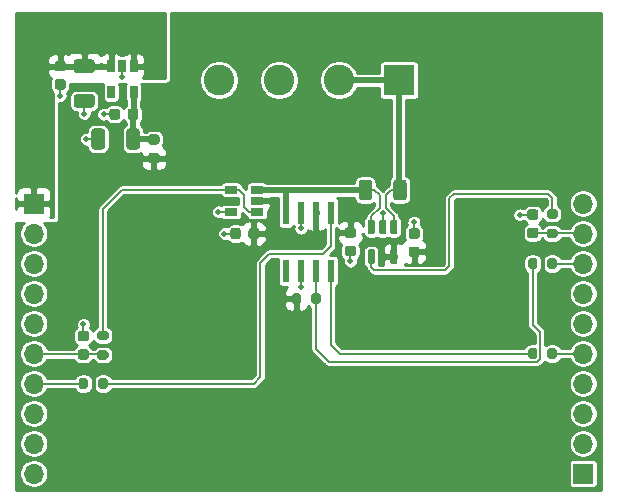
<source format=gbr>
%TF.GenerationSoftware,KiCad,Pcbnew,(5.1.10)-1*%
%TF.CreationDate,2022-09-18T09:06:00-05:00*%
%TF.ProjectId,digi_pot_tracer,64696769-5f70-46f7-945f-747261636572,A*%
%TF.SameCoordinates,Original*%
%TF.FileFunction,Copper,L1,Top*%
%TF.FilePolarity,Positive*%
%FSLAX46Y46*%
G04 Gerber Fmt 4.6, Leading zero omitted, Abs format (unit mm)*
G04 Created by KiCad (PCBNEW (5.1.10)-1) date 2022-09-18 09:06:00*
%MOMM*%
%LPD*%
G01*
G04 APERTURE LIST*
%TA.AperFunction,SMDPad,CuDef*%
%ADD10R,0.558800X1.981200*%
%TD*%
%TA.AperFunction,SMDPad,CuDef*%
%ADD11R,1.060000X0.650000*%
%TD*%
%TA.AperFunction,SMDPad,CuDef*%
%ADD12R,0.650000X1.060000*%
%TD*%
%TA.AperFunction,ComponentPad*%
%ADD13O,1.700000X1.700000*%
%TD*%
%TA.AperFunction,ComponentPad*%
%ADD14R,1.700000X1.700000*%
%TD*%
%TA.AperFunction,ComponentPad*%
%ADD15C,2.600000*%
%TD*%
%TA.AperFunction,ComponentPad*%
%ADD16R,2.600000X2.600000*%
%TD*%
%TA.AperFunction,ViaPad*%
%ADD17C,0.508000*%
%TD*%
%TA.AperFunction,Conductor*%
%ADD18C,0.152400*%
%TD*%
%TA.AperFunction,Conductor*%
%ADD19C,0.508000*%
%TD*%
%TA.AperFunction,Conductor*%
%ADD20C,0.254000*%
%TD*%
%TA.AperFunction,Conductor*%
%ADD21C,0.100000*%
%TD*%
G04 APERTURE END LIST*
D10*
%TO.P,U4,8*%
%TO.N,Net-(R1-Pad1)*%
X178943000Y-74625200D03*
%TO.P,U4,7*%
%TO.N,GND*%
X180213000Y-74625200D03*
%TO.P,U4,6*%
%TO.N,+3V3*%
X181483000Y-74625200D03*
%TO.P,U4,5*%
%TO.N,Net-(R5-Pad1)*%
X182753000Y-74625200D03*
%TO.P,U4,4*%
%TO.N,Net-(R6-Pad1)*%
X182753000Y-79552800D03*
%TO.P,U4,3*%
%TO.N,Net-(R4-Pad1)*%
X181483000Y-79552800D03*
%TO.P,U4,2*%
%TO.N,GND*%
X180213000Y-79552800D03*
%TO.P,U4,1*%
%TO.N,Net-(U4-Pad1)*%
X178943000Y-79552800D03*
%TD*%
%TO.P,U1,5*%
%TO.N,+3V3*%
%TA.AperFunction,SMDPad,CuDef*%
G36*
G01*
X187875000Y-77740500D02*
X188288000Y-77740500D01*
G75*
G02*
X188376500Y-77829000I0J-88500D01*
G01*
X188376500Y-78862000D01*
G75*
G02*
X188288000Y-78950500I-88500J0D01*
G01*
X187875000Y-78950500D01*
G75*
G02*
X187786500Y-78862000I0J88500D01*
G01*
X187786500Y-77829000D01*
G75*
G02*
X187875000Y-77740500I88500J0D01*
G01*
G37*
%TD.AperFunction*%
%TO.P,U1,4*%
%TO.N,Net-(R2-Pad2)*%
%TA.AperFunction,SMDPad,CuDef*%
G36*
G01*
X185975000Y-77740500D02*
X186388000Y-77740500D01*
G75*
G02*
X186476500Y-77829000I0J-88500D01*
G01*
X186476500Y-78862000D01*
G75*
G02*
X186388000Y-78950500I-88500J0D01*
G01*
X185975000Y-78950500D01*
G75*
G02*
X185886500Y-78862000I0J88500D01*
G01*
X185886500Y-77829000D01*
G75*
G02*
X185975000Y-77740500I88500J0D01*
G01*
G37*
%TD.AperFunction*%
%TO.P,U1,3*%
%TO.N,Net-(R1-Pad1)*%
%TA.AperFunction,SMDPad,CuDef*%
G36*
G01*
X185975000Y-75230500D02*
X186388000Y-75230500D01*
G75*
G02*
X186476500Y-75319000I0J-88500D01*
G01*
X186476500Y-76352000D01*
G75*
G02*
X186388000Y-76440500I-88500J0D01*
G01*
X185975000Y-76440500D01*
G75*
G02*
X185886500Y-76352000I0J88500D01*
G01*
X185886500Y-75319000D01*
G75*
G02*
X185975000Y-75230500I88500J0D01*
G01*
G37*
%TD.AperFunction*%
%TO.P,U1,2*%
%TO.N,GND*%
%TA.AperFunction,SMDPad,CuDef*%
G36*
G01*
X186925000Y-75230500D02*
X187338000Y-75230500D01*
G75*
G02*
X187426500Y-75319000I0J-88500D01*
G01*
X187426500Y-76352000D01*
G75*
G02*
X187338000Y-76440500I-88500J0D01*
G01*
X186925000Y-76440500D01*
G75*
G02*
X186836500Y-76352000I0J88500D01*
G01*
X186836500Y-75319000D01*
G75*
G02*
X186925000Y-75230500I88500J0D01*
G01*
G37*
%TD.AperFunction*%
%TO.P,U1,1*%
%TO.N,Net-(J1-Pad1)*%
%TA.AperFunction,SMDPad,CuDef*%
G36*
G01*
X187875000Y-75230500D02*
X188288000Y-75230500D01*
G75*
G02*
X188376500Y-75319000I0J-88500D01*
G01*
X188376500Y-76352000D01*
G75*
G02*
X188288000Y-76440500I-88500J0D01*
G01*
X187875000Y-76440500D01*
G75*
G02*
X187786500Y-76352000I0J88500D01*
G01*
X187786500Y-75319000D01*
G75*
G02*
X187875000Y-75230500I88500J0D01*
G01*
G37*
%TD.AperFunction*%
%TD*%
%TO.P,R7,2*%
%TO.N,Net-(J3-Pad8)*%
%TA.AperFunction,SMDPad,CuDef*%
G36*
G01*
X201085000Y-79205500D02*
X201085000Y-78655500D01*
G75*
G02*
X201285000Y-78455500I200000J0D01*
G01*
X201685000Y-78455500D01*
G75*
G02*
X201885000Y-78655500I0J-200000D01*
G01*
X201885000Y-79205500D01*
G75*
G02*
X201685000Y-79405500I-200000J0D01*
G01*
X201285000Y-79405500D01*
G75*
G02*
X201085000Y-79205500I0J200000D01*
G01*
G37*
%TD.AperFunction*%
%TO.P,R7,1*%
%TO.N,Net-(R4-Pad1)*%
%TA.AperFunction,SMDPad,CuDef*%
G36*
G01*
X199435000Y-79205500D02*
X199435000Y-78655500D01*
G75*
G02*
X199635000Y-78455500I200000J0D01*
G01*
X200035000Y-78455500D01*
G75*
G02*
X200235000Y-78655500I0J-200000D01*
G01*
X200235000Y-79205500D01*
G75*
G02*
X200035000Y-79405500I-200000J0D01*
G01*
X199635000Y-79405500D01*
G75*
G02*
X199435000Y-79205500I0J200000D01*
G01*
G37*
%TD.AperFunction*%
%TD*%
%TO.P,R6,2*%
%TO.N,Net-(J3-Pad5)*%
%TA.AperFunction,SMDPad,CuDef*%
G36*
G01*
X201085000Y-86825500D02*
X201085000Y-86275500D01*
G75*
G02*
X201285000Y-86075500I200000J0D01*
G01*
X201685000Y-86075500D01*
G75*
G02*
X201885000Y-86275500I0J-200000D01*
G01*
X201885000Y-86825500D01*
G75*
G02*
X201685000Y-87025500I-200000J0D01*
G01*
X201285000Y-87025500D01*
G75*
G02*
X201085000Y-86825500I0J200000D01*
G01*
G37*
%TD.AperFunction*%
%TO.P,R6,1*%
%TO.N,Net-(R6-Pad1)*%
%TA.AperFunction,SMDPad,CuDef*%
G36*
G01*
X199435000Y-86825500D02*
X199435000Y-86275500D01*
G75*
G02*
X199635000Y-86075500I200000J0D01*
G01*
X200035000Y-86075500D01*
G75*
G02*
X200235000Y-86275500I0J-200000D01*
G01*
X200235000Y-86825500D01*
G75*
G02*
X200035000Y-87025500I-200000J0D01*
G01*
X199635000Y-87025500D01*
G75*
G02*
X199435000Y-86825500I0J200000D01*
G01*
G37*
%TD.AperFunction*%
%TD*%
%TO.P,R5,2*%
%TO.N,Net-(J2-Pad7)*%
%TA.AperFunction,SMDPad,CuDef*%
G36*
G01*
X162198500Y-88815500D02*
X162198500Y-89365500D01*
G75*
G02*
X161998500Y-89565500I-200000J0D01*
G01*
X161598500Y-89565500D01*
G75*
G02*
X161398500Y-89365500I0J200000D01*
G01*
X161398500Y-88815500D01*
G75*
G02*
X161598500Y-88615500I200000J0D01*
G01*
X161998500Y-88615500D01*
G75*
G02*
X162198500Y-88815500I0J-200000D01*
G01*
G37*
%TD.AperFunction*%
%TO.P,R5,1*%
%TO.N,Net-(R5-Pad1)*%
%TA.AperFunction,SMDPad,CuDef*%
G36*
G01*
X163848500Y-88815500D02*
X163848500Y-89365500D01*
G75*
G02*
X163648500Y-89565500I-200000J0D01*
G01*
X163248500Y-89565500D01*
G75*
G02*
X163048500Y-89365500I0J200000D01*
G01*
X163048500Y-88815500D01*
G75*
G02*
X163248500Y-88615500I200000J0D01*
G01*
X163648500Y-88615500D01*
G75*
G02*
X163848500Y-88815500I0J-200000D01*
G01*
G37*
%TD.AperFunction*%
%TD*%
D11*
%TO.P,U3,5*%
%TO.N,GND*%
X174310500Y-74570500D03*
%TO.P,U3,4*%
%TO.N,Net-(R3-Pad2)*%
X174310500Y-72670500D03*
%TO.P,U3,3*%
%TO.N,Net-(R1-Pad1)*%
X176510500Y-72670500D03*
%TO.P,U3,2*%
%TO.N,+3V3*%
X176510500Y-73620500D03*
%TO.P,U3,1*%
%TO.N,Net-(R3-Pad2)*%
X176510500Y-74570500D03*
%TD*%
D12*
%TO.P,U2,5*%
%TO.N,Net-(C5-Pad1)*%
X166050000Y-64409500D03*
%TO.P,U2,4*%
%TO.N,Net-(U2-Pad4)*%
X164150000Y-64409500D03*
%TO.P,U2,3*%
%TO.N,VBUS*%
X164150000Y-62209500D03*
%TO.P,U2,2*%
%TO.N,GND*%
X165100000Y-62209500D03*
%TO.P,U2,1*%
%TO.N,VBUS*%
X166050000Y-62209500D03*
%TD*%
%TO.P,R4,2*%
%TO.N,+3V3*%
%TA.AperFunction,SMDPad,CuDef*%
G36*
G01*
X180232500Y-81640000D02*
X180232500Y-82190000D01*
G75*
G02*
X180032500Y-82390000I-200000J0D01*
G01*
X179632500Y-82390000D01*
G75*
G02*
X179432500Y-82190000I0J200000D01*
G01*
X179432500Y-81640000D01*
G75*
G02*
X179632500Y-81440000I200000J0D01*
G01*
X180032500Y-81440000D01*
G75*
G02*
X180232500Y-81640000I0J-200000D01*
G01*
G37*
%TD.AperFunction*%
%TO.P,R4,1*%
%TO.N,Net-(R4-Pad1)*%
%TA.AperFunction,SMDPad,CuDef*%
G36*
G01*
X181882500Y-81640000D02*
X181882500Y-82190000D01*
G75*
G02*
X181682500Y-82390000I-200000J0D01*
G01*
X181282500Y-82390000D01*
G75*
G02*
X181082500Y-82190000I0J200000D01*
G01*
X181082500Y-81640000D01*
G75*
G02*
X181282500Y-81440000I200000J0D01*
G01*
X181682500Y-81440000D01*
G75*
G02*
X181882500Y-81640000I0J-200000D01*
G01*
G37*
%TD.AperFunction*%
%TD*%
%TO.P,R3,2*%
%TO.N,Net-(R3-Pad2)*%
%TA.AperFunction,SMDPad,CuDef*%
G36*
G01*
X163724000Y-85427000D02*
X163174000Y-85427000D01*
G75*
G02*
X162974000Y-85227000I0J200000D01*
G01*
X162974000Y-84827000D01*
G75*
G02*
X163174000Y-84627000I200000J0D01*
G01*
X163724000Y-84627000D01*
G75*
G02*
X163924000Y-84827000I0J-200000D01*
G01*
X163924000Y-85227000D01*
G75*
G02*
X163724000Y-85427000I-200000J0D01*
G01*
G37*
%TD.AperFunction*%
%TO.P,R3,1*%
%TO.N,PANEL_VOLTAGE*%
%TA.AperFunction,SMDPad,CuDef*%
G36*
G01*
X163724000Y-87077000D02*
X163174000Y-87077000D01*
G75*
G02*
X162974000Y-86877000I0J200000D01*
G01*
X162974000Y-86477000D01*
G75*
G02*
X163174000Y-86277000I200000J0D01*
G01*
X163724000Y-86277000D01*
G75*
G02*
X163924000Y-86477000I0J-200000D01*
G01*
X163924000Y-86877000D01*
G75*
G02*
X163724000Y-87077000I-200000J0D01*
G01*
G37*
%TD.AperFunction*%
%TD*%
%TO.P,R2,2*%
%TO.N,Net-(R2-Pad2)*%
%TA.AperFunction,SMDPad,CuDef*%
G36*
G01*
X201760500Y-75140000D02*
X201210500Y-75140000D01*
G75*
G02*
X201010500Y-74940000I0J200000D01*
G01*
X201010500Y-74540000D01*
G75*
G02*
X201210500Y-74340000I200000J0D01*
G01*
X201760500Y-74340000D01*
G75*
G02*
X201960500Y-74540000I0J-200000D01*
G01*
X201960500Y-74940000D01*
G75*
G02*
X201760500Y-75140000I-200000J0D01*
G01*
G37*
%TD.AperFunction*%
%TO.P,R2,1*%
%TO.N,PANEL_CURRENT*%
%TA.AperFunction,SMDPad,CuDef*%
G36*
G01*
X201760500Y-76790000D02*
X201210500Y-76790000D01*
G75*
G02*
X201010500Y-76590000I0J200000D01*
G01*
X201010500Y-76190000D01*
G75*
G02*
X201210500Y-75990000I200000J0D01*
G01*
X201760500Y-75990000D01*
G75*
G02*
X201960500Y-76190000I0J-200000D01*
G01*
X201960500Y-76590000D01*
G75*
G02*
X201760500Y-76790000I-200000J0D01*
G01*
G37*
%TD.AperFunction*%
%TD*%
%TO.P,R1,2*%
%TO.N,Net-(J1-Pad1)*%
%TA.AperFunction,SMDPad,CuDef*%
G36*
G01*
X188034500Y-73332502D02*
X188034500Y-72082498D01*
G75*
G02*
X188284498Y-71832500I249998J0D01*
G01*
X188909502Y-71832500D01*
G75*
G02*
X189159500Y-72082498I0J-249998D01*
G01*
X189159500Y-73332502D01*
G75*
G02*
X188909502Y-73582500I-249998J0D01*
G01*
X188284498Y-73582500D01*
G75*
G02*
X188034500Y-73332502I0J249998D01*
G01*
G37*
%TD.AperFunction*%
%TO.P,R1,1*%
%TO.N,Net-(R1-Pad1)*%
%TA.AperFunction,SMDPad,CuDef*%
G36*
G01*
X185109500Y-73332502D02*
X185109500Y-72082498D01*
G75*
G02*
X185359498Y-71832500I249998J0D01*
G01*
X185984502Y-71832500D01*
G75*
G02*
X186234500Y-72082498I0J-249998D01*
G01*
X186234500Y-73332502D01*
G75*
G02*
X185984502Y-73582500I-249998J0D01*
G01*
X185359498Y-73582500D01*
G75*
G02*
X185109500Y-73332502I0J249998D01*
G01*
G37*
%TD.AperFunction*%
%TD*%
D13*
%TO.P,J3,10*%
%TO.N,GND*%
X204107000Y-73848000D03*
%TO.P,J3,9*%
%TO.N,PANEL_CURRENT*%
X204107000Y-76388000D03*
%TO.P,J3,8*%
%TO.N,Net-(J3-Pad8)*%
X204107000Y-78928000D03*
%TO.P,J3,7*%
%TO.N,Net-(J3-Pad7)*%
X204107000Y-81468000D03*
%TO.P,J3,6*%
%TO.N,Net-(J3-Pad6)*%
X204107000Y-84008000D03*
%TO.P,J3,5*%
%TO.N,Net-(J3-Pad5)*%
X204107000Y-86548000D03*
%TO.P,J3,4*%
%TO.N,Net-(J3-Pad4)*%
X204107000Y-89088000D03*
%TO.P,J3,3*%
%TO.N,Net-(J3-Pad3)*%
X204107000Y-91628000D03*
%TO.P,J3,2*%
%TO.N,Net-(J3-Pad2)*%
X204107000Y-94168000D03*
D14*
%TO.P,J3,1*%
%TO.N,Net-(J3-Pad1)*%
X204107000Y-96708000D03*
%TD*%
D13*
%TO.P,J2,10*%
%TO.N,Net-(J2-Pad10)*%
X157594000Y-96708000D03*
%TO.P,J2,9*%
%TO.N,Net-(J2-Pad9)*%
X157594000Y-94168000D03*
%TO.P,J2,8*%
%TO.N,Net-(J2-Pad8)*%
X157594000Y-91628000D03*
%TO.P,J2,7*%
%TO.N,Net-(J2-Pad7)*%
X157594000Y-89088000D03*
%TO.P,J2,6*%
%TO.N,PANEL_VOLTAGE*%
X157594000Y-86548000D03*
%TO.P,J2,5*%
%TO.N,Net-(J2-Pad5)*%
X157594000Y-84008000D03*
%TO.P,J2,4*%
%TO.N,Net-(J2-Pad4)*%
X157594000Y-81468000D03*
%TO.P,J2,3*%
%TO.N,Net-(J2-Pad3)*%
X157594000Y-78928000D03*
%TO.P,J2,2*%
%TO.N,Net-(J2-Pad2)*%
X157594000Y-76388000D03*
D14*
%TO.P,J2,1*%
%TO.N,VBUS*%
X157594000Y-73848000D03*
%TD*%
D15*
%TO.P,J1,4*%
%TO.N,GND*%
X173277500Y-63398500D03*
%TO.P,J1,3*%
X178357500Y-63398500D03*
%TO.P,J1,2*%
%TO.N,Net-(J1-Pad1)*%
X183437500Y-63398500D03*
D16*
%TO.P,J1,1*%
X188517500Y-63398500D03*
%TD*%
%TO.P,FB1,2*%
%TO.N,+3V3*%
%TA.AperFunction,SMDPad,CuDef*%
G36*
G01*
X167510750Y-69565000D02*
X168023250Y-69565000D01*
G75*
G02*
X168242000Y-69783750I0J-218750D01*
G01*
X168242000Y-70221250D01*
G75*
G02*
X168023250Y-70440000I-218750J0D01*
G01*
X167510750Y-70440000D01*
G75*
G02*
X167292000Y-70221250I0J218750D01*
G01*
X167292000Y-69783750D01*
G75*
G02*
X167510750Y-69565000I218750J0D01*
G01*
G37*
%TD.AperFunction*%
%TO.P,FB1,1*%
%TO.N,Net-(C5-Pad1)*%
%TA.AperFunction,SMDPad,CuDef*%
G36*
G01*
X167510750Y-67990000D02*
X168023250Y-67990000D01*
G75*
G02*
X168242000Y-68208750I0J-218750D01*
G01*
X168242000Y-68646250D01*
G75*
G02*
X168023250Y-68865000I-218750J0D01*
G01*
X167510750Y-68865000D01*
G75*
G02*
X167292000Y-68646250I0J218750D01*
G01*
X167292000Y-68208750D01*
G75*
G02*
X167510750Y-67990000I218750J0D01*
G01*
G37*
%TD.AperFunction*%
%TD*%
%TO.P,C9,2*%
%TO.N,GND*%
%TA.AperFunction,SMDPad,CuDef*%
G36*
G01*
X162048000Y-85527000D02*
X161548000Y-85527000D01*
G75*
G02*
X161323000Y-85302000I0J225000D01*
G01*
X161323000Y-84852000D01*
G75*
G02*
X161548000Y-84627000I225000J0D01*
G01*
X162048000Y-84627000D01*
G75*
G02*
X162273000Y-84852000I0J-225000D01*
G01*
X162273000Y-85302000D01*
G75*
G02*
X162048000Y-85527000I-225000J0D01*
G01*
G37*
%TD.AperFunction*%
%TO.P,C9,1*%
%TO.N,PANEL_VOLTAGE*%
%TA.AperFunction,SMDPad,CuDef*%
G36*
G01*
X162048000Y-87077000D02*
X161548000Y-87077000D01*
G75*
G02*
X161323000Y-86852000I0J225000D01*
G01*
X161323000Y-86402000D01*
G75*
G02*
X161548000Y-86177000I225000J0D01*
G01*
X162048000Y-86177000D01*
G75*
G02*
X162273000Y-86402000I0J-225000D01*
G01*
X162273000Y-86852000D01*
G75*
G02*
X162048000Y-87077000I-225000J0D01*
G01*
G37*
%TD.AperFunction*%
%TD*%
%TO.P,C8,2*%
%TO.N,GND*%
%TA.AperFunction,SMDPad,CuDef*%
G36*
G01*
X161211499Y-64590500D02*
X162511501Y-64590500D01*
G75*
G02*
X162761500Y-64840499I0J-249999D01*
G01*
X162761500Y-65490501D01*
G75*
G02*
X162511501Y-65740500I-249999J0D01*
G01*
X161211499Y-65740500D01*
G75*
G02*
X160961500Y-65490501I0J249999D01*
G01*
X160961500Y-64840499D01*
G75*
G02*
X161211499Y-64590500I249999J0D01*
G01*
G37*
%TD.AperFunction*%
%TO.P,C8,1*%
%TO.N,VBUS*%
%TA.AperFunction,SMDPad,CuDef*%
G36*
G01*
X161211499Y-61640500D02*
X162511501Y-61640500D01*
G75*
G02*
X162761500Y-61890499I0J-249999D01*
G01*
X162761500Y-62540501D01*
G75*
G02*
X162511501Y-62790500I-249999J0D01*
G01*
X161211499Y-62790500D01*
G75*
G02*
X160961500Y-62540501I0J249999D01*
G01*
X160961500Y-61890499D01*
G75*
G02*
X161211499Y-61640500I249999J0D01*
G01*
G37*
%TD.AperFunction*%
%TD*%
%TO.P,C7,2*%
%TO.N,GND*%
%TA.AperFunction,SMDPad,CuDef*%
G36*
G01*
X159579500Y-63317000D02*
X160079500Y-63317000D01*
G75*
G02*
X160304500Y-63542000I0J-225000D01*
G01*
X160304500Y-63992000D01*
G75*
G02*
X160079500Y-64217000I-225000J0D01*
G01*
X159579500Y-64217000D01*
G75*
G02*
X159354500Y-63992000I0J225000D01*
G01*
X159354500Y-63542000D01*
G75*
G02*
X159579500Y-63317000I225000J0D01*
G01*
G37*
%TD.AperFunction*%
%TO.P,C7,1*%
%TO.N,VBUS*%
%TA.AperFunction,SMDPad,CuDef*%
G36*
G01*
X159579500Y-61767000D02*
X160079500Y-61767000D01*
G75*
G02*
X160304500Y-61992000I0J-225000D01*
G01*
X160304500Y-62442000D01*
G75*
G02*
X160079500Y-62667000I-225000J0D01*
G01*
X159579500Y-62667000D01*
G75*
G02*
X159354500Y-62442000I0J225000D01*
G01*
X159354500Y-61992000D01*
G75*
G02*
X159579500Y-61767000I225000J0D01*
G01*
G37*
%TD.AperFunction*%
%TD*%
%TO.P,C6,2*%
%TO.N,GND*%
%TA.AperFunction,SMDPad,CuDef*%
G36*
G01*
X164902000Y-66044000D02*
X164902000Y-66544000D01*
G75*
G02*
X164677000Y-66769000I-225000J0D01*
G01*
X164227000Y-66769000D01*
G75*
G02*
X164002000Y-66544000I0J225000D01*
G01*
X164002000Y-66044000D01*
G75*
G02*
X164227000Y-65819000I225000J0D01*
G01*
X164677000Y-65819000D01*
G75*
G02*
X164902000Y-66044000I0J-225000D01*
G01*
G37*
%TD.AperFunction*%
%TO.P,C6,1*%
%TO.N,Net-(C5-Pad1)*%
%TA.AperFunction,SMDPad,CuDef*%
G36*
G01*
X166452000Y-66044000D02*
X166452000Y-66544000D01*
G75*
G02*
X166227000Y-66769000I-225000J0D01*
G01*
X165777000Y-66769000D01*
G75*
G02*
X165552000Y-66544000I0J225000D01*
G01*
X165552000Y-66044000D01*
G75*
G02*
X165777000Y-65819000I225000J0D01*
G01*
X166227000Y-65819000D01*
G75*
G02*
X166452000Y-66044000I0J-225000D01*
G01*
G37*
%TD.AperFunction*%
%TD*%
%TO.P,C5,2*%
%TO.N,GND*%
%TA.AperFunction,SMDPad,CuDef*%
G36*
G01*
X163628500Y-67739499D02*
X163628500Y-69039501D01*
G75*
G02*
X163378501Y-69289500I-249999J0D01*
G01*
X162728499Y-69289500D01*
G75*
G02*
X162478500Y-69039501I0J249999D01*
G01*
X162478500Y-67739499D01*
G75*
G02*
X162728499Y-67489500I249999J0D01*
G01*
X163378501Y-67489500D01*
G75*
G02*
X163628500Y-67739499I0J-249999D01*
G01*
G37*
%TD.AperFunction*%
%TO.P,C5,1*%
%TO.N,Net-(C5-Pad1)*%
%TA.AperFunction,SMDPad,CuDef*%
G36*
G01*
X166578500Y-67739499D02*
X166578500Y-69039501D01*
G75*
G02*
X166328501Y-69289500I-249999J0D01*
G01*
X165678499Y-69289500D01*
G75*
G02*
X165428500Y-69039501I0J249999D01*
G01*
X165428500Y-67739499D01*
G75*
G02*
X165678499Y-67489500I249999J0D01*
G01*
X166328501Y-67489500D01*
G75*
G02*
X166578500Y-67739499I0J-249999D01*
G01*
G37*
%TD.AperFunction*%
%TD*%
%TO.P,C4,2*%
%TO.N,GND*%
%TA.AperFunction,SMDPad,CuDef*%
G36*
G01*
X200084500Y-75240000D02*
X199584500Y-75240000D01*
G75*
G02*
X199359500Y-75015000I0J225000D01*
G01*
X199359500Y-74565000D01*
G75*
G02*
X199584500Y-74340000I225000J0D01*
G01*
X200084500Y-74340000D01*
G75*
G02*
X200309500Y-74565000I0J-225000D01*
G01*
X200309500Y-75015000D01*
G75*
G02*
X200084500Y-75240000I-225000J0D01*
G01*
G37*
%TD.AperFunction*%
%TO.P,C4,1*%
%TO.N,PANEL_CURRENT*%
%TA.AperFunction,SMDPad,CuDef*%
G36*
G01*
X200084500Y-76790000D02*
X199584500Y-76790000D01*
G75*
G02*
X199359500Y-76565000I0J225000D01*
G01*
X199359500Y-76115000D01*
G75*
G02*
X199584500Y-75890000I225000J0D01*
G01*
X200084500Y-75890000D01*
G75*
G02*
X200309500Y-76115000I0J-225000D01*
G01*
X200309500Y-76565000D01*
G75*
G02*
X200084500Y-76790000I-225000J0D01*
G01*
G37*
%TD.AperFunction*%
%TD*%
%TO.P,C3,2*%
%TO.N,GND*%
%TA.AperFunction,SMDPad,CuDef*%
G36*
G01*
X175125500Y-76140500D02*
X175125500Y-76640500D01*
G75*
G02*
X174900500Y-76865500I-225000J0D01*
G01*
X174450500Y-76865500D01*
G75*
G02*
X174225500Y-76640500I0J225000D01*
G01*
X174225500Y-76140500D01*
G75*
G02*
X174450500Y-75915500I225000J0D01*
G01*
X174900500Y-75915500D01*
G75*
G02*
X175125500Y-76140500I0J-225000D01*
G01*
G37*
%TD.AperFunction*%
%TO.P,C3,1*%
%TO.N,+3V3*%
%TA.AperFunction,SMDPad,CuDef*%
G36*
G01*
X176675500Y-76140500D02*
X176675500Y-76640500D01*
G75*
G02*
X176450500Y-76865500I-225000J0D01*
G01*
X176000500Y-76865500D01*
G75*
G02*
X175775500Y-76640500I0J225000D01*
G01*
X175775500Y-76140500D01*
G75*
G02*
X176000500Y-75915500I225000J0D01*
G01*
X176450500Y-75915500D01*
G75*
G02*
X176675500Y-76140500I0J-225000D01*
G01*
G37*
%TD.AperFunction*%
%TD*%
%TO.P,C2,2*%
%TO.N,GND*%
%TA.AperFunction,SMDPad,CuDef*%
G36*
G01*
X190051500Y-76840500D02*
X189551500Y-76840500D01*
G75*
G02*
X189326500Y-76615500I0J225000D01*
G01*
X189326500Y-76165500D01*
G75*
G02*
X189551500Y-75940500I225000J0D01*
G01*
X190051500Y-75940500D01*
G75*
G02*
X190276500Y-76165500I0J-225000D01*
G01*
X190276500Y-76615500D01*
G75*
G02*
X190051500Y-76840500I-225000J0D01*
G01*
G37*
%TD.AperFunction*%
%TO.P,C2,1*%
%TO.N,+3V3*%
%TA.AperFunction,SMDPad,CuDef*%
G36*
G01*
X190051500Y-78390500D02*
X189551500Y-78390500D01*
G75*
G02*
X189326500Y-78165500I0J225000D01*
G01*
X189326500Y-77715500D01*
G75*
G02*
X189551500Y-77490500I225000J0D01*
G01*
X190051500Y-77490500D01*
G75*
G02*
X190276500Y-77715500I0J-225000D01*
G01*
X190276500Y-78165500D01*
G75*
G02*
X190051500Y-78390500I-225000J0D01*
G01*
G37*
%TD.AperFunction*%
%TD*%
%TO.P,C1,2*%
%TO.N,GND*%
%TA.AperFunction,SMDPad,CuDef*%
G36*
G01*
X184154000Y-77414000D02*
X184654000Y-77414000D01*
G75*
G02*
X184879000Y-77639000I0J-225000D01*
G01*
X184879000Y-78089000D01*
G75*
G02*
X184654000Y-78314000I-225000J0D01*
G01*
X184154000Y-78314000D01*
G75*
G02*
X183929000Y-78089000I0J225000D01*
G01*
X183929000Y-77639000D01*
G75*
G02*
X184154000Y-77414000I225000J0D01*
G01*
G37*
%TD.AperFunction*%
%TO.P,C1,1*%
%TO.N,+3V3*%
%TA.AperFunction,SMDPad,CuDef*%
G36*
G01*
X184154000Y-75864000D02*
X184654000Y-75864000D01*
G75*
G02*
X184879000Y-76089000I0J-225000D01*
G01*
X184879000Y-76539000D01*
G75*
G02*
X184654000Y-76764000I-225000J0D01*
G01*
X184154000Y-76764000D01*
G75*
G02*
X183929000Y-76539000I0J225000D01*
G01*
X183929000Y-76089000D01*
G75*
G02*
X184154000Y-75864000I225000J0D01*
G01*
G37*
%TD.AperFunction*%
%TD*%
D17*
%TO.N,GND*%
X187134500Y-74676000D03*
X180213000Y-75946000D03*
X180213000Y-80899000D03*
X165100000Y-63119000D03*
X163512500Y-66294000D03*
X162052000Y-68389500D03*
X161861500Y-66230500D03*
X159829500Y-64706500D03*
X173736000Y-76390500D03*
X184404000Y-78740000D03*
X189788800Y-75438000D03*
X198755000Y-74803000D03*
X173228000Y-74549000D03*
X161798000Y-84074000D03*
%TD*%
D18*
%TO.N,GND*%
X187131500Y-74679000D02*
X187134500Y-74676000D01*
X187131500Y-75835500D02*
X187131500Y-74679000D01*
X180213000Y-74625200D02*
X180213000Y-75946000D01*
X180213000Y-79552800D02*
X180213000Y-80899000D01*
X165100000Y-62209500D02*
X165100000Y-63119000D01*
X164452000Y-66294000D02*
X163512500Y-66294000D01*
X163053500Y-68389500D02*
X162052000Y-68389500D01*
X161861500Y-65165500D02*
X161861500Y-66230500D01*
X159829500Y-63767000D02*
X159829500Y-64706500D01*
X174675500Y-76390500D02*
X173736000Y-76390500D01*
X184404000Y-77864000D02*
X184404000Y-78740000D01*
X189801500Y-75450700D02*
X189788800Y-75438000D01*
X189801500Y-76390500D02*
X189801500Y-75450700D01*
X198768000Y-74790000D02*
X198755000Y-74803000D01*
X199834500Y-74790000D02*
X198768000Y-74790000D01*
X173249500Y-74570500D02*
X173228000Y-74549000D01*
X174310500Y-74570500D02*
X173249500Y-74570500D01*
X161798000Y-85077000D02*
X161798000Y-84074000D01*
%TO.N,PANEL_CURRENT*%
X204059000Y-76340000D02*
X204107000Y-76388000D01*
X199834500Y-76340000D02*
X204059000Y-76340000D01*
D19*
%TO.N,Net-(C5-Pad1)*%
X166050000Y-66246000D02*
X166002000Y-66294000D01*
X166050000Y-64409500D02*
X166050000Y-66246000D01*
X166003500Y-66295500D02*
X166002000Y-66294000D01*
X166003500Y-68389500D02*
X166003500Y-66295500D01*
X166041500Y-68427500D02*
X166003500Y-68389500D01*
X167767000Y-68427500D02*
X166041500Y-68427500D01*
D18*
%TO.N,PANEL_VOLTAGE*%
X157647000Y-86601000D02*
X157594000Y-86548000D01*
X163449000Y-86601000D02*
X157647000Y-86601000D01*
%TO.N,Net-(J2-Pad7)*%
X161796000Y-89088000D02*
X161798500Y-89090500D01*
X157594000Y-89088000D02*
X161796000Y-89088000D01*
%TO.N,Net-(J3-Pad8)*%
X204104500Y-78930500D02*
X204107000Y-78928000D01*
X201485000Y-78930500D02*
X204104500Y-78930500D01*
%TO.N,Net-(J3-Pad5)*%
X204104500Y-86550500D02*
X204107000Y-86548000D01*
X201485000Y-86550500D02*
X204104500Y-86550500D01*
D19*
%TO.N,Net-(R1-Pad1)*%
X176547500Y-72707500D02*
X176510500Y-72670500D01*
X178943000Y-72771000D02*
X179006500Y-72707500D01*
X178943000Y-74625200D02*
X178943000Y-72771000D01*
X179006500Y-72707500D02*
X176547500Y-72707500D01*
X185672000Y-72707500D02*
X179006500Y-72707500D01*
D18*
X186181500Y-75835500D02*
X186181500Y-74930500D01*
X186181500Y-74930500D02*
X186880500Y-74231500D01*
X186880500Y-74231500D02*
X186880500Y-73152000D01*
X186436000Y-72707500D02*
X186880500Y-73152000D01*
X185672000Y-72707500D02*
X186436000Y-72707500D01*
%TO.N,Net-(R2-Pad2)*%
X186181500Y-78345500D02*
X186181500Y-79247500D01*
X186181500Y-79247500D02*
X186436000Y-79502000D01*
X186436000Y-79502000D02*
X192405000Y-79502000D01*
X192405000Y-79502000D02*
X192786000Y-79121000D01*
X192786000Y-79121000D02*
X192786000Y-73406000D01*
X192786000Y-73406000D02*
X193167000Y-73025000D01*
X193167000Y-73025000D02*
X201168000Y-73025000D01*
X201485500Y-73342500D02*
X201485500Y-74740000D01*
X201168000Y-73025000D02*
X201485500Y-73342500D01*
%TO.N,Net-(R3-Pad2)*%
X175828100Y-74570500D02*
X175387000Y-74129400D01*
X176510500Y-74570500D02*
X175828100Y-74570500D01*
X175387000Y-74129400D02*
X175387000Y-73088500D01*
X174969000Y-72670500D02*
X174310500Y-72670500D01*
X175387000Y-73088500D02*
X174969000Y-72670500D01*
X174310500Y-72670500D02*
X165073500Y-72670500D01*
X163449000Y-74295000D02*
X163449000Y-85027000D01*
X165073500Y-72670500D02*
X163449000Y-74295000D01*
%TO.N,Net-(J1-Pad1)*%
X187388500Y-74231500D02*
X187388500Y-73152000D01*
D19*
X188517500Y-72628000D02*
X188597000Y-72707500D01*
X188517500Y-63398500D02*
X188517500Y-72628000D01*
X183437500Y-63398500D02*
X188517500Y-63398500D01*
D18*
X188081500Y-75835500D02*
X188081500Y-74924500D01*
X188081500Y-74924500D02*
X187388500Y-74231500D01*
X187833000Y-72707500D02*
X187388500Y-73152000D01*
X188597000Y-72707500D02*
X187833000Y-72707500D01*
%TO.N,Net-(R4-Pad1)*%
X199835000Y-84138000D02*
X199835000Y-78930500D01*
X200212538Y-87254110D02*
X200463610Y-87003038D01*
X200463610Y-84766610D02*
X199835000Y-84138000D01*
X200463610Y-87003038D02*
X200463610Y-84766610D01*
X181483000Y-81914500D02*
X181482500Y-81915000D01*
X181483000Y-79552800D02*
X181483000Y-81914500D01*
X181482500Y-86179220D02*
X182557390Y-87254110D01*
X181482500Y-81915000D02*
X181482500Y-86179220D01*
X182557390Y-87254110D02*
X200212538Y-87254110D01*
%TO.N,Net-(R5-Pad1)*%
X182753000Y-74625200D02*
X182753000Y-77470000D01*
X182753000Y-77470000D02*
X182118000Y-78105000D01*
X182118000Y-78105000D02*
X177546000Y-78105000D01*
X177546000Y-78105000D02*
X176784000Y-78867000D01*
X176784000Y-78867000D02*
X176784000Y-88519000D01*
X176212500Y-89090500D02*
X163448500Y-89090500D01*
X176784000Y-88519000D02*
X176212500Y-89090500D01*
%TO.N,Net-(R6-Pad1)*%
X182753000Y-79552800D02*
X182753000Y-85788500D01*
X183515000Y-86550500D02*
X199835000Y-86550500D01*
X182753000Y-85788500D02*
X183515000Y-86550500D01*
%TD*%
D20*
%TO.N,+3V3*%
X205588000Y-98146000D02*
X156108000Y-98146000D01*
X156108000Y-96586757D01*
X156363000Y-96586757D01*
X156363000Y-96829243D01*
X156410307Y-97067069D01*
X156503102Y-97291097D01*
X156637820Y-97492717D01*
X156809283Y-97664180D01*
X157010903Y-97798898D01*
X157234931Y-97891693D01*
X157472757Y-97939000D01*
X157715243Y-97939000D01*
X157953069Y-97891693D01*
X158177097Y-97798898D01*
X158378717Y-97664180D01*
X158550180Y-97492717D01*
X158684898Y-97291097D01*
X158777693Y-97067069D01*
X158825000Y-96829243D01*
X158825000Y-96586757D01*
X158777693Y-96348931D01*
X158684898Y-96124903D01*
X158550180Y-95923283D01*
X158484897Y-95858000D01*
X202874157Y-95858000D01*
X202874157Y-97558000D01*
X202881513Y-97632689D01*
X202903299Y-97704508D01*
X202938678Y-97770696D01*
X202986289Y-97828711D01*
X203044304Y-97876322D01*
X203110492Y-97911701D01*
X203182311Y-97933487D01*
X203257000Y-97940843D01*
X204957000Y-97940843D01*
X205031689Y-97933487D01*
X205103508Y-97911701D01*
X205169696Y-97876322D01*
X205227711Y-97828711D01*
X205275322Y-97770696D01*
X205310701Y-97704508D01*
X205332487Y-97632689D01*
X205339843Y-97558000D01*
X205339843Y-95858000D01*
X205332487Y-95783311D01*
X205310701Y-95711492D01*
X205275322Y-95645304D01*
X205227711Y-95587289D01*
X205169696Y-95539678D01*
X205103508Y-95504299D01*
X205031689Y-95482513D01*
X204957000Y-95475157D01*
X203257000Y-95475157D01*
X203182311Y-95482513D01*
X203110492Y-95504299D01*
X203044304Y-95539678D01*
X202986289Y-95587289D01*
X202938678Y-95645304D01*
X202903299Y-95711492D01*
X202881513Y-95783311D01*
X202874157Y-95858000D01*
X158484897Y-95858000D01*
X158378717Y-95751820D01*
X158177097Y-95617102D01*
X157953069Y-95524307D01*
X157715243Y-95477000D01*
X157472757Y-95477000D01*
X157234931Y-95524307D01*
X157010903Y-95617102D01*
X156809283Y-95751820D01*
X156637820Y-95923283D01*
X156503102Y-96124903D01*
X156410307Y-96348931D01*
X156363000Y-96586757D01*
X156108000Y-96586757D01*
X156108000Y-94046757D01*
X156363000Y-94046757D01*
X156363000Y-94289243D01*
X156410307Y-94527069D01*
X156503102Y-94751097D01*
X156637820Y-94952717D01*
X156809283Y-95124180D01*
X157010903Y-95258898D01*
X157234931Y-95351693D01*
X157472757Y-95399000D01*
X157715243Y-95399000D01*
X157953069Y-95351693D01*
X158177097Y-95258898D01*
X158378717Y-95124180D01*
X158550180Y-94952717D01*
X158684898Y-94751097D01*
X158777693Y-94527069D01*
X158825000Y-94289243D01*
X158825000Y-94046757D01*
X202876000Y-94046757D01*
X202876000Y-94289243D01*
X202923307Y-94527069D01*
X203016102Y-94751097D01*
X203150820Y-94952717D01*
X203322283Y-95124180D01*
X203523903Y-95258898D01*
X203747931Y-95351693D01*
X203985757Y-95399000D01*
X204228243Y-95399000D01*
X204466069Y-95351693D01*
X204690097Y-95258898D01*
X204891717Y-95124180D01*
X205063180Y-94952717D01*
X205197898Y-94751097D01*
X205290693Y-94527069D01*
X205338000Y-94289243D01*
X205338000Y-94046757D01*
X205290693Y-93808931D01*
X205197898Y-93584903D01*
X205063180Y-93383283D01*
X204891717Y-93211820D01*
X204690097Y-93077102D01*
X204466069Y-92984307D01*
X204228243Y-92937000D01*
X203985757Y-92937000D01*
X203747931Y-92984307D01*
X203523903Y-93077102D01*
X203322283Y-93211820D01*
X203150820Y-93383283D01*
X203016102Y-93584903D01*
X202923307Y-93808931D01*
X202876000Y-94046757D01*
X158825000Y-94046757D01*
X158777693Y-93808931D01*
X158684898Y-93584903D01*
X158550180Y-93383283D01*
X158378717Y-93211820D01*
X158177097Y-93077102D01*
X157953069Y-92984307D01*
X157715243Y-92937000D01*
X157472757Y-92937000D01*
X157234931Y-92984307D01*
X157010903Y-93077102D01*
X156809283Y-93211820D01*
X156637820Y-93383283D01*
X156503102Y-93584903D01*
X156410307Y-93808931D01*
X156363000Y-94046757D01*
X156108000Y-94046757D01*
X156108000Y-91506757D01*
X156363000Y-91506757D01*
X156363000Y-91749243D01*
X156410307Y-91987069D01*
X156503102Y-92211097D01*
X156637820Y-92412717D01*
X156809283Y-92584180D01*
X157010903Y-92718898D01*
X157234931Y-92811693D01*
X157472757Y-92859000D01*
X157715243Y-92859000D01*
X157953069Y-92811693D01*
X158177097Y-92718898D01*
X158378717Y-92584180D01*
X158550180Y-92412717D01*
X158684898Y-92211097D01*
X158777693Y-91987069D01*
X158825000Y-91749243D01*
X158825000Y-91506757D01*
X202876000Y-91506757D01*
X202876000Y-91749243D01*
X202923307Y-91987069D01*
X203016102Y-92211097D01*
X203150820Y-92412717D01*
X203322283Y-92584180D01*
X203523903Y-92718898D01*
X203747931Y-92811693D01*
X203985757Y-92859000D01*
X204228243Y-92859000D01*
X204466069Y-92811693D01*
X204690097Y-92718898D01*
X204891717Y-92584180D01*
X205063180Y-92412717D01*
X205197898Y-92211097D01*
X205290693Y-91987069D01*
X205338000Y-91749243D01*
X205338000Y-91506757D01*
X205290693Y-91268931D01*
X205197898Y-91044903D01*
X205063180Y-90843283D01*
X204891717Y-90671820D01*
X204690097Y-90537102D01*
X204466069Y-90444307D01*
X204228243Y-90397000D01*
X203985757Y-90397000D01*
X203747931Y-90444307D01*
X203523903Y-90537102D01*
X203322283Y-90671820D01*
X203150820Y-90843283D01*
X203016102Y-91044903D01*
X202923307Y-91268931D01*
X202876000Y-91506757D01*
X158825000Y-91506757D01*
X158777693Y-91268931D01*
X158684898Y-91044903D01*
X158550180Y-90843283D01*
X158378717Y-90671820D01*
X158177097Y-90537102D01*
X157953069Y-90444307D01*
X157715243Y-90397000D01*
X157472757Y-90397000D01*
X157234931Y-90444307D01*
X157010903Y-90537102D01*
X156809283Y-90671820D01*
X156637820Y-90843283D01*
X156503102Y-91044903D01*
X156410307Y-91268931D01*
X156363000Y-91506757D01*
X156108000Y-91506757D01*
X156108000Y-88966757D01*
X156363000Y-88966757D01*
X156363000Y-89209243D01*
X156410307Y-89447069D01*
X156503102Y-89671097D01*
X156637820Y-89872717D01*
X156809283Y-90044180D01*
X157010903Y-90178898D01*
X157234931Y-90271693D01*
X157472757Y-90319000D01*
X157715243Y-90319000D01*
X157953069Y-90271693D01*
X158177097Y-90178898D01*
X158378717Y-90044180D01*
X158550180Y-89872717D01*
X158684898Y-89671097D01*
X158737046Y-89545200D01*
X161046875Y-89545200D01*
X161060023Y-89588544D01*
X161113884Y-89689310D01*
X161186368Y-89777632D01*
X161274690Y-89850116D01*
X161375456Y-89903977D01*
X161484793Y-89937144D01*
X161598500Y-89948343D01*
X161998500Y-89948343D01*
X162112207Y-89937144D01*
X162221544Y-89903977D01*
X162322310Y-89850116D01*
X162410632Y-89777632D01*
X162483116Y-89689310D01*
X162536977Y-89588544D01*
X162570144Y-89479207D01*
X162581343Y-89365500D01*
X162581343Y-88815500D01*
X162570144Y-88701793D01*
X162536977Y-88592456D01*
X162483116Y-88491690D01*
X162410632Y-88403368D01*
X162322310Y-88330884D01*
X162221544Y-88277023D01*
X162112207Y-88243856D01*
X161998500Y-88232657D01*
X161598500Y-88232657D01*
X161484793Y-88243856D01*
X161375456Y-88277023D01*
X161274690Y-88330884D01*
X161186368Y-88403368D01*
X161113884Y-88491690D01*
X161060023Y-88592456D01*
X161048391Y-88630800D01*
X158737046Y-88630800D01*
X158684898Y-88504903D01*
X158550180Y-88303283D01*
X158378717Y-88131820D01*
X158177097Y-87997102D01*
X157953069Y-87904307D01*
X157715243Y-87857000D01*
X157472757Y-87857000D01*
X157234931Y-87904307D01*
X157010903Y-87997102D01*
X156809283Y-88131820D01*
X156637820Y-88303283D01*
X156503102Y-88504903D01*
X156410307Y-88728931D01*
X156363000Y-88966757D01*
X156108000Y-88966757D01*
X156108000Y-86426757D01*
X156363000Y-86426757D01*
X156363000Y-86669243D01*
X156410307Y-86907069D01*
X156503102Y-87131097D01*
X156637820Y-87332717D01*
X156809283Y-87504180D01*
X157010903Y-87638898D01*
X157234931Y-87731693D01*
X157472757Y-87779000D01*
X157715243Y-87779000D01*
X157953069Y-87731693D01*
X158177097Y-87638898D01*
X158378717Y-87504180D01*
X158550180Y-87332717D01*
X158684898Y-87131097D01*
X158715093Y-87058200D01*
X160978414Y-87058200D01*
X160986426Y-87084611D01*
X161042597Y-87189699D01*
X161118190Y-87281810D01*
X161210301Y-87357403D01*
X161315389Y-87413574D01*
X161429416Y-87448163D01*
X161548000Y-87459843D01*
X162048000Y-87459843D01*
X162166584Y-87448163D01*
X162280611Y-87413574D01*
X162385699Y-87357403D01*
X162477810Y-87281810D01*
X162553403Y-87189699D01*
X162609574Y-87084611D01*
X162617586Y-87058200D01*
X162622830Y-87058200D01*
X162635523Y-87100044D01*
X162689384Y-87200810D01*
X162761868Y-87289132D01*
X162850190Y-87361616D01*
X162950956Y-87415477D01*
X163060293Y-87448644D01*
X163174000Y-87459843D01*
X163724000Y-87459843D01*
X163837707Y-87448644D01*
X163947044Y-87415477D01*
X164047810Y-87361616D01*
X164136132Y-87289132D01*
X164208616Y-87200810D01*
X164262477Y-87100044D01*
X164295644Y-86990707D01*
X164306843Y-86877000D01*
X164306843Y-86477000D01*
X164295644Y-86363293D01*
X164262477Y-86253956D01*
X164208616Y-86153190D01*
X164136132Y-86064868D01*
X164047810Y-85992384D01*
X163947044Y-85938523D01*
X163837707Y-85905356D01*
X163724000Y-85894157D01*
X163174000Y-85894157D01*
X163060293Y-85905356D01*
X162950956Y-85938523D01*
X162850190Y-85992384D01*
X162761868Y-86064868D01*
X162697090Y-86143800D01*
X162595896Y-86143800D01*
X162553403Y-86064301D01*
X162477810Y-85972190D01*
X162385699Y-85896597D01*
X162302264Y-85852000D01*
X162385699Y-85807403D01*
X162477810Y-85731810D01*
X162553403Y-85639699D01*
X162609574Y-85534611D01*
X162635375Y-85449555D01*
X162635523Y-85450044D01*
X162689384Y-85550810D01*
X162761868Y-85639132D01*
X162850190Y-85711616D01*
X162950956Y-85765477D01*
X163060293Y-85798644D01*
X163174000Y-85809843D01*
X163724000Y-85809843D01*
X163837707Y-85798644D01*
X163947044Y-85765477D01*
X164047810Y-85711616D01*
X164136132Y-85639132D01*
X164208616Y-85550810D01*
X164262477Y-85450044D01*
X164295644Y-85340707D01*
X164306843Y-85227000D01*
X164306843Y-84827000D01*
X164295644Y-84713293D01*
X164262477Y-84603956D01*
X164208616Y-84503190D01*
X164136132Y-84414868D01*
X164047810Y-84342384D01*
X163947044Y-84288523D01*
X163906200Y-84276133D01*
X163906200Y-76327958D01*
X173101000Y-76327958D01*
X173101000Y-76453042D01*
X173125403Y-76575723D01*
X173173271Y-76691285D01*
X173242764Y-76795289D01*
X173331211Y-76883736D01*
X173435215Y-76953229D01*
X173550777Y-77001097D01*
X173673458Y-77025500D01*
X173798542Y-77025500D01*
X173921223Y-77001097D01*
X173953065Y-76987908D01*
X174020690Y-77070310D01*
X174112801Y-77145903D01*
X174217889Y-77202074D01*
X174331916Y-77236663D01*
X174450500Y-77248343D01*
X174900500Y-77248343D01*
X175019084Y-77236663D01*
X175133111Y-77202074D01*
X175212657Y-77159555D01*
X175244963Y-77219994D01*
X175324315Y-77316685D01*
X175421006Y-77396037D01*
X175531320Y-77455002D01*
X175651018Y-77491312D01*
X175775500Y-77503572D01*
X175939750Y-77500500D01*
X176098500Y-77341750D01*
X176098500Y-76517500D01*
X176352500Y-76517500D01*
X176352500Y-77341750D01*
X176511250Y-77500500D01*
X176675500Y-77503572D01*
X176799982Y-77491312D01*
X176919680Y-77455002D01*
X177029994Y-77396037D01*
X177126685Y-77316685D01*
X177206037Y-77219994D01*
X177265002Y-77109680D01*
X177301312Y-76989982D01*
X177313572Y-76865500D01*
X177310500Y-76676250D01*
X177151750Y-76517500D01*
X176352500Y-76517500D01*
X176098500Y-76517500D01*
X176078500Y-76517500D01*
X176078500Y-76263500D01*
X176098500Y-76263500D01*
X176098500Y-75439250D01*
X175939750Y-75280500D01*
X175775500Y-75277428D01*
X175651018Y-75289688D01*
X175531320Y-75325998D01*
X175421006Y-75384963D01*
X175324315Y-75464315D01*
X175244963Y-75561006D01*
X175212657Y-75621445D01*
X175133111Y-75578926D01*
X175019084Y-75544337D01*
X174900500Y-75532657D01*
X174450500Y-75532657D01*
X174331916Y-75544337D01*
X174217889Y-75578926D01*
X174112801Y-75635097D01*
X174020690Y-75710690D01*
X173953065Y-75793092D01*
X173921223Y-75779903D01*
X173798542Y-75755500D01*
X173673458Y-75755500D01*
X173550777Y-75779903D01*
X173435215Y-75827771D01*
X173331211Y-75897264D01*
X173242764Y-75985711D01*
X173173271Y-76089715D01*
X173125403Y-76205277D01*
X173101000Y-76327958D01*
X163906200Y-76327958D01*
X163906200Y-74484377D01*
X165262878Y-73127700D01*
X173422459Y-73127700D01*
X173426799Y-73142008D01*
X173462178Y-73208196D01*
X173509789Y-73266211D01*
X173567804Y-73313822D01*
X173633992Y-73349201D01*
X173705811Y-73370987D01*
X173780500Y-73378343D01*
X174840500Y-73378343D01*
X174915189Y-73370987D01*
X174929801Y-73366555D01*
X174929800Y-73874445D01*
X174915189Y-73870013D01*
X174840500Y-73862657D01*
X173780500Y-73862657D01*
X173705811Y-73870013D01*
X173633992Y-73891799D01*
X173567804Y-73927178D01*
X173509789Y-73974789D01*
X173507576Y-73977486D01*
X173413223Y-73938403D01*
X173290542Y-73914000D01*
X173165458Y-73914000D01*
X173042777Y-73938403D01*
X172927215Y-73986271D01*
X172823211Y-74055764D01*
X172734764Y-74144211D01*
X172665271Y-74248215D01*
X172617403Y-74363777D01*
X172593000Y-74486458D01*
X172593000Y-74611542D01*
X172617403Y-74734223D01*
X172665271Y-74849785D01*
X172734764Y-74953789D01*
X172823211Y-75042236D01*
X172927215Y-75111729D01*
X173042777Y-75159597D01*
X173165458Y-75184000D01*
X173290542Y-75184000D01*
X173413223Y-75159597D01*
X173481240Y-75131423D01*
X173509789Y-75166211D01*
X173567804Y-75213822D01*
X173633992Y-75249201D01*
X173705811Y-75270987D01*
X173780500Y-75278343D01*
X174840500Y-75278343D01*
X174915189Y-75270987D01*
X174987008Y-75249201D01*
X175053196Y-75213822D01*
X175111211Y-75166211D01*
X175158822Y-75108196D01*
X175194201Y-75042008D01*
X175215987Y-74970189D01*
X175223343Y-74895500D01*
X175223343Y-74612321D01*
X175488934Y-74877913D01*
X175503247Y-74895353D01*
X175520686Y-74909665D01*
X175520692Y-74909671D01*
X175572864Y-74952487D01*
X175604959Y-74969642D01*
X175605013Y-74970189D01*
X175626799Y-75042008D01*
X175662178Y-75108196D01*
X175709789Y-75166211D01*
X175767804Y-75213822D01*
X175833992Y-75249201D01*
X175905811Y-75270987D01*
X175980500Y-75278343D01*
X176626578Y-75278343D01*
X176511250Y-75280500D01*
X176352500Y-75439250D01*
X176352500Y-76263500D01*
X177151750Y-76263500D01*
X177310500Y-76104750D01*
X177313572Y-75915500D01*
X177301312Y-75791018D01*
X177265002Y-75671320D01*
X177206037Y-75561006D01*
X177126685Y-75464315D01*
X177029994Y-75384963D01*
X176919680Y-75325998D01*
X176799982Y-75289688D01*
X176684790Y-75278343D01*
X177040500Y-75278343D01*
X177115189Y-75270987D01*
X177187008Y-75249201D01*
X177253196Y-75213822D01*
X177311211Y-75166211D01*
X177358822Y-75108196D01*
X177394201Y-75042008D01*
X177415987Y-74970189D01*
X177423343Y-74895500D01*
X177423343Y-74452772D01*
X177491685Y-74396685D01*
X177571037Y-74299994D01*
X177630002Y-74189680D01*
X177666312Y-74069982D01*
X177678572Y-73945500D01*
X177675500Y-73906250D01*
X177516750Y-73747500D01*
X176637500Y-73747500D01*
X176637500Y-73767500D01*
X176383500Y-73767500D01*
X176383500Y-73747500D01*
X176363500Y-73747500D01*
X176363500Y-73493500D01*
X176383500Y-73493500D01*
X176383500Y-73473500D01*
X176637500Y-73473500D01*
X176637500Y-73493500D01*
X177516750Y-73493500D01*
X177667750Y-73342500D01*
X178308001Y-73342500D01*
X178308001Y-73494350D01*
X178288113Y-73559911D01*
X178280757Y-73634600D01*
X178280757Y-75615800D01*
X178288113Y-75690489D01*
X178309899Y-75762308D01*
X178345278Y-75828496D01*
X178392889Y-75886511D01*
X178450904Y-75934122D01*
X178517092Y-75969501D01*
X178588911Y-75991287D01*
X178663600Y-75998643D01*
X179222400Y-75998643D01*
X179297089Y-75991287D01*
X179368908Y-75969501D01*
X179435096Y-75934122D01*
X179493111Y-75886511D01*
X179540722Y-75828496D01*
X179576101Y-75762308D01*
X179578000Y-75756048D01*
X179579899Y-75762308D01*
X179596078Y-75792576D01*
X179578000Y-75883458D01*
X179578000Y-76008542D01*
X179602403Y-76131223D01*
X179650271Y-76246785D01*
X179719764Y-76350789D01*
X179808211Y-76439236D01*
X179912215Y-76508729D01*
X180027777Y-76556597D01*
X180150458Y-76581000D01*
X180275542Y-76581000D01*
X180398223Y-76556597D01*
X180513785Y-76508729D01*
X180617789Y-76439236D01*
X180706236Y-76350789D01*
X180775729Y-76246785D01*
X180823597Y-76131223D01*
X180824575Y-76126304D01*
X180847820Y-76145475D01*
X180957990Y-76204707D01*
X181077600Y-76241308D01*
X181197250Y-76250800D01*
X181356000Y-76092050D01*
X181356000Y-74752200D01*
X181336000Y-74752200D01*
X181336000Y-74498200D01*
X181356000Y-74498200D01*
X181356000Y-74478200D01*
X181610000Y-74478200D01*
X181610000Y-74498200D01*
X181630000Y-74498200D01*
X181630000Y-74752200D01*
X181610000Y-74752200D01*
X181610000Y-76092050D01*
X181768750Y-76250800D01*
X181888400Y-76241308D01*
X182008010Y-76204707D01*
X182118180Y-76145475D01*
X182214679Y-76065889D01*
X182293796Y-75969005D01*
X182295800Y-75965233D01*
X182295801Y-77280621D01*
X181928623Y-77647800D01*
X177568450Y-77647800D01*
X177546000Y-77645589D01*
X177523550Y-77647800D01*
X177523540Y-77647800D01*
X177456373Y-77654415D01*
X177390249Y-77674474D01*
X177370190Y-77680559D01*
X177290764Y-77723013D01*
X177238592Y-77765829D01*
X177238586Y-77765835D01*
X177221147Y-77780147D01*
X177206835Y-77797587D01*
X176476597Y-78527826D01*
X176459147Y-78542147D01*
X176402013Y-78611765D01*
X176359559Y-78691192D01*
X176333415Y-78777374D01*
X176326800Y-78844541D01*
X176326800Y-78844550D01*
X176324589Y-78867000D01*
X176326800Y-78889450D01*
X176326801Y-88329621D01*
X176023123Y-88633300D01*
X164199367Y-88633300D01*
X164186977Y-88592456D01*
X164133116Y-88491690D01*
X164060632Y-88403368D01*
X163972310Y-88330884D01*
X163871544Y-88277023D01*
X163762207Y-88243856D01*
X163648500Y-88232657D01*
X163248500Y-88232657D01*
X163134793Y-88243856D01*
X163025456Y-88277023D01*
X162924690Y-88330884D01*
X162836368Y-88403368D01*
X162763884Y-88491690D01*
X162710023Y-88592456D01*
X162676856Y-88701793D01*
X162665657Y-88815500D01*
X162665657Y-89365500D01*
X162676856Y-89479207D01*
X162710023Y-89588544D01*
X162763884Y-89689310D01*
X162836368Y-89777632D01*
X162924690Y-89850116D01*
X163025456Y-89903977D01*
X163134793Y-89937144D01*
X163248500Y-89948343D01*
X163648500Y-89948343D01*
X163762207Y-89937144D01*
X163871544Y-89903977D01*
X163972310Y-89850116D01*
X164060632Y-89777632D01*
X164133116Y-89689310D01*
X164186977Y-89588544D01*
X164199367Y-89547700D01*
X176190050Y-89547700D01*
X176212500Y-89549911D01*
X176234950Y-89547700D01*
X176234960Y-89547700D01*
X176302127Y-89541085D01*
X176388309Y-89514941D01*
X176467736Y-89472487D01*
X176537353Y-89415353D01*
X176551674Y-89397903D01*
X176982820Y-88966757D01*
X202876000Y-88966757D01*
X202876000Y-89209243D01*
X202923307Y-89447069D01*
X203016102Y-89671097D01*
X203150820Y-89872717D01*
X203322283Y-90044180D01*
X203523903Y-90178898D01*
X203747931Y-90271693D01*
X203985757Y-90319000D01*
X204228243Y-90319000D01*
X204466069Y-90271693D01*
X204690097Y-90178898D01*
X204891717Y-90044180D01*
X205063180Y-89872717D01*
X205197898Y-89671097D01*
X205290693Y-89447069D01*
X205338000Y-89209243D01*
X205338000Y-88966757D01*
X205290693Y-88728931D01*
X205197898Y-88504903D01*
X205063180Y-88303283D01*
X204891717Y-88131820D01*
X204690097Y-87997102D01*
X204466069Y-87904307D01*
X204228243Y-87857000D01*
X203985757Y-87857000D01*
X203747931Y-87904307D01*
X203523903Y-87997102D01*
X203322283Y-88131820D01*
X203150820Y-88303283D01*
X203016102Y-88504903D01*
X202923307Y-88728931D01*
X202876000Y-88966757D01*
X176982820Y-88966757D01*
X177091408Y-88858170D01*
X177108853Y-88843853D01*
X177165987Y-88774236D01*
X177208441Y-88694809D01*
X177234585Y-88608627D01*
X177241200Y-88541460D01*
X177241200Y-88541451D01*
X177243411Y-88519001D01*
X177241200Y-88496551D01*
X177241200Y-82390000D01*
X178794428Y-82390000D01*
X178806688Y-82514482D01*
X178842998Y-82634180D01*
X178901963Y-82744494D01*
X178981315Y-82841185D01*
X179078006Y-82920537D01*
X179188320Y-82979502D01*
X179308018Y-83015812D01*
X179432500Y-83028072D01*
X179546750Y-83025000D01*
X179705500Y-82866250D01*
X179705500Y-82042000D01*
X178956250Y-82042000D01*
X178797500Y-82200750D01*
X178794428Y-82390000D01*
X177241200Y-82390000D01*
X177241200Y-79056377D01*
X177735379Y-78562200D01*
X178280757Y-78562200D01*
X178280757Y-80543400D01*
X178288113Y-80618089D01*
X178309899Y-80689908D01*
X178345278Y-80756096D01*
X178392889Y-80814111D01*
X178450904Y-80861722D01*
X178517092Y-80897101D01*
X178588911Y-80918887D01*
X178663600Y-80926243D01*
X179057559Y-80926243D01*
X178981315Y-80988815D01*
X178901963Y-81085506D01*
X178842998Y-81195820D01*
X178806688Y-81315518D01*
X178794428Y-81440000D01*
X178797500Y-81629250D01*
X178956250Y-81788000D01*
X179705500Y-81788000D01*
X179705500Y-81768000D01*
X179959500Y-81768000D01*
X179959500Y-81788000D01*
X179979500Y-81788000D01*
X179979500Y-82042000D01*
X179959500Y-82042000D01*
X179959500Y-82866250D01*
X180118250Y-83025000D01*
X180232500Y-83028072D01*
X180356982Y-83015812D01*
X180476680Y-82979502D01*
X180586994Y-82920537D01*
X180683685Y-82841185D01*
X180763037Y-82744494D01*
X180822002Y-82634180D01*
X180842153Y-82567752D01*
X180870368Y-82602132D01*
X180958690Y-82674616D01*
X181025300Y-82710220D01*
X181025301Y-86156760D01*
X181023089Y-86179220D01*
X181025301Y-86201680D01*
X181031916Y-86268847D01*
X181039172Y-86292765D01*
X181058060Y-86355029D01*
X181096399Y-86426757D01*
X181100514Y-86434456D01*
X181157648Y-86504073D01*
X181175093Y-86518390D01*
X182218220Y-87561518D01*
X182232537Y-87578963D01*
X182302154Y-87636097D01*
X182381581Y-87678551D01*
X182467763Y-87704695D01*
X182534930Y-87711310D01*
X182534939Y-87711310D01*
X182557389Y-87713521D01*
X182579839Y-87711310D01*
X200190088Y-87711310D01*
X200212538Y-87713521D01*
X200234988Y-87711310D01*
X200234998Y-87711310D01*
X200302165Y-87704695D01*
X200388347Y-87678551D01*
X200467774Y-87636097D01*
X200537391Y-87578963D01*
X200551712Y-87561513D01*
X200771014Y-87342211D01*
X200788463Y-87327891D01*
X200845597Y-87258274D01*
X200863035Y-87225650D01*
X200872868Y-87237632D01*
X200961190Y-87310116D01*
X201061956Y-87363977D01*
X201171293Y-87397144D01*
X201285000Y-87408343D01*
X201685000Y-87408343D01*
X201798707Y-87397144D01*
X201908044Y-87363977D01*
X202008810Y-87310116D01*
X202097132Y-87237632D01*
X202169616Y-87149310D01*
X202223477Y-87048544D01*
X202235867Y-87007700D01*
X202964990Y-87007700D01*
X203016102Y-87131097D01*
X203150820Y-87332717D01*
X203322283Y-87504180D01*
X203523903Y-87638898D01*
X203747931Y-87731693D01*
X203985757Y-87779000D01*
X204228243Y-87779000D01*
X204466069Y-87731693D01*
X204690097Y-87638898D01*
X204891717Y-87504180D01*
X205063180Y-87332717D01*
X205197898Y-87131097D01*
X205290693Y-86907069D01*
X205338000Y-86669243D01*
X205338000Y-86426757D01*
X205290693Y-86188931D01*
X205197898Y-85964903D01*
X205063180Y-85763283D01*
X204891717Y-85591820D01*
X204690097Y-85457102D01*
X204466069Y-85364307D01*
X204228243Y-85317000D01*
X203985757Y-85317000D01*
X203747931Y-85364307D01*
X203523903Y-85457102D01*
X203322283Y-85591820D01*
X203150820Y-85763283D01*
X203016102Y-85964903D01*
X202962918Y-86093300D01*
X202235867Y-86093300D01*
X202223477Y-86052456D01*
X202169616Y-85951690D01*
X202097132Y-85863368D01*
X202008810Y-85790884D01*
X201908044Y-85737023D01*
X201798707Y-85703856D01*
X201685000Y-85692657D01*
X201285000Y-85692657D01*
X201171293Y-85703856D01*
X201061956Y-85737023D01*
X200961190Y-85790884D01*
X200920810Y-85824023D01*
X200920810Y-84789060D01*
X200923021Y-84766610D01*
X200920810Y-84744160D01*
X200920810Y-84744150D01*
X200914195Y-84676983D01*
X200888051Y-84590801D01*
X200845597Y-84511374D01*
X200788463Y-84441757D01*
X200771018Y-84427440D01*
X200292200Y-83948623D01*
X200292200Y-83886757D01*
X202876000Y-83886757D01*
X202876000Y-84129243D01*
X202923307Y-84367069D01*
X203016102Y-84591097D01*
X203150820Y-84792717D01*
X203322283Y-84964180D01*
X203523903Y-85098898D01*
X203747931Y-85191693D01*
X203985757Y-85239000D01*
X204228243Y-85239000D01*
X204466069Y-85191693D01*
X204690097Y-85098898D01*
X204891717Y-84964180D01*
X205063180Y-84792717D01*
X205197898Y-84591097D01*
X205290693Y-84367069D01*
X205338000Y-84129243D01*
X205338000Y-83886757D01*
X205290693Y-83648931D01*
X205197898Y-83424903D01*
X205063180Y-83223283D01*
X204891717Y-83051820D01*
X204690097Y-82917102D01*
X204466069Y-82824307D01*
X204228243Y-82777000D01*
X203985757Y-82777000D01*
X203747931Y-82824307D01*
X203523903Y-82917102D01*
X203322283Y-83051820D01*
X203150820Y-83223283D01*
X203016102Y-83424903D01*
X202923307Y-83648931D01*
X202876000Y-83886757D01*
X200292200Y-83886757D01*
X200292200Y-81346757D01*
X202876000Y-81346757D01*
X202876000Y-81589243D01*
X202923307Y-81827069D01*
X203016102Y-82051097D01*
X203150820Y-82252717D01*
X203322283Y-82424180D01*
X203523903Y-82558898D01*
X203747931Y-82651693D01*
X203985757Y-82699000D01*
X204228243Y-82699000D01*
X204466069Y-82651693D01*
X204690097Y-82558898D01*
X204891717Y-82424180D01*
X205063180Y-82252717D01*
X205197898Y-82051097D01*
X205290693Y-81827069D01*
X205338000Y-81589243D01*
X205338000Y-81346757D01*
X205290693Y-81108931D01*
X205197898Y-80884903D01*
X205063180Y-80683283D01*
X204891717Y-80511820D01*
X204690097Y-80377102D01*
X204466069Y-80284307D01*
X204228243Y-80237000D01*
X203985757Y-80237000D01*
X203747931Y-80284307D01*
X203523903Y-80377102D01*
X203322283Y-80511820D01*
X203150820Y-80683283D01*
X203016102Y-80884903D01*
X202923307Y-81108931D01*
X202876000Y-81346757D01*
X200292200Y-81346757D01*
X200292200Y-79725720D01*
X200358810Y-79690116D01*
X200447132Y-79617632D01*
X200519616Y-79529310D01*
X200573477Y-79428544D01*
X200606644Y-79319207D01*
X200617843Y-79205500D01*
X200617843Y-78655500D01*
X200702157Y-78655500D01*
X200702157Y-79205500D01*
X200713356Y-79319207D01*
X200746523Y-79428544D01*
X200800384Y-79529310D01*
X200872868Y-79617632D01*
X200961190Y-79690116D01*
X201061956Y-79743977D01*
X201171293Y-79777144D01*
X201285000Y-79788343D01*
X201685000Y-79788343D01*
X201798707Y-79777144D01*
X201908044Y-79743977D01*
X202008810Y-79690116D01*
X202097132Y-79617632D01*
X202169616Y-79529310D01*
X202223477Y-79428544D01*
X202235867Y-79387700D01*
X202964990Y-79387700D01*
X203016102Y-79511097D01*
X203150820Y-79712717D01*
X203322283Y-79884180D01*
X203523903Y-80018898D01*
X203747931Y-80111693D01*
X203985757Y-80159000D01*
X204228243Y-80159000D01*
X204466069Y-80111693D01*
X204690097Y-80018898D01*
X204891717Y-79884180D01*
X205063180Y-79712717D01*
X205197898Y-79511097D01*
X205290693Y-79287069D01*
X205338000Y-79049243D01*
X205338000Y-78806757D01*
X205290693Y-78568931D01*
X205197898Y-78344903D01*
X205063180Y-78143283D01*
X204891717Y-77971820D01*
X204690097Y-77837102D01*
X204466069Y-77744307D01*
X204228243Y-77697000D01*
X203985757Y-77697000D01*
X203747931Y-77744307D01*
X203523903Y-77837102D01*
X203322283Y-77971820D01*
X203150820Y-78143283D01*
X203016102Y-78344903D01*
X202962918Y-78473300D01*
X202235867Y-78473300D01*
X202223477Y-78432456D01*
X202169616Y-78331690D01*
X202097132Y-78243368D01*
X202008810Y-78170884D01*
X201908044Y-78117023D01*
X201798707Y-78083856D01*
X201685000Y-78072657D01*
X201285000Y-78072657D01*
X201171293Y-78083856D01*
X201061956Y-78117023D01*
X200961190Y-78170884D01*
X200872868Y-78243368D01*
X200800384Y-78331690D01*
X200746523Y-78432456D01*
X200713356Y-78541793D01*
X200702157Y-78655500D01*
X200617843Y-78655500D01*
X200606644Y-78541793D01*
X200573477Y-78432456D01*
X200519616Y-78331690D01*
X200447132Y-78243368D01*
X200358810Y-78170884D01*
X200258044Y-78117023D01*
X200148707Y-78083856D01*
X200035000Y-78072657D01*
X199635000Y-78072657D01*
X199521293Y-78083856D01*
X199411956Y-78117023D01*
X199311190Y-78170884D01*
X199222868Y-78243368D01*
X199150384Y-78331690D01*
X199096523Y-78432456D01*
X199063356Y-78541793D01*
X199052157Y-78655500D01*
X199052157Y-79205500D01*
X199063356Y-79319207D01*
X199096523Y-79428544D01*
X199150384Y-79529310D01*
X199222868Y-79617632D01*
X199311190Y-79690116D01*
X199377801Y-79725721D01*
X199377800Y-84115550D01*
X199375589Y-84138000D01*
X199377800Y-84160450D01*
X199377800Y-84160459D01*
X199384415Y-84227626D01*
X199410559Y-84313808D01*
X199453013Y-84393235D01*
X199510147Y-84462853D01*
X199527597Y-84477174D01*
X200006411Y-84955989D01*
X200006411Y-85692657D01*
X199635000Y-85692657D01*
X199521293Y-85703856D01*
X199411956Y-85737023D01*
X199311190Y-85790884D01*
X199222868Y-85863368D01*
X199150384Y-85951690D01*
X199096523Y-86052456D01*
X199084133Y-86093300D01*
X183704379Y-86093300D01*
X183210200Y-85599123D01*
X183210200Y-80880375D01*
X183245096Y-80861722D01*
X183303111Y-80814111D01*
X183350722Y-80756096D01*
X183386101Y-80689908D01*
X183407887Y-80618089D01*
X183415243Y-80543400D01*
X183415243Y-78562200D01*
X183407887Y-78487511D01*
X183386101Y-78415692D01*
X183350722Y-78349504D01*
X183303111Y-78291489D01*
X183245096Y-78243878D01*
X183178908Y-78208499D01*
X183107089Y-78186713D01*
X183032400Y-78179357D01*
X182690221Y-78179357D01*
X183060413Y-77809166D01*
X183077853Y-77794853D01*
X183092165Y-77777414D01*
X183092171Y-77777408D01*
X183134987Y-77725236D01*
X183177441Y-77645810D01*
X183186478Y-77616018D01*
X183203585Y-77559627D01*
X183210200Y-77492460D01*
X183210200Y-77492450D01*
X183212411Y-77470000D01*
X183210200Y-77447550D01*
X183210200Y-75952775D01*
X183245096Y-75934122D01*
X183291527Y-75896018D01*
X183294000Y-76028250D01*
X183452750Y-76187000D01*
X184277000Y-76187000D01*
X184277000Y-75387750D01*
X184118250Y-75229000D01*
X183929000Y-75225928D01*
X183804518Y-75238188D01*
X183684820Y-75274498D01*
X183574506Y-75333463D01*
X183477815Y-75412815D01*
X183415243Y-75489059D01*
X183415243Y-73634600D01*
X183407887Y-73559911D01*
X183386101Y-73488092D01*
X183350722Y-73421904D01*
X183303111Y-73363889D01*
X183277048Y-73342500D01*
X184727642Y-73342500D01*
X184738817Y-73455963D01*
X184774829Y-73574680D01*
X184833310Y-73684090D01*
X184912012Y-73779988D01*
X185007910Y-73858690D01*
X185117320Y-73917171D01*
X185236037Y-73953183D01*
X185359498Y-73965343D01*
X185984502Y-73965343D01*
X186107963Y-73953183D01*
X186226680Y-73917171D01*
X186336090Y-73858690D01*
X186423300Y-73787118D01*
X186423300Y-74042122D01*
X185874092Y-74591331D01*
X185856648Y-74605647D01*
X185842331Y-74623092D01*
X185842330Y-74623093D01*
X185799513Y-74675265D01*
X185779144Y-74713374D01*
X185757060Y-74754691D01*
X185730916Y-74840873D01*
X185725536Y-74895500D01*
X185722941Y-74921852D01*
X185713136Y-74927093D01*
X185641710Y-74985710D01*
X185583093Y-75057136D01*
X185539536Y-75138625D01*
X185512714Y-75227046D01*
X185503657Y-75319000D01*
X185503657Y-75735710D01*
X185468502Y-75619820D01*
X185409537Y-75509506D01*
X185330185Y-75412815D01*
X185233494Y-75333463D01*
X185123180Y-75274498D01*
X185003482Y-75238188D01*
X184879000Y-75225928D01*
X184689750Y-75229000D01*
X184531000Y-75387750D01*
X184531000Y-76187000D01*
X184551000Y-76187000D01*
X184551000Y-76441000D01*
X184531000Y-76441000D01*
X184531000Y-76461000D01*
X184277000Y-76461000D01*
X184277000Y-76441000D01*
X183452750Y-76441000D01*
X183294000Y-76599750D01*
X183290928Y-76764000D01*
X183303188Y-76888482D01*
X183339498Y-77008180D01*
X183398463Y-77118494D01*
X183477815Y-77215185D01*
X183574506Y-77294537D01*
X183634945Y-77326843D01*
X183592426Y-77406389D01*
X183557837Y-77520416D01*
X183546157Y-77639000D01*
X183546157Y-78089000D01*
X183557837Y-78207584D01*
X183592426Y-78321611D01*
X183648597Y-78426699D01*
X183724190Y-78518810D01*
X183789840Y-78572687D01*
X183769000Y-78677458D01*
X183769000Y-78802542D01*
X183793403Y-78925223D01*
X183841271Y-79040785D01*
X183910764Y-79144789D01*
X183999211Y-79233236D01*
X184103215Y-79302729D01*
X184218777Y-79350597D01*
X184341458Y-79375000D01*
X184466542Y-79375000D01*
X184589223Y-79350597D01*
X184704785Y-79302729D01*
X184808789Y-79233236D01*
X184897236Y-79144789D01*
X184966729Y-79040785D01*
X185014597Y-78925223D01*
X185039000Y-78802542D01*
X185039000Y-78677458D01*
X185018160Y-78572687D01*
X185083810Y-78518810D01*
X185159403Y-78426699D01*
X185215574Y-78321611D01*
X185250163Y-78207584D01*
X185261843Y-78089000D01*
X185261843Y-77829000D01*
X185503657Y-77829000D01*
X185503657Y-78862000D01*
X185512714Y-78953954D01*
X185539536Y-79042375D01*
X185583093Y-79123864D01*
X185641710Y-79195290D01*
X185713136Y-79253907D01*
X185723253Y-79259314D01*
X185724301Y-79269960D01*
X185730916Y-79337127D01*
X185753743Y-79412374D01*
X185757060Y-79423309D01*
X185799513Y-79502735D01*
X185834562Y-79545441D01*
X185856648Y-79572353D01*
X185874093Y-79586670D01*
X186096826Y-79809403D01*
X186111147Y-79826853D01*
X186180764Y-79883987D01*
X186260191Y-79926441D01*
X186346373Y-79952585D01*
X186413540Y-79959200D01*
X186413549Y-79959200D01*
X186435999Y-79961411D01*
X186458449Y-79959200D01*
X192382550Y-79959200D01*
X192405000Y-79961411D01*
X192427450Y-79959200D01*
X192427460Y-79959200D01*
X192494627Y-79952585D01*
X192580809Y-79926441D01*
X192660236Y-79883987D01*
X192729853Y-79826853D01*
X192744174Y-79809403D01*
X193093409Y-79460169D01*
X193110853Y-79445853D01*
X193138330Y-79412373D01*
X193167987Y-79376237D01*
X193198469Y-79319207D01*
X193210441Y-79296809D01*
X193236585Y-79210627D01*
X193243200Y-79143460D01*
X193243200Y-79143451D01*
X193245411Y-79121001D01*
X193243200Y-79098551D01*
X193243200Y-73595377D01*
X193356378Y-73482200D01*
X200978623Y-73482200D01*
X201028300Y-73531878D01*
X201028300Y-73989133D01*
X200987456Y-74001523D01*
X200886690Y-74055384D01*
X200798368Y-74127868D01*
X200725884Y-74216190D01*
X200672023Y-74316956D01*
X200656708Y-74367444D01*
X200646074Y-74332389D01*
X200589903Y-74227301D01*
X200514310Y-74135190D01*
X200422199Y-74059597D01*
X200317111Y-74003426D01*
X200203084Y-73968837D01*
X200084500Y-73957157D01*
X199584500Y-73957157D01*
X199465916Y-73968837D01*
X199351889Y-74003426D01*
X199246801Y-74059597D01*
X199154690Y-74135190D01*
X199079097Y-74227301D01*
X199067854Y-74248335D01*
X199055785Y-74240271D01*
X198940223Y-74192403D01*
X198817542Y-74168000D01*
X198692458Y-74168000D01*
X198569777Y-74192403D01*
X198454215Y-74240271D01*
X198350211Y-74309764D01*
X198261764Y-74398211D01*
X198192271Y-74502215D01*
X198144403Y-74617777D01*
X198120000Y-74740458D01*
X198120000Y-74865542D01*
X198144403Y-74988223D01*
X198192271Y-75103785D01*
X198261764Y-75207789D01*
X198350211Y-75296236D01*
X198454215Y-75365729D01*
X198569777Y-75413597D01*
X198692458Y-75438000D01*
X198817542Y-75438000D01*
X198940223Y-75413597D01*
X199055785Y-75365729D01*
X199078094Y-75350823D01*
X199079097Y-75352699D01*
X199154690Y-75444810D01*
X199246801Y-75520403D01*
X199330236Y-75565000D01*
X199246801Y-75609597D01*
X199154690Y-75685190D01*
X199079097Y-75777301D01*
X199022926Y-75882389D01*
X198988337Y-75996416D01*
X198976657Y-76115000D01*
X198976657Y-76565000D01*
X198988337Y-76683584D01*
X199022926Y-76797611D01*
X199079097Y-76902699D01*
X199154690Y-76994810D01*
X199246801Y-77070403D01*
X199351889Y-77126574D01*
X199465916Y-77161163D01*
X199584500Y-77172843D01*
X200084500Y-77172843D01*
X200203084Y-77161163D01*
X200317111Y-77126574D01*
X200422199Y-77070403D01*
X200514310Y-76994810D01*
X200589903Y-76902699D01*
X200646074Y-76797611D01*
X200646199Y-76797200D01*
X200667217Y-76797200D01*
X200672023Y-76813044D01*
X200725884Y-76913810D01*
X200798368Y-77002132D01*
X200886690Y-77074616D01*
X200987456Y-77128477D01*
X201096793Y-77161644D01*
X201210500Y-77172843D01*
X201760500Y-77172843D01*
X201874207Y-77161644D01*
X201983544Y-77128477D01*
X202084310Y-77074616D01*
X202172632Y-77002132D01*
X202245116Y-76913810D01*
X202298977Y-76813044D01*
X202303783Y-76797200D01*
X202944072Y-76797200D01*
X203016102Y-76971097D01*
X203150820Y-77172717D01*
X203322283Y-77344180D01*
X203523903Y-77478898D01*
X203747931Y-77571693D01*
X203985757Y-77619000D01*
X204228243Y-77619000D01*
X204466069Y-77571693D01*
X204690097Y-77478898D01*
X204891717Y-77344180D01*
X205063180Y-77172717D01*
X205197898Y-76971097D01*
X205290693Y-76747069D01*
X205338000Y-76509243D01*
X205338000Y-76266757D01*
X205290693Y-76028931D01*
X205197898Y-75804903D01*
X205063180Y-75603283D01*
X204891717Y-75431820D01*
X204690097Y-75297102D01*
X204466069Y-75204307D01*
X204228243Y-75157000D01*
X203985757Y-75157000D01*
X203747931Y-75204307D01*
X203523903Y-75297102D01*
X203322283Y-75431820D01*
X203150820Y-75603283D01*
X203016102Y-75804903D01*
X202983836Y-75882800D01*
X202253994Y-75882800D01*
X202245116Y-75866190D01*
X202172632Y-75777868D01*
X202084310Y-75705384D01*
X201983544Y-75651523D01*
X201874207Y-75618356D01*
X201760500Y-75607157D01*
X201210500Y-75607157D01*
X201096793Y-75618356D01*
X200987456Y-75651523D01*
X200886690Y-75705384D01*
X200798368Y-75777868D01*
X200725884Y-75866190D01*
X200717006Y-75882800D01*
X200646199Y-75882800D01*
X200646074Y-75882389D01*
X200589903Y-75777301D01*
X200514310Y-75685190D01*
X200422199Y-75609597D01*
X200338764Y-75565000D01*
X200422199Y-75520403D01*
X200514310Y-75444810D01*
X200589903Y-75352699D01*
X200646074Y-75247611D01*
X200671875Y-75162555D01*
X200672023Y-75163044D01*
X200725884Y-75263810D01*
X200798368Y-75352132D01*
X200886690Y-75424616D01*
X200987456Y-75478477D01*
X201096793Y-75511644D01*
X201210500Y-75522843D01*
X201760500Y-75522843D01*
X201874207Y-75511644D01*
X201983544Y-75478477D01*
X202084310Y-75424616D01*
X202172632Y-75352132D01*
X202245116Y-75263810D01*
X202298977Y-75163044D01*
X202332144Y-75053707D01*
X202343343Y-74940000D01*
X202343343Y-74540000D01*
X202332144Y-74426293D01*
X202298977Y-74316956D01*
X202245116Y-74216190D01*
X202172632Y-74127868D01*
X202084310Y-74055384D01*
X201983544Y-74001523D01*
X201942700Y-73989133D01*
X201942700Y-73726757D01*
X202876000Y-73726757D01*
X202876000Y-73969243D01*
X202923307Y-74207069D01*
X203016102Y-74431097D01*
X203150820Y-74632717D01*
X203322283Y-74804180D01*
X203523903Y-74938898D01*
X203747931Y-75031693D01*
X203985757Y-75079000D01*
X204228243Y-75079000D01*
X204466069Y-75031693D01*
X204690097Y-74938898D01*
X204891717Y-74804180D01*
X205063180Y-74632717D01*
X205197898Y-74431097D01*
X205290693Y-74207069D01*
X205338000Y-73969243D01*
X205338000Y-73726757D01*
X205290693Y-73488931D01*
X205197898Y-73264903D01*
X205063180Y-73063283D01*
X204891717Y-72891820D01*
X204690097Y-72757102D01*
X204466069Y-72664307D01*
X204228243Y-72617000D01*
X203985757Y-72617000D01*
X203747931Y-72664307D01*
X203523903Y-72757102D01*
X203322283Y-72891820D01*
X203150820Y-73063283D01*
X203016102Y-73264903D01*
X202923307Y-73488931D01*
X202876000Y-73726757D01*
X201942700Y-73726757D01*
X201942700Y-73364950D01*
X201944911Y-73342500D01*
X201942700Y-73320050D01*
X201942700Y-73320040D01*
X201936085Y-73252873D01*
X201909941Y-73166691D01*
X201867487Y-73087264D01*
X201810353Y-73017647D01*
X201792909Y-73003331D01*
X201507174Y-72717597D01*
X201492853Y-72700147D01*
X201423236Y-72643013D01*
X201343809Y-72600559D01*
X201257627Y-72574415D01*
X201190460Y-72567800D01*
X201190450Y-72567800D01*
X201168000Y-72565589D01*
X201145550Y-72567800D01*
X193189449Y-72567800D01*
X193166999Y-72565589D01*
X193144549Y-72567800D01*
X193144540Y-72567800D01*
X193077373Y-72574415D01*
X192991191Y-72600559D01*
X192954217Y-72620322D01*
X192911763Y-72643013D01*
X192878271Y-72670500D01*
X192842147Y-72700147D01*
X192827830Y-72717592D01*
X192478592Y-73066831D01*
X192461148Y-73081147D01*
X192446831Y-73098592D01*
X192446830Y-73098593D01*
X192404013Y-73150765D01*
X192385976Y-73184511D01*
X192361560Y-73230191D01*
X192341293Y-73297002D01*
X192335416Y-73316374D01*
X192326589Y-73406000D01*
X192328801Y-73428460D01*
X192328800Y-78931622D01*
X192215623Y-79044800D01*
X189005285Y-79044800D01*
X189014572Y-78950500D01*
X189014507Y-78943755D01*
X189082320Y-78980002D01*
X189202018Y-79016312D01*
X189326500Y-79028572D01*
X189515750Y-79025500D01*
X189674500Y-78866750D01*
X189674500Y-78067500D01*
X189928500Y-78067500D01*
X189928500Y-78866750D01*
X190087250Y-79025500D01*
X190276500Y-79028572D01*
X190400982Y-79016312D01*
X190520680Y-78980002D01*
X190630994Y-78921037D01*
X190727685Y-78841685D01*
X190807037Y-78744994D01*
X190866002Y-78634680D01*
X190902312Y-78514982D01*
X190914572Y-78390500D01*
X190911500Y-78226250D01*
X190752750Y-78067500D01*
X189928500Y-78067500D01*
X189674500Y-78067500D01*
X189654500Y-78067500D01*
X189654500Y-77813500D01*
X189674500Y-77813500D01*
X189674500Y-77793500D01*
X189928500Y-77793500D01*
X189928500Y-77813500D01*
X190752750Y-77813500D01*
X190911500Y-77654750D01*
X190914572Y-77490500D01*
X190902312Y-77366018D01*
X190866002Y-77246320D01*
X190807037Y-77136006D01*
X190727685Y-77039315D01*
X190630994Y-76959963D01*
X190570555Y-76927657D01*
X190613074Y-76848111D01*
X190647663Y-76734084D01*
X190659343Y-76615500D01*
X190659343Y-76165500D01*
X190647663Y-76046916D01*
X190613074Y-75932889D01*
X190556903Y-75827801D01*
X190481310Y-75735690D01*
X190389199Y-75660097D01*
X190385043Y-75657876D01*
X190399397Y-75623223D01*
X190423800Y-75500542D01*
X190423800Y-75375458D01*
X190399397Y-75252777D01*
X190351529Y-75137215D01*
X190282036Y-75033211D01*
X190193589Y-74944764D01*
X190089585Y-74875271D01*
X189974023Y-74827403D01*
X189851342Y-74803000D01*
X189726258Y-74803000D01*
X189603577Y-74827403D01*
X189488015Y-74875271D01*
X189384011Y-74944764D01*
X189295564Y-75033211D01*
X189226071Y-75137215D01*
X189178203Y-75252777D01*
X189153800Y-75375458D01*
X189153800Y-75500542D01*
X189178203Y-75623223D01*
X189198633Y-75672545D01*
X189121690Y-75735690D01*
X189046097Y-75827801D01*
X188989926Y-75932889D01*
X188955337Y-76046916D01*
X188943657Y-76165500D01*
X188943657Y-76615500D01*
X188955337Y-76734084D01*
X188989926Y-76848111D01*
X189032445Y-76927657D01*
X188972006Y-76959963D01*
X188875315Y-77039315D01*
X188795963Y-77136006D01*
X188748675Y-77224474D01*
X188730994Y-77209963D01*
X188620680Y-77150998D01*
X188500982Y-77114688D01*
X188376500Y-77102428D01*
X188367250Y-77105500D01*
X188208500Y-77264250D01*
X188208500Y-78218500D01*
X188228500Y-78218500D01*
X188228500Y-78472500D01*
X188208500Y-78472500D01*
X188208500Y-78492500D01*
X187954500Y-78492500D01*
X187954500Y-78472500D01*
X187310250Y-78472500D01*
X187151500Y-78631250D01*
X187148428Y-78950500D01*
X187157715Y-79044800D01*
X186822168Y-79044800D01*
X186823464Y-79042375D01*
X186850286Y-78953954D01*
X186859343Y-78862000D01*
X186859343Y-77829000D01*
X186850627Y-77740500D01*
X187148428Y-77740500D01*
X187151500Y-78059750D01*
X187310250Y-78218500D01*
X187954500Y-78218500D01*
X187954500Y-77264250D01*
X187795750Y-77105500D01*
X187786500Y-77102428D01*
X187662018Y-77114688D01*
X187542320Y-77150998D01*
X187432006Y-77209963D01*
X187335315Y-77289315D01*
X187255963Y-77386006D01*
X187196998Y-77496320D01*
X187160688Y-77616018D01*
X187148428Y-77740500D01*
X186850627Y-77740500D01*
X186850286Y-77737046D01*
X186823464Y-77648625D01*
X186779907Y-77567136D01*
X186721290Y-77495710D01*
X186649864Y-77437093D01*
X186568375Y-77393536D01*
X186479954Y-77366714D01*
X186388000Y-77357657D01*
X185975000Y-77357657D01*
X185883046Y-77366714D01*
X185794625Y-77393536D01*
X185713136Y-77437093D01*
X185641710Y-77495710D01*
X185583093Y-77567136D01*
X185539536Y-77648625D01*
X185512714Y-77737046D01*
X185503657Y-77829000D01*
X185261843Y-77829000D01*
X185261843Y-77639000D01*
X185250163Y-77520416D01*
X185215574Y-77406389D01*
X185173055Y-77326843D01*
X185233494Y-77294537D01*
X185330185Y-77215185D01*
X185409537Y-77118494D01*
X185468502Y-77008180D01*
X185504812Y-76888482D01*
X185517072Y-76764000D01*
X185514000Y-76599750D01*
X185355252Y-76441002D01*
X185512423Y-76441002D01*
X185512714Y-76443954D01*
X185539536Y-76532375D01*
X185583093Y-76613864D01*
X185641710Y-76685290D01*
X185713136Y-76743907D01*
X185794625Y-76787464D01*
X185883046Y-76814286D01*
X185975000Y-76823343D01*
X186388000Y-76823343D01*
X186479954Y-76814286D01*
X186568375Y-76787464D01*
X186649864Y-76743907D01*
X186656500Y-76738461D01*
X186663136Y-76743907D01*
X186744625Y-76787464D01*
X186833046Y-76814286D01*
X186925000Y-76823343D01*
X187338000Y-76823343D01*
X187429954Y-76814286D01*
X187518375Y-76787464D01*
X187599864Y-76743907D01*
X187606500Y-76738461D01*
X187613136Y-76743907D01*
X187694625Y-76787464D01*
X187783046Y-76814286D01*
X187875000Y-76823343D01*
X188288000Y-76823343D01*
X188379954Y-76814286D01*
X188468375Y-76787464D01*
X188549864Y-76743907D01*
X188621290Y-76685290D01*
X188679907Y-76613864D01*
X188723464Y-76532375D01*
X188750286Y-76443954D01*
X188759343Y-76352000D01*
X188759343Y-75319000D01*
X188750286Y-75227046D01*
X188723464Y-75138625D01*
X188679907Y-75057136D01*
X188621290Y-74985710D01*
X188549864Y-74927093D01*
X188540683Y-74922186D01*
X188538700Y-74902050D01*
X188538700Y-74902040D01*
X188532085Y-74834873D01*
X188505941Y-74748691D01*
X188463487Y-74669264D01*
X188406353Y-74599647D01*
X188388908Y-74585330D01*
X187845700Y-74042123D01*
X187845700Y-73787118D01*
X187932910Y-73858690D01*
X188042320Y-73917171D01*
X188161037Y-73953183D01*
X188284498Y-73965343D01*
X188909502Y-73965343D01*
X189032963Y-73953183D01*
X189151680Y-73917171D01*
X189261090Y-73858690D01*
X189356988Y-73779988D01*
X189435690Y-73684090D01*
X189494171Y-73574680D01*
X189530183Y-73455963D01*
X189542343Y-73332502D01*
X189542343Y-72082498D01*
X189530183Y-71959037D01*
X189494171Y-71840320D01*
X189435690Y-71730910D01*
X189356988Y-71635012D01*
X189261090Y-71556310D01*
X189152500Y-71498267D01*
X189152500Y-65081343D01*
X189817500Y-65081343D01*
X189892189Y-65073987D01*
X189964008Y-65052201D01*
X190030196Y-65016822D01*
X190088211Y-64969211D01*
X190135822Y-64911196D01*
X190171201Y-64845008D01*
X190192987Y-64773189D01*
X190200343Y-64698500D01*
X190200343Y-62098500D01*
X190192987Y-62023811D01*
X190171201Y-61951992D01*
X190135822Y-61885804D01*
X190088211Y-61827789D01*
X190030196Y-61780178D01*
X189964008Y-61744799D01*
X189892189Y-61723013D01*
X189817500Y-61715657D01*
X187217500Y-61715657D01*
X187142811Y-61723013D01*
X187070992Y-61744799D01*
X187004804Y-61780178D01*
X186946789Y-61827789D01*
X186899178Y-61885804D01*
X186863799Y-61951992D01*
X186842013Y-62023811D01*
X186834657Y-62098500D01*
X186834657Y-62763500D01*
X184993976Y-62763500D01*
X184927183Y-62602248D01*
X184743218Y-62326925D01*
X184509075Y-62092782D01*
X184233752Y-61908817D01*
X183927830Y-61782100D01*
X183603064Y-61717500D01*
X183271936Y-61717500D01*
X182947170Y-61782100D01*
X182641248Y-61908817D01*
X182365925Y-62092782D01*
X182131782Y-62326925D01*
X181947817Y-62602248D01*
X181821100Y-62908170D01*
X181756500Y-63232936D01*
X181756500Y-63564064D01*
X181821100Y-63888830D01*
X181947817Y-64194752D01*
X182131782Y-64470075D01*
X182365925Y-64704218D01*
X182641248Y-64888183D01*
X182947170Y-65014900D01*
X183271936Y-65079500D01*
X183603064Y-65079500D01*
X183927830Y-65014900D01*
X184233752Y-64888183D01*
X184509075Y-64704218D01*
X184743218Y-64470075D01*
X184927183Y-64194752D01*
X184993976Y-64033500D01*
X186834657Y-64033500D01*
X186834657Y-64698500D01*
X186842013Y-64773189D01*
X186863799Y-64845008D01*
X186899178Y-64911196D01*
X186946789Y-64969211D01*
X187004804Y-65016822D01*
X187070992Y-65052201D01*
X187142811Y-65073987D01*
X187217500Y-65081343D01*
X187882500Y-65081343D01*
X187882501Y-71597680D01*
X187837012Y-71635012D01*
X187758310Y-71730910D01*
X187699829Y-71840320D01*
X187663817Y-71959037D01*
X187651657Y-72082498D01*
X187651657Y-72286017D01*
X187577764Y-72325513D01*
X187508147Y-72382647D01*
X187493830Y-72400092D01*
X187134500Y-72759422D01*
X186775174Y-72400097D01*
X186760853Y-72382647D01*
X186691236Y-72325513D01*
X186617343Y-72286017D01*
X186617343Y-72082498D01*
X186605183Y-71959037D01*
X186569171Y-71840320D01*
X186510690Y-71730910D01*
X186431988Y-71635012D01*
X186336090Y-71556310D01*
X186226680Y-71497829D01*
X186107963Y-71461817D01*
X185984502Y-71449657D01*
X185359498Y-71449657D01*
X185236037Y-71461817D01*
X185117320Y-71497829D01*
X185007910Y-71556310D01*
X184912012Y-71635012D01*
X184833310Y-71730910D01*
X184774829Y-71840320D01*
X184738817Y-71959037D01*
X184727642Y-72072500D01*
X179037689Y-72072500D01*
X179006500Y-72069428D01*
X178975311Y-72072500D01*
X177308422Y-72072500D01*
X177253196Y-72027178D01*
X177187008Y-71991799D01*
X177115189Y-71970013D01*
X177040500Y-71962657D01*
X175980500Y-71962657D01*
X175905811Y-71970013D01*
X175833992Y-71991799D01*
X175767804Y-72027178D01*
X175709789Y-72074789D01*
X175662178Y-72132804D01*
X175626799Y-72198992D01*
X175605013Y-72270811D01*
X175597657Y-72345500D01*
X175597657Y-72652579D01*
X175308174Y-72363097D01*
X175293853Y-72345647D01*
X175224236Y-72288513D01*
X175217369Y-72284843D01*
X175215987Y-72270811D01*
X175194201Y-72198992D01*
X175158822Y-72132804D01*
X175111211Y-72074789D01*
X175053196Y-72027178D01*
X174987008Y-71991799D01*
X174915189Y-71970013D01*
X174840500Y-71962657D01*
X173780500Y-71962657D01*
X173705811Y-71970013D01*
X173633992Y-71991799D01*
X173567804Y-72027178D01*
X173509789Y-72074789D01*
X173462178Y-72132804D01*
X173426799Y-72198992D01*
X173422459Y-72213300D01*
X165095950Y-72213300D01*
X165073500Y-72211089D01*
X165051050Y-72213300D01*
X165051040Y-72213300D01*
X164983873Y-72219915D01*
X164897691Y-72246059D01*
X164818264Y-72288513D01*
X164748647Y-72345647D01*
X164734330Y-72363092D01*
X163141597Y-73955826D01*
X163124147Y-73970147D01*
X163067013Y-74039765D01*
X163024559Y-74119192D01*
X162998415Y-74205374D01*
X162991800Y-74272541D01*
X162991800Y-74272550D01*
X162989589Y-74295000D01*
X162991800Y-74317450D01*
X162991801Y-84276133D01*
X162950956Y-84288523D01*
X162850190Y-84342384D01*
X162761868Y-84414868D01*
X162689384Y-84503190D01*
X162635523Y-84603956D01*
X162620208Y-84654444D01*
X162609574Y-84619389D01*
X162553403Y-84514301D01*
X162477810Y-84422190D01*
X162385699Y-84346597D01*
X162374815Y-84340779D01*
X162408597Y-84259223D01*
X162433000Y-84136542D01*
X162433000Y-84011458D01*
X162408597Y-83888777D01*
X162360729Y-83773215D01*
X162291236Y-83669211D01*
X162202789Y-83580764D01*
X162098785Y-83511271D01*
X161983223Y-83463403D01*
X161860542Y-83439000D01*
X161735458Y-83439000D01*
X161612777Y-83463403D01*
X161497215Y-83511271D01*
X161393211Y-83580764D01*
X161304764Y-83669211D01*
X161235271Y-83773215D01*
X161187403Y-83888777D01*
X161163000Y-84011458D01*
X161163000Y-84136542D01*
X161187403Y-84259223D01*
X161221185Y-84340779D01*
X161210301Y-84346597D01*
X161118190Y-84422190D01*
X161042597Y-84514301D01*
X160986426Y-84619389D01*
X160951837Y-84733416D01*
X160940157Y-84852000D01*
X160940157Y-85302000D01*
X160951837Y-85420584D01*
X160986426Y-85534611D01*
X161042597Y-85639699D01*
X161118190Y-85731810D01*
X161210301Y-85807403D01*
X161293736Y-85852000D01*
X161210301Y-85896597D01*
X161118190Y-85972190D01*
X161042597Y-86064301D01*
X161000104Y-86143800D01*
X158758999Y-86143800D01*
X158684898Y-85964903D01*
X158550180Y-85763283D01*
X158378717Y-85591820D01*
X158177097Y-85457102D01*
X157953069Y-85364307D01*
X157715243Y-85317000D01*
X157472757Y-85317000D01*
X157234931Y-85364307D01*
X157010903Y-85457102D01*
X156809283Y-85591820D01*
X156637820Y-85763283D01*
X156503102Y-85964903D01*
X156410307Y-86188931D01*
X156363000Y-86426757D01*
X156108000Y-86426757D01*
X156108000Y-83886757D01*
X156363000Y-83886757D01*
X156363000Y-84129243D01*
X156410307Y-84367069D01*
X156503102Y-84591097D01*
X156637820Y-84792717D01*
X156809283Y-84964180D01*
X157010903Y-85098898D01*
X157234931Y-85191693D01*
X157472757Y-85239000D01*
X157715243Y-85239000D01*
X157953069Y-85191693D01*
X158177097Y-85098898D01*
X158378717Y-84964180D01*
X158550180Y-84792717D01*
X158684898Y-84591097D01*
X158777693Y-84367069D01*
X158825000Y-84129243D01*
X158825000Y-83886757D01*
X158777693Y-83648931D01*
X158684898Y-83424903D01*
X158550180Y-83223283D01*
X158378717Y-83051820D01*
X158177097Y-82917102D01*
X157953069Y-82824307D01*
X157715243Y-82777000D01*
X157472757Y-82777000D01*
X157234931Y-82824307D01*
X157010903Y-82917102D01*
X156809283Y-83051820D01*
X156637820Y-83223283D01*
X156503102Y-83424903D01*
X156410307Y-83648931D01*
X156363000Y-83886757D01*
X156108000Y-83886757D01*
X156108000Y-81346757D01*
X156363000Y-81346757D01*
X156363000Y-81589243D01*
X156410307Y-81827069D01*
X156503102Y-82051097D01*
X156637820Y-82252717D01*
X156809283Y-82424180D01*
X157010903Y-82558898D01*
X157234931Y-82651693D01*
X157472757Y-82699000D01*
X157715243Y-82699000D01*
X157953069Y-82651693D01*
X158177097Y-82558898D01*
X158378717Y-82424180D01*
X158550180Y-82252717D01*
X158684898Y-82051097D01*
X158777693Y-81827069D01*
X158825000Y-81589243D01*
X158825000Y-81346757D01*
X158777693Y-81108931D01*
X158684898Y-80884903D01*
X158550180Y-80683283D01*
X158378717Y-80511820D01*
X158177097Y-80377102D01*
X157953069Y-80284307D01*
X157715243Y-80237000D01*
X157472757Y-80237000D01*
X157234931Y-80284307D01*
X157010903Y-80377102D01*
X156809283Y-80511820D01*
X156637820Y-80683283D01*
X156503102Y-80884903D01*
X156410307Y-81108931D01*
X156363000Y-81346757D01*
X156108000Y-81346757D01*
X156108000Y-78806757D01*
X156363000Y-78806757D01*
X156363000Y-79049243D01*
X156410307Y-79287069D01*
X156503102Y-79511097D01*
X156637820Y-79712717D01*
X156809283Y-79884180D01*
X157010903Y-80018898D01*
X157234931Y-80111693D01*
X157472757Y-80159000D01*
X157715243Y-80159000D01*
X157953069Y-80111693D01*
X158177097Y-80018898D01*
X158378717Y-79884180D01*
X158550180Y-79712717D01*
X158684898Y-79511097D01*
X158777693Y-79287069D01*
X158825000Y-79049243D01*
X158825000Y-78806757D01*
X158777693Y-78568931D01*
X158684898Y-78344903D01*
X158550180Y-78143283D01*
X158378717Y-77971820D01*
X158177097Y-77837102D01*
X157953069Y-77744307D01*
X157715243Y-77697000D01*
X157472757Y-77697000D01*
X157234931Y-77744307D01*
X157010903Y-77837102D01*
X156809283Y-77971820D01*
X156637820Y-78143283D01*
X156503102Y-78344903D01*
X156410307Y-78568931D01*
X156363000Y-78806757D01*
X156108000Y-78806757D01*
X156108000Y-75501500D01*
X156739603Y-75501500D01*
X156637820Y-75603283D01*
X156503102Y-75804903D01*
X156410307Y-76028931D01*
X156363000Y-76266757D01*
X156363000Y-76509243D01*
X156410307Y-76747069D01*
X156503102Y-76971097D01*
X156637820Y-77172717D01*
X156809283Y-77344180D01*
X157010903Y-77478898D01*
X157234931Y-77571693D01*
X157472757Y-77619000D01*
X157715243Y-77619000D01*
X157953069Y-77571693D01*
X158177097Y-77478898D01*
X158378717Y-77344180D01*
X158550180Y-77172717D01*
X158684898Y-76971097D01*
X158777693Y-76747069D01*
X158825000Y-76509243D01*
X158825000Y-76266757D01*
X158777693Y-76028931D01*
X158684898Y-75804903D01*
X158550180Y-75603283D01*
X158448397Y-75501500D01*
X159385000Y-75501500D01*
X159459329Y-75494179D01*
X159530802Y-75472498D01*
X159596672Y-75437290D01*
X159654408Y-75389908D01*
X159701790Y-75332172D01*
X159736998Y-75266302D01*
X159758679Y-75194829D01*
X159766000Y-75120500D01*
X159766000Y-70440000D01*
X166653928Y-70440000D01*
X166666188Y-70564482D01*
X166702498Y-70684180D01*
X166761463Y-70794494D01*
X166840815Y-70891185D01*
X166937506Y-70970537D01*
X167047820Y-71029502D01*
X167167518Y-71065812D01*
X167292000Y-71078072D01*
X167481250Y-71075000D01*
X167640000Y-70916250D01*
X167640000Y-70129500D01*
X167894000Y-70129500D01*
X167894000Y-70916250D01*
X168052750Y-71075000D01*
X168242000Y-71078072D01*
X168366482Y-71065812D01*
X168486180Y-71029502D01*
X168596494Y-70970537D01*
X168693185Y-70891185D01*
X168772537Y-70794494D01*
X168831502Y-70684180D01*
X168867812Y-70564482D01*
X168880072Y-70440000D01*
X168877000Y-70288250D01*
X168718250Y-70129500D01*
X167894000Y-70129500D01*
X167640000Y-70129500D01*
X166815750Y-70129500D01*
X166657000Y-70288250D01*
X166653928Y-70440000D01*
X159766000Y-70440000D01*
X159766000Y-68326958D01*
X161417000Y-68326958D01*
X161417000Y-68452042D01*
X161441403Y-68574723D01*
X161489271Y-68690285D01*
X161558764Y-68794289D01*
X161647211Y-68882736D01*
X161751215Y-68952229D01*
X161866777Y-69000097D01*
X161989458Y-69024500D01*
X162095657Y-69024500D01*
X162095657Y-69039501D01*
X162107817Y-69162962D01*
X162143829Y-69281679D01*
X162202310Y-69391089D01*
X162281012Y-69486988D01*
X162376911Y-69565690D01*
X162486321Y-69624171D01*
X162605038Y-69660183D01*
X162728499Y-69672343D01*
X163378501Y-69672343D01*
X163501962Y-69660183D01*
X163620679Y-69624171D01*
X163730089Y-69565690D01*
X163825988Y-69486988D01*
X163904690Y-69391089D01*
X163963171Y-69281679D01*
X163999183Y-69162962D01*
X164011343Y-69039501D01*
X164011343Y-67739499D01*
X163999183Y-67616038D01*
X163963171Y-67497321D01*
X163904690Y-67387911D01*
X163825988Y-67292012D01*
X163730089Y-67213310D01*
X163620679Y-67154829D01*
X163501962Y-67118817D01*
X163378501Y-67106657D01*
X162728499Y-67106657D01*
X162605038Y-67118817D01*
X162486321Y-67154829D01*
X162376911Y-67213310D01*
X162281012Y-67292012D01*
X162202310Y-67387911D01*
X162143829Y-67497321D01*
X162107817Y-67616038D01*
X162095657Y-67739499D01*
X162095657Y-67754500D01*
X161989458Y-67754500D01*
X161866777Y-67778903D01*
X161751215Y-67826771D01*
X161647211Y-67896264D01*
X161558764Y-67984711D01*
X161489271Y-68088715D01*
X161441403Y-68204277D01*
X161417000Y-68326958D01*
X159766000Y-68326958D01*
X159766000Y-65341309D01*
X159766958Y-65341500D01*
X159892042Y-65341500D01*
X160014723Y-65317097D01*
X160130285Y-65269229D01*
X160234289Y-65199736D01*
X160322736Y-65111289D01*
X160392229Y-65007285D01*
X160440097Y-64891723D01*
X160450286Y-64840499D01*
X160578657Y-64840499D01*
X160578657Y-65490501D01*
X160590817Y-65613962D01*
X160626829Y-65732679D01*
X160685310Y-65842089D01*
X160764012Y-65937988D01*
X160859911Y-66016690D01*
X160969321Y-66075171D01*
X161088038Y-66111183D01*
X161211499Y-66123343D01*
X161235375Y-66123343D01*
X161226500Y-66167958D01*
X161226500Y-66293042D01*
X161250903Y-66415723D01*
X161298771Y-66531285D01*
X161368264Y-66635289D01*
X161456711Y-66723736D01*
X161560715Y-66793229D01*
X161676277Y-66841097D01*
X161798958Y-66865500D01*
X161924042Y-66865500D01*
X162046723Y-66841097D01*
X162162285Y-66793229D01*
X162266289Y-66723736D01*
X162354736Y-66635289D01*
X162424229Y-66531285D01*
X162472097Y-66415723D01*
X162496500Y-66293042D01*
X162496500Y-66167958D01*
X162487625Y-66123343D01*
X162511501Y-66123343D01*
X162634962Y-66111183D01*
X162753679Y-66075171D01*
X162863089Y-66016690D01*
X162958988Y-65937988D01*
X163037690Y-65842089D01*
X163096171Y-65732679D01*
X163132183Y-65613962D01*
X163144343Y-65490501D01*
X163144343Y-64840499D01*
X163132183Y-64717038D01*
X163096171Y-64598321D01*
X163037690Y-64488911D01*
X162958988Y-64393012D01*
X162863089Y-64314310D01*
X162753679Y-64255829D01*
X162634962Y-64219817D01*
X162511501Y-64207657D01*
X161211499Y-64207657D01*
X161088038Y-64219817D01*
X160969321Y-64255829D01*
X160859911Y-64314310D01*
X160764012Y-64393012D01*
X160685310Y-64488911D01*
X160626829Y-64598321D01*
X160590817Y-64717038D01*
X160578657Y-64840499D01*
X160450286Y-64840499D01*
X160464500Y-64769042D01*
X160464500Y-64643958D01*
X160440097Y-64521277D01*
X160426908Y-64489435D01*
X160509310Y-64421810D01*
X160584903Y-64329699D01*
X160641074Y-64224611D01*
X160675663Y-64110584D01*
X160687343Y-63992000D01*
X160687343Y-63690500D01*
X163494012Y-63690500D01*
X163471299Y-63732992D01*
X163449513Y-63804811D01*
X163442157Y-63879500D01*
X163442157Y-64939500D01*
X163449513Y-65014189D01*
X163471299Y-65086008D01*
X163506678Y-65152196D01*
X163554289Y-65210211D01*
X163612304Y-65257822D01*
X163678492Y-65293201D01*
X163750311Y-65314987D01*
X163825000Y-65322343D01*
X164475000Y-65322343D01*
X164549689Y-65314987D01*
X164621508Y-65293201D01*
X164687696Y-65257822D01*
X164745711Y-65210211D01*
X164793322Y-65152196D01*
X164828701Y-65086008D01*
X164850487Y-65014189D01*
X164857843Y-64939500D01*
X164857843Y-63879500D01*
X164850487Y-63804811D01*
X164828701Y-63732992D01*
X164805988Y-63690500D01*
X164820390Y-63690500D01*
X164914777Y-63729597D01*
X165037458Y-63754000D01*
X165162542Y-63754000D01*
X165285223Y-63729597D01*
X165379610Y-63690500D01*
X165394012Y-63690500D01*
X165371299Y-63732992D01*
X165349513Y-63804811D01*
X165342157Y-63879500D01*
X165342157Y-64939500D01*
X165349513Y-65014189D01*
X165371299Y-65086008D01*
X165406678Y-65152196D01*
X165415000Y-65162337D01*
X165415001Y-65558540D01*
X165347190Y-65614190D01*
X165271597Y-65706301D01*
X165227000Y-65789736D01*
X165182403Y-65706301D01*
X165106810Y-65614190D01*
X165014699Y-65538597D01*
X164909611Y-65482426D01*
X164795584Y-65447837D01*
X164677000Y-65436157D01*
X164227000Y-65436157D01*
X164108416Y-65447837D01*
X163994389Y-65482426D01*
X163889301Y-65538597D01*
X163797190Y-65614190D01*
X163729565Y-65696592D01*
X163697723Y-65683403D01*
X163575042Y-65659000D01*
X163449958Y-65659000D01*
X163327277Y-65683403D01*
X163211715Y-65731271D01*
X163107711Y-65800764D01*
X163019264Y-65889211D01*
X162949771Y-65993215D01*
X162901903Y-66108777D01*
X162877500Y-66231458D01*
X162877500Y-66356542D01*
X162901903Y-66479223D01*
X162949771Y-66594785D01*
X163019264Y-66698789D01*
X163107711Y-66787236D01*
X163211715Y-66856729D01*
X163327277Y-66904597D01*
X163449958Y-66929000D01*
X163575042Y-66929000D01*
X163697723Y-66904597D01*
X163729565Y-66891408D01*
X163797190Y-66973810D01*
X163889301Y-67049403D01*
X163994389Y-67105574D01*
X164108416Y-67140163D01*
X164227000Y-67151843D01*
X164677000Y-67151843D01*
X164795584Y-67140163D01*
X164909611Y-67105574D01*
X165014699Y-67049403D01*
X165106810Y-66973810D01*
X165182403Y-66881699D01*
X165227000Y-66798264D01*
X165271597Y-66881699D01*
X165347190Y-66973810D01*
X165368501Y-66991299D01*
X165368501Y-67191080D01*
X165326911Y-67213310D01*
X165231012Y-67292012D01*
X165152310Y-67387911D01*
X165093829Y-67497321D01*
X165057817Y-67616038D01*
X165045657Y-67739499D01*
X165045657Y-69039501D01*
X165057817Y-69162962D01*
X165093829Y-69281679D01*
X165152310Y-69391089D01*
X165231012Y-69486988D01*
X165326911Y-69565690D01*
X165436321Y-69624171D01*
X165555038Y-69660183D01*
X165678499Y-69672343D01*
X166328501Y-69672343D01*
X166451962Y-69660183D01*
X166570679Y-69624171D01*
X166654222Y-69579516D01*
X166657000Y-69716750D01*
X166815750Y-69875500D01*
X167640000Y-69875500D01*
X167640000Y-69855500D01*
X167894000Y-69855500D01*
X167894000Y-69875500D01*
X168718250Y-69875500D01*
X168877000Y-69716750D01*
X168880072Y-69565000D01*
X168867812Y-69440518D01*
X168831502Y-69320820D01*
X168772537Y-69210506D01*
X168693185Y-69113815D01*
X168596494Y-69034463D01*
X168514930Y-68990866D01*
X168523456Y-68980477D01*
X168579049Y-68876470D01*
X168613284Y-68763615D01*
X168624843Y-68646250D01*
X168624843Y-68208750D01*
X168613284Y-68091385D01*
X168579049Y-67978530D01*
X168523456Y-67874523D01*
X168448640Y-67783360D01*
X168357477Y-67708544D01*
X168253470Y-67652951D01*
X168140615Y-67618716D01*
X168023250Y-67607157D01*
X167510750Y-67607157D01*
X167393385Y-67618716D01*
X167280530Y-67652951D01*
X167176523Y-67708544D01*
X167085360Y-67783360D01*
X167077859Y-67792500D01*
X166961343Y-67792500D01*
X166961343Y-67739499D01*
X166949183Y-67616038D01*
X166913171Y-67497321D01*
X166854690Y-67387911D01*
X166775988Y-67292012D01*
X166680089Y-67213310D01*
X166638500Y-67191080D01*
X166638500Y-66988837D01*
X166656810Y-66973810D01*
X166732403Y-66881699D01*
X166788574Y-66776611D01*
X166823163Y-66662584D01*
X166834843Y-66544000D01*
X166834843Y-66044000D01*
X166823163Y-65925416D01*
X166788574Y-65811389D01*
X166732403Y-65706301D01*
X166685000Y-65648540D01*
X166685000Y-65162337D01*
X166693322Y-65152196D01*
X166728701Y-65086008D01*
X166750487Y-65014189D01*
X166757843Y-64939500D01*
X166757843Y-63879500D01*
X166750487Y-63804811D01*
X166728701Y-63732992D01*
X166705988Y-63690500D01*
X168846500Y-63690500D01*
X168920829Y-63683179D01*
X168992302Y-63661498D01*
X169058172Y-63626290D01*
X169115908Y-63578908D01*
X169163290Y-63521172D01*
X169198498Y-63455302D01*
X169220179Y-63383829D01*
X169227500Y-63309500D01*
X169227500Y-63232936D01*
X171596500Y-63232936D01*
X171596500Y-63564064D01*
X171661100Y-63888830D01*
X171787817Y-64194752D01*
X171971782Y-64470075D01*
X172205925Y-64704218D01*
X172481248Y-64888183D01*
X172787170Y-65014900D01*
X173111936Y-65079500D01*
X173443064Y-65079500D01*
X173767830Y-65014900D01*
X174073752Y-64888183D01*
X174349075Y-64704218D01*
X174583218Y-64470075D01*
X174767183Y-64194752D01*
X174893900Y-63888830D01*
X174958500Y-63564064D01*
X174958500Y-63232936D01*
X176676500Y-63232936D01*
X176676500Y-63564064D01*
X176741100Y-63888830D01*
X176867817Y-64194752D01*
X177051782Y-64470075D01*
X177285925Y-64704218D01*
X177561248Y-64888183D01*
X177867170Y-65014900D01*
X178191936Y-65079500D01*
X178523064Y-65079500D01*
X178847830Y-65014900D01*
X179153752Y-64888183D01*
X179429075Y-64704218D01*
X179663218Y-64470075D01*
X179847183Y-64194752D01*
X179973900Y-63888830D01*
X180038500Y-63564064D01*
X180038500Y-63232936D01*
X179973900Y-62908170D01*
X179847183Y-62602248D01*
X179663218Y-62326925D01*
X179429075Y-62092782D01*
X179153752Y-61908817D01*
X178847830Y-61782100D01*
X178523064Y-61717500D01*
X178191936Y-61717500D01*
X177867170Y-61782100D01*
X177561248Y-61908817D01*
X177285925Y-62092782D01*
X177051782Y-62326925D01*
X176867817Y-62602248D01*
X176741100Y-62908170D01*
X176676500Y-63232936D01*
X174958500Y-63232936D01*
X174893900Y-62908170D01*
X174767183Y-62602248D01*
X174583218Y-62326925D01*
X174349075Y-62092782D01*
X174073752Y-61908817D01*
X173767830Y-61782100D01*
X173443064Y-61717500D01*
X173111936Y-61717500D01*
X172787170Y-61782100D01*
X172481248Y-61908817D01*
X172205925Y-62092782D01*
X171971782Y-62326925D01*
X171787817Y-62602248D01*
X171661100Y-62908170D01*
X171596500Y-63232936D01*
X169227500Y-63232936D01*
X169227500Y-57746500D01*
X205588001Y-57746500D01*
X205588000Y-98146000D01*
%TA.AperFunction,Conductor*%
D21*
G36*
X205588000Y-98146000D02*
G01*
X156108000Y-98146000D01*
X156108000Y-96586757D01*
X156363000Y-96586757D01*
X156363000Y-96829243D01*
X156410307Y-97067069D01*
X156503102Y-97291097D01*
X156637820Y-97492717D01*
X156809283Y-97664180D01*
X157010903Y-97798898D01*
X157234931Y-97891693D01*
X157472757Y-97939000D01*
X157715243Y-97939000D01*
X157953069Y-97891693D01*
X158177097Y-97798898D01*
X158378717Y-97664180D01*
X158550180Y-97492717D01*
X158684898Y-97291097D01*
X158777693Y-97067069D01*
X158825000Y-96829243D01*
X158825000Y-96586757D01*
X158777693Y-96348931D01*
X158684898Y-96124903D01*
X158550180Y-95923283D01*
X158484897Y-95858000D01*
X202874157Y-95858000D01*
X202874157Y-97558000D01*
X202881513Y-97632689D01*
X202903299Y-97704508D01*
X202938678Y-97770696D01*
X202986289Y-97828711D01*
X203044304Y-97876322D01*
X203110492Y-97911701D01*
X203182311Y-97933487D01*
X203257000Y-97940843D01*
X204957000Y-97940843D01*
X205031689Y-97933487D01*
X205103508Y-97911701D01*
X205169696Y-97876322D01*
X205227711Y-97828711D01*
X205275322Y-97770696D01*
X205310701Y-97704508D01*
X205332487Y-97632689D01*
X205339843Y-97558000D01*
X205339843Y-95858000D01*
X205332487Y-95783311D01*
X205310701Y-95711492D01*
X205275322Y-95645304D01*
X205227711Y-95587289D01*
X205169696Y-95539678D01*
X205103508Y-95504299D01*
X205031689Y-95482513D01*
X204957000Y-95475157D01*
X203257000Y-95475157D01*
X203182311Y-95482513D01*
X203110492Y-95504299D01*
X203044304Y-95539678D01*
X202986289Y-95587289D01*
X202938678Y-95645304D01*
X202903299Y-95711492D01*
X202881513Y-95783311D01*
X202874157Y-95858000D01*
X158484897Y-95858000D01*
X158378717Y-95751820D01*
X158177097Y-95617102D01*
X157953069Y-95524307D01*
X157715243Y-95477000D01*
X157472757Y-95477000D01*
X157234931Y-95524307D01*
X157010903Y-95617102D01*
X156809283Y-95751820D01*
X156637820Y-95923283D01*
X156503102Y-96124903D01*
X156410307Y-96348931D01*
X156363000Y-96586757D01*
X156108000Y-96586757D01*
X156108000Y-94046757D01*
X156363000Y-94046757D01*
X156363000Y-94289243D01*
X156410307Y-94527069D01*
X156503102Y-94751097D01*
X156637820Y-94952717D01*
X156809283Y-95124180D01*
X157010903Y-95258898D01*
X157234931Y-95351693D01*
X157472757Y-95399000D01*
X157715243Y-95399000D01*
X157953069Y-95351693D01*
X158177097Y-95258898D01*
X158378717Y-95124180D01*
X158550180Y-94952717D01*
X158684898Y-94751097D01*
X158777693Y-94527069D01*
X158825000Y-94289243D01*
X158825000Y-94046757D01*
X202876000Y-94046757D01*
X202876000Y-94289243D01*
X202923307Y-94527069D01*
X203016102Y-94751097D01*
X203150820Y-94952717D01*
X203322283Y-95124180D01*
X203523903Y-95258898D01*
X203747931Y-95351693D01*
X203985757Y-95399000D01*
X204228243Y-95399000D01*
X204466069Y-95351693D01*
X204690097Y-95258898D01*
X204891717Y-95124180D01*
X205063180Y-94952717D01*
X205197898Y-94751097D01*
X205290693Y-94527069D01*
X205338000Y-94289243D01*
X205338000Y-94046757D01*
X205290693Y-93808931D01*
X205197898Y-93584903D01*
X205063180Y-93383283D01*
X204891717Y-93211820D01*
X204690097Y-93077102D01*
X204466069Y-92984307D01*
X204228243Y-92937000D01*
X203985757Y-92937000D01*
X203747931Y-92984307D01*
X203523903Y-93077102D01*
X203322283Y-93211820D01*
X203150820Y-93383283D01*
X203016102Y-93584903D01*
X202923307Y-93808931D01*
X202876000Y-94046757D01*
X158825000Y-94046757D01*
X158777693Y-93808931D01*
X158684898Y-93584903D01*
X158550180Y-93383283D01*
X158378717Y-93211820D01*
X158177097Y-93077102D01*
X157953069Y-92984307D01*
X157715243Y-92937000D01*
X157472757Y-92937000D01*
X157234931Y-92984307D01*
X157010903Y-93077102D01*
X156809283Y-93211820D01*
X156637820Y-93383283D01*
X156503102Y-93584903D01*
X156410307Y-93808931D01*
X156363000Y-94046757D01*
X156108000Y-94046757D01*
X156108000Y-91506757D01*
X156363000Y-91506757D01*
X156363000Y-91749243D01*
X156410307Y-91987069D01*
X156503102Y-92211097D01*
X156637820Y-92412717D01*
X156809283Y-92584180D01*
X157010903Y-92718898D01*
X157234931Y-92811693D01*
X157472757Y-92859000D01*
X157715243Y-92859000D01*
X157953069Y-92811693D01*
X158177097Y-92718898D01*
X158378717Y-92584180D01*
X158550180Y-92412717D01*
X158684898Y-92211097D01*
X158777693Y-91987069D01*
X158825000Y-91749243D01*
X158825000Y-91506757D01*
X202876000Y-91506757D01*
X202876000Y-91749243D01*
X202923307Y-91987069D01*
X203016102Y-92211097D01*
X203150820Y-92412717D01*
X203322283Y-92584180D01*
X203523903Y-92718898D01*
X203747931Y-92811693D01*
X203985757Y-92859000D01*
X204228243Y-92859000D01*
X204466069Y-92811693D01*
X204690097Y-92718898D01*
X204891717Y-92584180D01*
X205063180Y-92412717D01*
X205197898Y-92211097D01*
X205290693Y-91987069D01*
X205338000Y-91749243D01*
X205338000Y-91506757D01*
X205290693Y-91268931D01*
X205197898Y-91044903D01*
X205063180Y-90843283D01*
X204891717Y-90671820D01*
X204690097Y-90537102D01*
X204466069Y-90444307D01*
X204228243Y-90397000D01*
X203985757Y-90397000D01*
X203747931Y-90444307D01*
X203523903Y-90537102D01*
X203322283Y-90671820D01*
X203150820Y-90843283D01*
X203016102Y-91044903D01*
X202923307Y-91268931D01*
X202876000Y-91506757D01*
X158825000Y-91506757D01*
X158777693Y-91268931D01*
X158684898Y-91044903D01*
X158550180Y-90843283D01*
X158378717Y-90671820D01*
X158177097Y-90537102D01*
X157953069Y-90444307D01*
X157715243Y-90397000D01*
X157472757Y-90397000D01*
X157234931Y-90444307D01*
X157010903Y-90537102D01*
X156809283Y-90671820D01*
X156637820Y-90843283D01*
X156503102Y-91044903D01*
X156410307Y-91268931D01*
X156363000Y-91506757D01*
X156108000Y-91506757D01*
X156108000Y-88966757D01*
X156363000Y-88966757D01*
X156363000Y-89209243D01*
X156410307Y-89447069D01*
X156503102Y-89671097D01*
X156637820Y-89872717D01*
X156809283Y-90044180D01*
X157010903Y-90178898D01*
X157234931Y-90271693D01*
X157472757Y-90319000D01*
X157715243Y-90319000D01*
X157953069Y-90271693D01*
X158177097Y-90178898D01*
X158378717Y-90044180D01*
X158550180Y-89872717D01*
X158684898Y-89671097D01*
X158737046Y-89545200D01*
X161046875Y-89545200D01*
X161060023Y-89588544D01*
X161113884Y-89689310D01*
X161186368Y-89777632D01*
X161274690Y-89850116D01*
X161375456Y-89903977D01*
X161484793Y-89937144D01*
X161598500Y-89948343D01*
X161998500Y-89948343D01*
X162112207Y-89937144D01*
X162221544Y-89903977D01*
X162322310Y-89850116D01*
X162410632Y-89777632D01*
X162483116Y-89689310D01*
X162536977Y-89588544D01*
X162570144Y-89479207D01*
X162581343Y-89365500D01*
X162581343Y-88815500D01*
X162570144Y-88701793D01*
X162536977Y-88592456D01*
X162483116Y-88491690D01*
X162410632Y-88403368D01*
X162322310Y-88330884D01*
X162221544Y-88277023D01*
X162112207Y-88243856D01*
X161998500Y-88232657D01*
X161598500Y-88232657D01*
X161484793Y-88243856D01*
X161375456Y-88277023D01*
X161274690Y-88330884D01*
X161186368Y-88403368D01*
X161113884Y-88491690D01*
X161060023Y-88592456D01*
X161048391Y-88630800D01*
X158737046Y-88630800D01*
X158684898Y-88504903D01*
X158550180Y-88303283D01*
X158378717Y-88131820D01*
X158177097Y-87997102D01*
X157953069Y-87904307D01*
X157715243Y-87857000D01*
X157472757Y-87857000D01*
X157234931Y-87904307D01*
X157010903Y-87997102D01*
X156809283Y-88131820D01*
X156637820Y-88303283D01*
X156503102Y-88504903D01*
X156410307Y-88728931D01*
X156363000Y-88966757D01*
X156108000Y-88966757D01*
X156108000Y-86426757D01*
X156363000Y-86426757D01*
X156363000Y-86669243D01*
X156410307Y-86907069D01*
X156503102Y-87131097D01*
X156637820Y-87332717D01*
X156809283Y-87504180D01*
X157010903Y-87638898D01*
X157234931Y-87731693D01*
X157472757Y-87779000D01*
X157715243Y-87779000D01*
X157953069Y-87731693D01*
X158177097Y-87638898D01*
X158378717Y-87504180D01*
X158550180Y-87332717D01*
X158684898Y-87131097D01*
X158715093Y-87058200D01*
X160978414Y-87058200D01*
X160986426Y-87084611D01*
X161042597Y-87189699D01*
X161118190Y-87281810D01*
X161210301Y-87357403D01*
X161315389Y-87413574D01*
X161429416Y-87448163D01*
X161548000Y-87459843D01*
X162048000Y-87459843D01*
X162166584Y-87448163D01*
X162280611Y-87413574D01*
X162385699Y-87357403D01*
X162477810Y-87281810D01*
X162553403Y-87189699D01*
X162609574Y-87084611D01*
X162617586Y-87058200D01*
X162622830Y-87058200D01*
X162635523Y-87100044D01*
X162689384Y-87200810D01*
X162761868Y-87289132D01*
X162850190Y-87361616D01*
X162950956Y-87415477D01*
X163060293Y-87448644D01*
X163174000Y-87459843D01*
X163724000Y-87459843D01*
X163837707Y-87448644D01*
X163947044Y-87415477D01*
X164047810Y-87361616D01*
X164136132Y-87289132D01*
X164208616Y-87200810D01*
X164262477Y-87100044D01*
X164295644Y-86990707D01*
X164306843Y-86877000D01*
X164306843Y-86477000D01*
X164295644Y-86363293D01*
X164262477Y-86253956D01*
X164208616Y-86153190D01*
X164136132Y-86064868D01*
X164047810Y-85992384D01*
X163947044Y-85938523D01*
X163837707Y-85905356D01*
X163724000Y-85894157D01*
X163174000Y-85894157D01*
X163060293Y-85905356D01*
X162950956Y-85938523D01*
X162850190Y-85992384D01*
X162761868Y-86064868D01*
X162697090Y-86143800D01*
X162595896Y-86143800D01*
X162553403Y-86064301D01*
X162477810Y-85972190D01*
X162385699Y-85896597D01*
X162302264Y-85852000D01*
X162385699Y-85807403D01*
X162477810Y-85731810D01*
X162553403Y-85639699D01*
X162609574Y-85534611D01*
X162635375Y-85449555D01*
X162635523Y-85450044D01*
X162689384Y-85550810D01*
X162761868Y-85639132D01*
X162850190Y-85711616D01*
X162950956Y-85765477D01*
X163060293Y-85798644D01*
X163174000Y-85809843D01*
X163724000Y-85809843D01*
X163837707Y-85798644D01*
X163947044Y-85765477D01*
X164047810Y-85711616D01*
X164136132Y-85639132D01*
X164208616Y-85550810D01*
X164262477Y-85450044D01*
X164295644Y-85340707D01*
X164306843Y-85227000D01*
X164306843Y-84827000D01*
X164295644Y-84713293D01*
X164262477Y-84603956D01*
X164208616Y-84503190D01*
X164136132Y-84414868D01*
X164047810Y-84342384D01*
X163947044Y-84288523D01*
X163906200Y-84276133D01*
X163906200Y-76327958D01*
X173101000Y-76327958D01*
X173101000Y-76453042D01*
X173125403Y-76575723D01*
X173173271Y-76691285D01*
X173242764Y-76795289D01*
X173331211Y-76883736D01*
X173435215Y-76953229D01*
X173550777Y-77001097D01*
X173673458Y-77025500D01*
X173798542Y-77025500D01*
X173921223Y-77001097D01*
X173953065Y-76987908D01*
X174020690Y-77070310D01*
X174112801Y-77145903D01*
X174217889Y-77202074D01*
X174331916Y-77236663D01*
X174450500Y-77248343D01*
X174900500Y-77248343D01*
X175019084Y-77236663D01*
X175133111Y-77202074D01*
X175212657Y-77159555D01*
X175244963Y-77219994D01*
X175324315Y-77316685D01*
X175421006Y-77396037D01*
X175531320Y-77455002D01*
X175651018Y-77491312D01*
X175775500Y-77503572D01*
X175939750Y-77500500D01*
X176098500Y-77341750D01*
X176098500Y-76517500D01*
X176352500Y-76517500D01*
X176352500Y-77341750D01*
X176511250Y-77500500D01*
X176675500Y-77503572D01*
X176799982Y-77491312D01*
X176919680Y-77455002D01*
X177029994Y-77396037D01*
X177126685Y-77316685D01*
X177206037Y-77219994D01*
X177265002Y-77109680D01*
X177301312Y-76989982D01*
X177313572Y-76865500D01*
X177310500Y-76676250D01*
X177151750Y-76517500D01*
X176352500Y-76517500D01*
X176098500Y-76517500D01*
X176078500Y-76517500D01*
X176078500Y-76263500D01*
X176098500Y-76263500D01*
X176098500Y-75439250D01*
X175939750Y-75280500D01*
X175775500Y-75277428D01*
X175651018Y-75289688D01*
X175531320Y-75325998D01*
X175421006Y-75384963D01*
X175324315Y-75464315D01*
X175244963Y-75561006D01*
X175212657Y-75621445D01*
X175133111Y-75578926D01*
X175019084Y-75544337D01*
X174900500Y-75532657D01*
X174450500Y-75532657D01*
X174331916Y-75544337D01*
X174217889Y-75578926D01*
X174112801Y-75635097D01*
X174020690Y-75710690D01*
X173953065Y-75793092D01*
X173921223Y-75779903D01*
X173798542Y-75755500D01*
X173673458Y-75755500D01*
X173550777Y-75779903D01*
X173435215Y-75827771D01*
X173331211Y-75897264D01*
X173242764Y-75985711D01*
X173173271Y-76089715D01*
X173125403Y-76205277D01*
X173101000Y-76327958D01*
X163906200Y-76327958D01*
X163906200Y-74484377D01*
X165262878Y-73127700D01*
X173422459Y-73127700D01*
X173426799Y-73142008D01*
X173462178Y-73208196D01*
X173509789Y-73266211D01*
X173567804Y-73313822D01*
X173633992Y-73349201D01*
X173705811Y-73370987D01*
X173780500Y-73378343D01*
X174840500Y-73378343D01*
X174915189Y-73370987D01*
X174929801Y-73366555D01*
X174929800Y-73874445D01*
X174915189Y-73870013D01*
X174840500Y-73862657D01*
X173780500Y-73862657D01*
X173705811Y-73870013D01*
X173633992Y-73891799D01*
X173567804Y-73927178D01*
X173509789Y-73974789D01*
X173507576Y-73977486D01*
X173413223Y-73938403D01*
X173290542Y-73914000D01*
X173165458Y-73914000D01*
X173042777Y-73938403D01*
X172927215Y-73986271D01*
X172823211Y-74055764D01*
X172734764Y-74144211D01*
X172665271Y-74248215D01*
X172617403Y-74363777D01*
X172593000Y-74486458D01*
X172593000Y-74611542D01*
X172617403Y-74734223D01*
X172665271Y-74849785D01*
X172734764Y-74953789D01*
X172823211Y-75042236D01*
X172927215Y-75111729D01*
X173042777Y-75159597D01*
X173165458Y-75184000D01*
X173290542Y-75184000D01*
X173413223Y-75159597D01*
X173481240Y-75131423D01*
X173509789Y-75166211D01*
X173567804Y-75213822D01*
X173633992Y-75249201D01*
X173705811Y-75270987D01*
X173780500Y-75278343D01*
X174840500Y-75278343D01*
X174915189Y-75270987D01*
X174987008Y-75249201D01*
X175053196Y-75213822D01*
X175111211Y-75166211D01*
X175158822Y-75108196D01*
X175194201Y-75042008D01*
X175215987Y-74970189D01*
X175223343Y-74895500D01*
X175223343Y-74612321D01*
X175488934Y-74877913D01*
X175503247Y-74895353D01*
X175520686Y-74909665D01*
X175520692Y-74909671D01*
X175572864Y-74952487D01*
X175604959Y-74969642D01*
X175605013Y-74970189D01*
X175626799Y-75042008D01*
X175662178Y-75108196D01*
X175709789Y-75166211D01*
X175767804Y-75213822D01*
X175833992Y-75249201D01*
X175905811Y-75270987D01*
X175980500Y-75278343D01*
X176626578Y-75278343D01*
X176511250Y-75280500D01*
X176352500Y-75439250D01*
X176352500Y-76263500D01*
X177151750Y-76263500D01*
X177310500Y-76104750D01*
X177313572Y-75915500D01*
X177301312Y-75791018D01*
X177265002Y-75671320D01*
X177206037Y-75561006D01*
X177126685Y-75464315D01*
X177029994Y-75384963D01*
X176919680Y-75325998D01*
X176799982Y-75289688D01*
X176684790Y-75278343D01*
X177040500Y-75278343D01*
X177115189Y-75270987D01*
X177187008Y-75249201D01*
X177253196Y-75213822D01*
X177311211Y-75166211D01*
X177358822Y-75108196D01*
X177394201Y-75042008D01*
X177415987Y-74970189D01*
X177423343Y-74895500D01*
X177423343Y-74452772D01*
X177491685Y-74396685D01*
X177571037Y-74299994D01*
X177630002Y-74189680D01*
X177666312Y-74069982D01*
X177678572Y-73945500D01*
X177675500Y-73906250D01*
X177516750Y-73747500D01*
X176637500Y-73747500D01*
X176637500Y-73767500D01*
X176383500Y-73767500D01*
X176383500Y-73747500D01*
X176363500Y-73747500D01*
X176363500Y-73493500D01*
X176383500Y-73493500D01*
X176383500Y-73473500D01*
X176637500Y-73473500D01*
X176637500Y-73493500D01*
X177516750Y-73493500D01*
X177667750Y-73342500D01*
X178308001Y-73342500D01*
X178308001Y-73494350D01*
X178288113Y-73559911D01*
X178280757Y-73634600D01*
X178280757Y-75615800D01*
X178288113Y-75690489D01*
X178309899Y-75762308D01*
X178345278Y-75828496D01*
X178392889Y-75886511D01*
X178450904Y-75934122D01*
X178517092Y-75969501D01*
X178588911Y-75991287D01*
X178663600Y-75998643D01*
X179222400Y-75998643D01*
X179297089Y-75991287D01*
X179368908Y-75969501D01*
X179435096Y-75934122D01*
X179493111Y-75886511D01*
X179540722Y-75828496D01*
X179576101Y-75762308D01*
X179578000Y-75756048D01*
X179579899Y-75762308D01*
X179596078Y-75792576D01*
X179578000Y-75883458D01*
X179578000Y-76008542D01*
X179602403Y-76131223D01*
X179650271Y-76246785D01*
X179719764Y-76350789D01*
X179808211Y-76439236D01*
X179912215Y-76508729D01*
X180027777Y-76556597D01*
X180150458Y-76581000D01*
X180275542Y-76581000D01*
X180398223Y-76556597D01*
X180513785Y-76508729D01*
X180617789Y-76439236D01*
X180706236Y-76350789D01*
X180775729Y-76246785D01*
X180823597Y-76131223D01*
X180824575Y-76126304D01*
X180847820Y-76145475D01*
X180957990Y-76204707D01*
X181077600Y-76241308D01*
X181197250Y-76250800D01*
X181356000Y-76092050D01*
X181356000Y-74752200D01*
X181336000Y-74752200D01*
X181336000Y-74498200D01*
X181356000Y-74498200D01*
X181356000Y-74478200D01*
X181610000Y-74478200D01*
X181610000Y-74498200D01*
X181630000Y-74498200D01*
X181630000Y-74752200D01*
X181610000Y-74752200D01*
X181610000Y-76092050D01*
X181768750Y-76250800D01*
X181888400Y-76241308D01*
X182008010Y-76204707D01*
X182118180Y-76145475D01*
X182214679Y-76065889D01*
X182293796Y-75969005D01*
X182295800Y-75965233D01*
X182295801Y-77280621D01*
X181928623Y-77647800D01*
X177568450Y-77647800D01*
X177546000Y-77645589D01*
X177523550Y-77647800D01*
X177523540Y-77647800D01*
X177456373Y-77654415D01*
X177390249Y-77674474D01*
X177370190Y-77680559D01*
X177290764Y-77723013D01*
X177238592Y-77765829D01*
X177238586Y-77765835D01*
X177221147Y-77780147D01*
X177206835Y-77797587D01*
X176476597Y-78527826D01*
X176459147Y-78542147D01*
X176402013Y-78611765D01*
X176359559Y-78691192D01*
X176333415Y-78777374D01*
X176326800Y-78844541D01*
X176326800Y-78844550D01*
X176324589Y-78867000D01*
X176326800Y-78889450D01*
X176326801Y-88329621D01*
X176023123Y-88633300D01*
X164199367Y-88633300D01*
X164186977Y-88592456D01*
X164133116Y-88491690D01*
X164060632Y-88403368D01*
X163972310Y-88330884D01*
X163871544Y-88277023D01*
X163762207Y-88243856D01*
X163648500Y-88232657D01*
X163248500Y-88232657D01*
X163134793Y-88243856D01*
X163025456Y-88277023D01*
X162924690Y-88330884D01*
X162836368Y-88403368D01*
X162763884Y-88491690D01*
X162710023Y-88592456D01*
X162676856Y-88701793D01*
X162665657Y-88815500D01*
X162665657Y-89365500D01*
X162676856Y-89479207D01*
X162710023Y-89588544D01*
X162763884Y-89689310D01*
X162836368Y-89777632D01*
X162924690Y-89850116D01*
X163025456Y-89903977D01*
X163134793Y-89937144D01*
X163248500Y-89948343D01*
X163648500Y-89948343D01*
X163762207Y-89937144D01*
X163871544Y-89903977D01*
X163972310Y-89850116D01*
X164060632Y-89777632D01*
X164133116Y-89689310D01*
X164186977Y-89588544D01*
X164199367Y-89547700D01*
X176190050Y-89547700D01*
X176212500Y-89549911D01*
X176234950Y-89547700D01*
X176234960Y-89547700D01*
X176302127Y-89541085D01*
X176388309Y-89514941D01*
X176467736Y-89472487D01*
X176537353Y-89415353D01*
X176551674Y-89397903D01*
X176982820Y-88966757D01*
X202876000Y-88966757D01*
X202876000Y-89209243D01*
X202923307Y-89447069D01*
X203016102Y-89671097D01*
X203150820Y-89872717D01*
X203322283Y-90044180D01*
X203523903Y-90178898D01*
X203747931Y-90271693D01*
X203985757Y-90319000D01*
X204228243Y-90319000D01*
X204466069Y-90271693D01*
X204690097Y-90178898D01*
X204891717Y-90044180D01*
X205063180Y-89872717D01*
X205197898Y-89671097D01*
X205290693Y-89447069D01*
X205338000Y-89209243D01*
X205338000Y-88966757D01*
X205290693Y-88728931D01*
X205197898Y-88504903D01*
X205063180Y-88303283D01*
X204891717Y-88131820D01*
X204690097Y-87997102D01*
X204466069Y-87904307D01*
X204228243Y-87857000D01*
X203985757Y-87857000D01*
X203747931Y-87904307D01*
X203523903Y-87997102D01*
X203322283Y-88131820D01*
X203150820Y-88303283D01*
X203016102Y-88504903D01*
X202923307Y-88728931D01*
X202876000Y-88966757D01*
X176982820Y-88966757D01*
X177091408Y-88858170D01*
X177108853Y-88843853D01*
X177165987Y-88774236D01*
X177208441Y-88694809D01*
X177234585Y-88608627D01*
X177241200Y-88541460D01*
X177241200Y-88541451D01*
X177243411Y-88519001D01*
X177241200Y-88496551D01*
X177241200Y-82390000D01*
X178794428Y-82390000D01*
X178806688Y-82514482D01*
X178842998Y-82634180D01*
X178901963Y-82744494D01*
X178981315Y-82841185D01*
X179078006Y-82920537D01*
X179188320Y-82979502D01*
X179308018Y-83015812D01*
X179432500Y-83028072D01*
X179546750Y-83025000D01*
X179705500Y-82866250D01*
X179705500Y-82042000D01*
X178956250Y-82042000D01*
X178797500Y-82200750D01*
X178794428Y-82390000D01*
X177241200Y-82390000D01*
X177241200Y-79056377D01*
X177735379Y-78562200D01*
X178280757Y-78562200D01*
X178280757Y-80543400D01*
X178288113Y-80618089D01*
X178309899Y-80689908D01*
X178345278Y-80756096D01*
X178392889Y-80814111D01*
X178450904Y-80861722D01*
X178517092Y-80897101D01*
X178588911Y-80918887D01*
X178663600Y-80926243D01*
X179057559Y-80926243D01*
X178981315Y-80988815D01*
X178901963Y-81085506D01*
X178842998Y-81195820D01*
X178806688Y-81315518D01*
X178794428Y-81440000D01*
X178797500Y-81629250D01*
X178956250Y-81788000D01*
X179705500Y-81788000D01*
X179705500Y-81768000D01*
X179959500Y-81768000D01*
X179959500Y-81788000D01*
X179979500Y-81788000D01*
X179979500Y-82042000D01*
X179959500Y-82042000D01*
X179959500Y-82866250D01*
X180118250Y-83025000D01*
X180232500Y-83028072D01*
X180356982Y-83015812D01*
X180476680Y-82979502D01*
X180586994Y-82920537D01*
X180683685Y-82841185D01*
X180763037Y-82744494D01*
X180822002Y-82634180D01*
X180842153Y-82567752D01*
X180870368Y-82602132D01*
X180958690Y-82674616D01*
X181025300Y-82710220D01*
X181025301Y-86156760D01*
X181023089Y-86179220D01*
X181025301Y-86201680D01*
X181031916Y-86268847D01*
X181039172Y-86292765D01*
X181058060Y-86355029D01*
X181096399Y-86426757D01*
X181100514Y-86434456D01*
X181157648Y-86504073D01*
X181175093Y-86518390D01*
X182218220Y-87561518D01*
X182232537Y-87578963D01*
X182302154Y-87636097D01*
X182381581Y-87678551D01*
X182467763Y-87704695D01*
X182534930Y-87711310D01*
X182534939Y-87711310D01*
X182557389Y-87713521D01*
X182579839Y-87711310D01*
X200190088Y-87711310D01*
X200212538Y-87713521D01*
X200234988Y-87711310D01*
X200234998Y-87711310D01*
X200302165Y-87704695D01*
X200388347Y-87678551D01*
X200467774Y-87636097D01*
X200537391Y-87578963D01*
X200551712Y-87561513D01*
X200771014Y-87342211D01*
X200788463Y-87327891D01*
X200845597Y-87258274D01*
X200863035Y-87225650D01*
X200872868Y-87237632D01*
X200961190Y-87310116D01*
X201061956Y-87363977D01*
X201171293Y-87397144D01*
X201285000Y-87408343D01*
X201685000Y-87408343D01*
X201798707Y-87397144D01*
X201908044Y-87363977D01*
X202008810Y-87310116D01*
X202097132Y-87237632D01*
X202169616Y-87149310D01*
X202223477Y-87048544D01*
X202235867Y-87007700D01*
X202964990Y-87007700D01*
X203016102Y-87131097D01*
X203150820Y-87332717D01*
X203322283Y-87504180D01*
X203523903Y-87638898D01*
X203747931Y-87731693D01*
X203985757Y-87779000D01*
X204228243Y-87779000D01*
X204466069Y-87731693D01*
X204690097Y-87638898D01*
X204891717Y-87504180D01*
X205063180Y-87332717D01*
X205197898Y-87131097D01*
X205290693Y-86907069D01*
X205338000Y-86669243D01*
X205338000Y-86426757D01*
X205290693Y-86188931D01*
X205197898Y-85964903D01*
X205063180Y-85763283D01*
X204891717Y-85591820D01*
X204690097Y-85457102D01*
X204466069Y-85364307D01*
X204228243Y-85317000D01*
X203985757Y-85317000D01*
X203747931Y-85364307D01*
X203523903Y-85457102D01*
X203322283Y-85591820D01*
X203150820Y-85763283D01*
X203016102Y-85964903D01*
X202962918Y-86093300D01*
X202235867Y-86093300D01*
X202223477Y-86052456D01*
X202169616Y-85951690D01*
X202097132Y-85863368D01*
X202008810Y-85790884D01*
X201908044Y-85737023D01*
X201798707Y-85703856D01*
X201685000Y-85692657D01*
X201285000Y-85692657D01*
X201171293Y-85703856D01*
X201061956Y-85737023D01*
X200961190Y-85790884D01*
X200920810Y-85824023D01*
X200920810Y-84789060D01*
X200923021Y-84766610D01*
X200920810Y-84744160D01*
X200920810Y-84744150D01*
X200914195Y-84676983D01*
X200888051Y-84590801D01*
X200845597Y-84511374D01*
X200788463Y-84441757D01*
X200771018Y-84427440D01*
X200292200Y-83948623D01*
X200292200Y-83886757D01*
X202876000Y-83886757D01*
X202876000Y-84129243D01*
X202923307Y-84367069D01*
X203016102Y-84591097D01*
X203150820Y-84792717D01*
X203322283Y-84964180D01*
X203523903Y-85098898D01*
X203747931Y-85191693D01*
X203985757Y-85239000D01*
X204228243Y-85239000D01*
X204466069Y-85191693D01*
X204690097Y-85098898D01*
X204891717Y-84964180D01*
X205063180Y-84792717D01*
X205197898Y-84591097D01*
X205290693Y-84367069D01*
X205338000Y-84129243D01*
X205338000Y-83886757D01*
X205290693Y-83648931D01*
X205197898Y-83424903D01*
X205063180Y-83223283D01*
X204891717Y-83051820D01*
X204690097Y-82917102D01*
X204466069Y-82824307D01*
X204228243Y-82777000D01*
X203985757Y-82777000D01*
X203747931Y-82824307D01*
X203523903Y-82917102D01*
X203322283Y-83051820D01*
X203150820Y-83223283D01*
X203016102Y-83424903D01*
X202923307Y-83648931D01*
X202876000Y-83886757D01*
X200292200Y-83886757D01*
X200292200Y-81346757D01*
X202876000Y-81346757D01*
X202876000Y-81589243D01*
X202923307Y-81827069D01*
X203016102Y-82051097D01*
X203150820Y-82252717D01*
X203322283Y-82424180D01*
X203523903Y-82558898D01*
X203747931Y-82651693D01*
X203985757Y-82699000D01*
X204228243Y-82699000D01*
X204466069Y-82651693D01*
X204690097Y-82558898D01*
X204891717Y-82424180D01*
X205063180Y-82252717D01*
X205197898Y-82051097D01*
X205290693Y-81827069D01*
X205338000Y-81589243D01*
X205338000Y-81346757D01*
X205290693Y-81108931D01*
X205197898Y-80884903D01*
X205063180Y-80683283D01*
X204891717Y-80511820D01*
X204690097Y-80377102D01*
X204466069Y-80284307D01*
X204228243Y-80237000D01*
X203985757Y-80237000D01*
X203747931Y-80284307D01*
X203523903Y-80377102D01*
X203322283Y-80511820D01*
X203150820Y-80683283D01*
X203016102Y-80884903D01*
X202923307Y-81108931D01*
X202876000Y-81346757D01*
X200292200Y-81346757D01*
X200292200Y-79725720D01*
X200358810Y-79690116D01*
X200447132Y-79617632D01*
X200519616Y-79529310D01*
X200573477Y-79428544D01*
X200606644Y-79319207D01*
X200617843Y-79205500D01*
X200617843Y-78655500D01*
X200702157Y-78655500D01*
X200702157Y-79205500D01*
X200713356Y-79319207D01*
X200746523Y-79428544D01*
X200800384Y-79529310D01*
X200872868Y-79617632D01*
X200961190Y-79690116D01*
X201061956Y-79743977D01*
X201171293Y-79777144D01*
X201285000Y-79788343D01*
X201685000Y-79788343D01*
X201798707Y-79777144D01*
X201908044Y-79743977D01*
X202008810Y-79690116D01*
X202097132Y-79617632D01*
X202169616Y-79529310D01*
X202223477Y-79428544D01*
X202235867Y-79387700D01*
X202964990Y-79387700D01*
X203016102Y-79511097D01*
X203150820Y-79712717D01*
X203322283Y-79884180D01*
X203523903Y-80018898D01*
X203747931Y-80111693D01*
X203985757Y-80159000D01*
X204228243Y-80159000D01*
X204466069Y-80111693D01*
X204690097Y-80018898D01*
X204891717Y-79884180D01*
X205063180Y-79712717D01*
X205197898Y-79511097D01*
X205290693Y-79287069D01*
X205338000Y-79049243D01*
X205338000Y-78806757D01*
X205290693Y-78568931D01*
X205197898Y-78344903D01*
X205063180Y-78143283D01*
X204891717Y-77971820D01*
X204690097Y-77837102D01*
X204466069Y-77744307D01*
X204228243Y-77697000D01*
X203985757Y-77697000D01*
X203747931Y-77744307D01*
X203523903Y-77837102D01*
X203322283Y-77971820D01*
X203150820Y-78143283D01*
X203016102Y-78344903D01*
X202962918Y-78473300D01*
X202235867Y-78473300D01*
X202223477Y-78432456D01*
X202169616Y-78331690D01*
X202097132Y-78243368D01*
X202008810Y-78170884D01*
X201908044Y-78117023D01*
X201798707Y-78083856D01*
X201685000Y-78072657D01*
X201285000Y-78072657D01*
X201171293Y-78083856D01*
X201061956Y-78117023D01*
X200961190Y-78170884D01*
X200872868Y-78243368D01*
X200800384Y-78331690D01*
X200746523Y-78432456D01*
X200713356Y-78541793D01*
X200702157Y-78655500D01*
X200617843Y-78655500D01*
X200606644Y-78541793D01*
X200573477Y-78432456D01*
X200519616Y-78331690D01*
X200447132Y-78243368D01*
X200358810Y-78170884D01*
X200258044Y-78117023D01*
X200148707Y-78083856D01*
X200035000Y-78072657D01*
X199635000Y-78072657D01*
X199521293Y-78083856D01*
X199411956Y-78117023D01*
X199311190Y-78170884D01*
X199222868Y-78243368D01*
X199150384Y-78331690D01*
X199096523Y-78432456D01*
X199063356Y-78541793D01*
X199052157Y-78655500D01*
X199052157Y-79205500D01*
X199063356Y-79319207D01*
X199096523Y-79428544D01*
X199150384Y-79529310D01*
X199222868Y-79617632D01*
X199311190Y-79690116D01*
X199377801Y-79725721D01*
X199377800Y-84115550D01*
X199375589Y-84138000D01*
X199377800Y-84160450D01*
X199377800Y-84160459D01*
X199384415Y-84227626D01*
X199410559Y-84313808D01*
X199453013Y-84393235D01*
X199510147Y-84462853D01*
X199527597Y-84477174D01*
X200006411Y-84955989D01*
X200006411Y-85692657D01*
X199635000Y-85692657D01*
X199521293Y-85703856D01*
X199411956Y-85737023D01*
X199311190Y-85790884D01*
X199222868Y-85863368D01*
X199150384Y-85951690D01*
X199096523Y-86052456D01*
X199084133Y-86093300D01*
X183704379Y-86093300D01*
X183210200Y-85599123D01*
X183210200Y-80880375D01*
X183245096Y-80861722D01*
X183303111Y-80814111D01*
X183350722Y-80756096D01*
X183386101Y-80689908D01*
X183407887Y-80618089D01*
X183415243Y-80543400D01*
X183415243Y-78562200D01*
X183407887Y-78487511D01*
X183386101Y-78415692D01*
X183350722Y-78349504D01*
X183303111Y-78291489D01*
X183245096Y-78243878D01*
X183178908Y-78208499D01*
X183107089Y-78186713D01*
X183032400Y-78179357D01*
X182690221Y-78179357D01*
X183060413Y-77809166D01*
X183077853Y-77794853D01*
X183092165Y-77777414D01*
X183092171Y-77777408D01*
X183134987Y-77725236D01*
X183177441Y-77645810D01*
X183186478Y-77616018D01*
X183203585Y-77559627D01*
X183210200Y-77492460D01*
X183210200Y-77492450D01*
X183212411Y-77470000D01*
X183210200Y-77447550D01*
X183210200Y-75952775D01*
X183245096Y-75934122D01*
X183291527Y-75896018D01*
X183294000Y-76028250D01*
X183452750Y-76187000D01*
X184277000Y-76187000D01*
X184277000Y-75387750D01*
X184118250Y-75229000D01*
X183929000Y-75225928D01*
X183804518Y-75238188D01*
X183684820Y-75274498D01*
X183574506Y-75333463D01*
X183477815Y-75412815D01*
X183415243Y-75489059D01*
X183415243Y-73634600D01*
X183407887Y-73559911D01*
X183386101Y-73488092D01*
X183350722Y-73421904D01*
X183303111Y-73363889D01*
X183277048Y-73342500D01*
X184727642Y-73342500D01*
X184738817Y-73455963D01*
X184774829Y-73574680D01*
X184833310Y-73684090D01*
X184912012Y-73779988D01*
X185007910Y-73858690D01*
X185117320Y-73917171D01*
X185236037Y-73953183D01*
X185359498Y-73965343D01*
X185984502Y-73965343D01*
X186107963Y-73953183D01*
X186226680Y-73917171D01*
X186336090Y-73858690D01*
X186423300Y-73787118D01*
X186423300Y-74042122D01*
X185874092Y-74591331D01*
X185856648Y-74605647D01*
X185842331Y-74623092D01*
X185842330Y-74623093D01*
X185799513Y-74675265D01*
X185779144Y-74713374D01*
X185757060Y-74754691D01*
X185730916Y-74840873D01*
X185725536Y-74895500D01*
X185722941Y-74921852D01*
X185713136Y-74927093D01*
X185641710Y-74985710D01*
X185583093Y-75057136D01*
X185539536Y-75138625D01*
X185512714Y-75227046D01*
X185503657Y-75319000D01*
X185503657Y-75735710D01*
X185468502Y-75619820D01*
X185409537Y-75509506D01*
X185330185Y-75412815D01*
X185233494Y-75333463D01*
X185123180Y-75274498D01*
X185003482Y-75238188D01*
X184879000Y-75225928D01*
X184689750Y-75229000D01*
X184531000Y-75387750D01*
X184531000Y-76187000D01*
X184551000Y-76187000D01*
X184551000Y-76441000D01*
X184531000Y-76441000D01*
X184531000Y-76461000D01*
X184277000Y-76461000D01*
X184277000Y-76441000D01*
X183452750Y-76441000D01*
X183294000Y-76599750D01*
X183290928Y-76764000D01*
X183303188Y-76888482D01*
X183339498Y-77008180D01*
X183398463Y-77118494D01*
X183477815Y-77215185D01*
X183574506Y-77294537D01*
X183634945Y-77326843D01*
X183592426Y-77406389D01*
X183557837Y-77520416D01*
X183546157Y-77639000D01*
X183546157Y-78089000D01*
X183557837Y-78207584D01*
X183592426Y-78321611D01*
X183648597Y-78426699D01*
X183724190Y-78518810D01*
X183789840Y-78572687D01*
X183769000Y-78677458D01*
X183769000Y-78802542D01*
X183793403Y-78925223D01*
X183841271Y-79040785D01*
X183910764Y-79144789D01*
X183999211Y-79233236D01*
X184103215Y-79302729D01*
X184218777Y-79350597D01*
X184341458Y-79375000D01*
X184466542Y-79375000D01*
X184589223Y-79350597D01*
X184704785Y-79302729D01*
X184808789Y-79233236D01*
X184897236Y-79144789D01*
X184966729Y-79040785D01*
X185014597Y-78925223D01*
X185039000Y-78802542D01*
X185039000Y-78677458D01*
X185018160Y-78572687D01*
X185083810Y-78518810D01*
X185159403Y-78426699D01*
X185215574Y-78321611D01*
X185250163Y-78207584D01*
X185261843Y-78089000D01*
X185261843Y-77829000D01*
X185503657Y-77829000D01*
X185503657Y-78862000D01*
X185512714Y-78953954D01*
X185539536Y-79042375D01*
X185583093Y-79123864D01*
X185641710Y-79195290D01*
X185713136Y-79253907D01*
X185723253Y-79259314D01*
X185724301Y-79269960D01*
X185730916Y-79337127D01*
X185753743Y-79412374D01*
X185757060Y-79423309D01*
X185799513Y-79502735D01*
X185834562Y-79545441D01*
X185856648Y-79572353D01*
X185874093Y-79586670D01*
X186096826Y-79809403D01*
X186111147Y-79826853D01*
X186180764Y-79883987D01*
X186260191Y-79926441D01*
X186346373Y-79952585D01*
X186413540Y-79959200D01*
X186413549Y-79959200D01*
X186435999Y-79961411D01*
X186458449Y-79959200D01*
X192382550Y-79959200D01*
X192405000Y-79961411D01*
X192427450Y-79959200D01*
X192427460Y-79959200D01*
X192494627Y-79952585D01*
X192580809Y-79926441D01*
X192660236Y-79883987D01*
X192729853Y-79826853D01*
X192744174Y-79809403D01*
X193093409Y-79460169D01*
X193110853Y-79445853D01*
X193138330Y-79412373D01*
X193167987Y-79376237D01*
X193198469Y-79319207D01*
X193210441Y-79296809D01*
X193236585Y-79210627D01*
X193243200Y-79143460D01*
X193243200Y-79143451D01*
X193245411Y-79121001D01*
X193243200Y-79098551D01*
X193243200Y-73595377D01*
X193356378Y-73482200D01*
X200978623Y-73482200D01*
X201028300Y-73531878D01*
X201028300Y-73989133D01*
X200987456Y-74001523D01*
X200886690Y-74055384D01*
X200798368Y-74127868D01*
X200725884Y-74216190D01*
X200672023Y-74316956D01*
X200656708Y-74367444D01*
X200646074Y-74332389D01*
X200589903Y-74227301D01*
X200514310Y-74135190D01*
X200422199Y-74059597D01*
X200317111Y-74003426D01*
X200203084Y-73968837D01*
X200084500Y-73957157D01*
X199584500Y-73957157D01*
X199465916Y-73968837D01*
X199351889Y-74003426D01*
X199246801Y-74059597D01*
X199154690Y-74135190D01*
X199079097Y-74227301D01*
X199067854Y-74248335D01*
X199055785Y-74240271D01*
X198940223Y-74192403D01*
X198817542Y-74168000D01*
X198692458Y-74168000D01*
X198569777Y-74192403D01*
X198454215Y-74240271D01*
X198350211Y-74309764D01*
X198261764Y-74398211D01*
X198192271Y-74502215D01*
X198144403Y-74617777D01*
X198120000Y-74740458D01*
X198120000Y-74865542D01*
X198144403Y-74988223D01*
X198192271Y-75103785D01*
X198261764Y-75207789D01*
X198350211Y-75296236D01*
X198454215Y-75365729D01*
X198569777Y-75413597D01*
X198692458Y-75438000D01*
X198817542Y-75438000D01*
X198940223Y-75413597D01*
X199055785Y-75365729D01*
X199078094Y-75350823D01*
X199079097Y-75352699D01*
X199154690Y-75444810D01*
X199246801Y-75520403D01*
X199330236Y-75565000D01*
X199246801Y-75609597D01*
X199154690Y-75685190D01*
X199079097Y-75777301D01*
X199022926Y-75882389D01*
X198988337Y-75996416D01*
X198976657Y-76115000D01*
X198976657Y-76565000D01*
X198988337Y-76683584D01*
X199022926Y-76797611D01*
X199079097Y-76902699D01*
X199154690Y-76994810D01*
X199246801Y-77070403D01*
X199351889Y-77126574D01*
X199465916Y-77161163D01*
X199584500Y-77172843D01*
X200084500Y-77172843D01*
X200203084Y-77161163D01*
X200317111Y-77126574D01*
X200422199Y-77070403D01*
X200514310Y-76994810D01*
X200589903Y-76902699D01*
X200646074Y-76797611D01*
X200646199Y-76797200D01*
X200667217Y-76797200D01*
X200672023Y-76813044D01*
X200725884Y-76913810D01*
X200798368Y-77002132D01*
X200886690Y-77074616D01*
X200987456Y-77128477D01*
X201096793Y-77161644D01*
X201210500Y-77172843D01*
X201760500Y-77172843D01*
X201874207Y-77161644D01*
X201983544Y-77128477D01*
X202084310Y-77074616D01*
X202172632Y-77002132D01*
X202245116Y-76913810D01*
X202298977Y-76813044D01*
X202303783Y-76797200D01*
X202944072Y-76797200D01*
X203016102Y-76971097D01*
X203150820Y-77172717D01*
X203322283Y-77344180D01*
X203523903Y-77478898D01*
X203747931Y-77571693D01*
X203985757Y-77619000D01*
X204228243Y-77619000D01*
X204466069Y-77571693D01*
X204690097Y-77478898D01*
X204891717Y-77344180D01*
X205063180Y-77172717D01*
X205197898Y-76971097D01*
X205290693Y-76747069D01*
X205338000Y-76509243D01*
X205338000Y-76266757D01*
X205290693Y-76028931D01*
X205197898Y-75804903D01*
X205063180Y-75603283D01*
X204891717Y-75431820D01*
X204690097Y-75297102D01*
X204466069Y-75204307D01*
X204228243Y-75157000D01*
X203985757Y-75157000D01*
X203747931Y-75204307D01*
X203523903Y-75297102D01*
X203322283Y-75431820D01*
X203150820Y-75603283D01*
X203016102Y-75804903D01*
X202983836Y-75882800D01*
X202253994Y-75882800D01*
X202245116Y-75866190D01*
X202172632Y-75777868D01*
X202084310Y-75705384D01*
X201983544Y-75651523D01*
X201874207Y-75618356D01*
X201760500Y-75607157D01*
X201210500Y-75607157D01*
X201096793Y-75618356D01*
X200987456Y-75651523D01*
X200886690Y-75705384D01*
X200798368Y-75777868D01*
X200725884Y-75866190D01*
X200717006Y-75882800D01*
X200646199Y-75882800D01*
X200646074Y-75882389D01*
X200589903Y-75777301D01*
X200514310Y-75685190D01*
X200422199Y-75609597D01*
X200338764Y-75565000D01*
X200422199Y-75520403D01*
X200514310Y-75444810D01*
X200589903Y-75352699D01*
X200646074Y-75247611D01*
X200671875Y-75162555D01*
X200672023Y-75163044D01*
X200725884Y-75263810D01*
X200798368Y-75352132D01*
X200886690Y-75424616D01*
X200987456Y-75478477D01*
X201096793Y-75511644D01*
X201210500Y-75522843D01*
X201760500Y-75522843D01*
X201874207Y-75511644D01*
X201983544Y-75478477D01*
X202084310Y-75424616D01*
X202172632Y-75352132D01*
X202245116Y-75263810D01*
X202298977Y-75163044D01*
X202332144Y-75053707D01*
X202343343Y-74940000D01*
X202343343Y-74540000D01*
X202332144Y-74426293D01*
X202298977Y-74316956D01*
X202245116Y-74216190D01*
X202172632Y-74127868D01*
X202084310Y-74055384D01*
X201983544Y-74001523D01*
X201942700Y-73989133D01*
X201942700Y-73726757D01*
X202876000Y-73726757D01*
X202876000Y-73969243D01*
X202923307Y-74207069D01*
X203016102Y-74431097D01*
X203150820Y-74632717D01*
X203322283Y-74804180D01*
X203523903Y-74938898D01*
X203747931Y-75031693D01*
X203985757Y-75079000D01*
X204228243Y-75079000D01*
X204466069Y-75031693D01*
X204690097Y-74938898D01*
X204891717Y-74804180D01*
X205063180Y-74632717D01*
X205197898Y-74431097D01*
X205290693Y-74207069D01*
X205338000Y-73969243D01*
X205338000Y-73726757D01*
X205290693Y-73488931D01*
X205197898Y-73264903D01*
X205063180Y-73063283D01*
X204891717Y-72891820D01*
X204690097Y-72757102D01*
X204466069Y-72664307D01*
X204228243Y-72617000D01*
X203985757Y-72617000D01*
X203747931Y-72664307D01*
X203523903Y-72757102D01*
X203322283Y-72891820D01*
X203150820Y-73063283D01*
X203016102Y-73264903D01*
X202923307Y-73488931D01*
X202876000Y-73726757D01*
X201942700Y-73726757D01*
X201942700Y-73364950D01*
X201944911Y-73342500D01*
X201942700Y-73320050D01*
X201942700Y-73320040D01*
X201936085Y-73252873D01*
X201909941Y-73166691D01*
X201867487Y-73087264D01*
X201810353Y-73017647D01*
X201792909Y-73003331D01*
X201507174Y-72717597D01*
X201492853Y-72700147D01*
X201423236Y-72643013D01*
X201343809Y-72600559D01*
X201257627Y-72574415D01*
X201190460Y-72567800D01*
X201190450Y-72567800D01*
X201168000Y-72565589D01*
X201145550Y-72567800D01*
X193189449Y-72567800D01*
X193166999Y-72565589D01*
X193144549Y-72567800D01*
X193144540Y-72567800D01*
X193077373Y-72574415D01*
X192991191Y-72600559D01*
X192954217Y-72620322D01*
X192911763Y-72643013D01*
X192878271Y-72670500D01*
X192842147Y-72700147D01*
X192827830Y-72717592D01*
X192478592Y-73066831D01*
X192461148Y-73081147D01*
X192446831Y-73098592D01*
X192446830Y-73098593D01*
X192404013Y-73150765D01*
X192385976Y-73184511D01*
X192361560Y-73230191D01*
X192341293Y-73297002D01*
X192335416Y-73316374D01*
X192326589Y-73406000D01*
X192328801Y-73428460D01*
X192328800Y-78931622D01*
X192215623Y-79044800D01*
X189005285Y-79044800D01*
X189014572Y-78950500D01*
X189014507Y-78943755D01*
X189082320Y-78980002D01*
X189202018Y-79016312D01*
X189326500Y-79028572D01*
X189515750Y-79025500D01*
X189674500Y-78866750D01*
X189674500Y-78067500D01*
X189928500Y-78067500D01*
X189928500Y-78866750D01*
X190087250Y-79025500D01*
X190276500Y-79028572D01*
X190400982Y-79016312D01*
X190520680Y-78980002D01*
X190630994Y-78921037D01*
X190727685Y-78841685D01*
X190807037Y-78744994D01*
X190866002Y-78634680D01*
X190902312Y-78514982D01*
X190914572Y-78390500D01*
X190911500Y-78226250D01*
X190752750Y-78067500D01*
X189928500Y-78067500D01*
X189674500Y-78067500D01*
X189654500Y-78067500D01*
X189654500Y-77813500D01*
X189674500Y-77813500D01*
X189674500Y-77793500D01*
X189928500Y-77793500D01*
X189928500Y-77813500D01*
X190752750Y-77813500D01*
X190911500Y-77654750D01*
X190914572Y-77490500D01*
X190902312Y-77366018D01*
X190866002Y-77246320D01*
X190807037Y-77136006D01*
X190727685Y-77039315D01*
X190630994Y-76959963D01*
X190570555Y-76927657D01*
X190613074Y-76848111D01*
X190647663Y-76734084D01*
X190659343Y-76615500D01*
X190659343Y-76165500D01*
X190647663Y-76046916D01*
X190613074Y-75932889D01*
X190556903Y-75827801D01*
X190481310Y-75735690D01*
X190389199Y-75660097D01*
X190385043Y-75657876D01*
X190399397Y-75623223D01*
X190423800Y-75500542D01*
X190423800Y-75375458D01*
X190399397Y-75252777D01*
X190351529Y-75137215D01*
X190282036Y-75033211D01*
X190193589Y-74944764D01*
X190089585Y-74875271D01*
X189974023Y-74827403D01*
X189851342Y-74803000D01*
X189726258Y-74803000D01*
X189603577Y-74827403D01*
X189488015Y-74875271D01*
X189384011Y-74944764D01*
X189295564Y-75033211D01*
X189226071Y-75137215D01*
X189178203Y-75252777D01*
X189153800Y-75375458D01*
X189153800Y-75500542D01*
X189178203Y-75623223D01*
X189198633Y-75672545D01*
X189121690Y-75735690D01*
X189046097Y-75827801D01*
X188989926Y-75932889D01*
X188955337Y-76046916D01*
X188943657Y-76165500D01*
X188943657Y-76615500D01*
X188955337Y-76734084D01*
X188989926Y-76848111D01*
X189032445Y-76927657D01*
X188972006Y-76959963D01*
X188875315Y-77039315D01*
X188795963Y-77136006D01*
X188748675Y-77224474D01*
X188730994Y-77209963D01*
X188620680Y-77150998D01*
X188500982Y-77114688D01*
X188376500Y-77102428D01*
X188367250Y-77105500D01*
X188208500Y-77264250D01*
X188208500Y-78218500D01*
X188228500Y-78218500D01*
X188228500Y-78472500D01*
X188208500Y-78472500D01*
X188208500Y-78492500D01*
X187954500Y-78492500D01*
X187954500Y-78472500D01*
X187310250Y-78472500D01*
X187151500Y-78631250D01*
X187148428Y-78950500D01*
X187157715Y-79044800D01*
X186822168Y-79044800D01*
X186823464Y-79042375D01*
X186850286Y-78953954D01*
X186859343Y-78862000D01*
X186859343Y-77829000D01*
X186850627Y-77740500D01*
X187148428Y-77740500D01*
X187151500Y-78059750D01*
X187310250Y-78218500D01*
X187954500Y-78218500D01*
X187954500Y-77264250D01*
X187795750Y-77105500D01*
X187786500Y-77102428D01*
X187662018Y-77114688D01*
X187542320Y-77150998D01*
X187432006Y-77209963D01*
X187335315Y-77289315D01*
X187255963Y-77386006D01*
X187196998Y-77496320D01*
X187160688Y-77616018D01*
X187148428Y-77740500D01*
X186850627Y-77740500D01*
X186850286Y-77737046D01*
X186823464Y-77648625D01*
X186779907Y-77567136D01*
X186721290Y-77495710D01*
X186649864Y-77437093D01*
X186568375Y-77393536D01*
X186479954Y-77366714D01*
X186388000Y-77357657D01*
X185975000Y-77357657D01*
X185883046Y-77366714D01*
X185794625Y-77393536D01*
X185713136Y-77437093D01*
X185641710Y-77495710D01*
X185583093Y-77567136D01*
X185539536Y-77648625D01*
X185512714Y-77737046D01*
X185503657Y-77829000D01*
X185261843Y-77829000D01*
X185261843Y-77639000D01*
X185250163Y-77520416D01*
X185215574Y-77406389D01*
X185173055Y-77326843D01*
X185233494Y-77294537D01*
X185330185Y-77215185D01*
X185409537Y-77118494D01*
X185468502Y-77008180D01*
X185504812Y-76888482D01*
X185517072Y-76764000D01*
X185514000Y-76599750D01*
X185355252Y-76441002D01*
X185512423Y-76441002D01*
X185512714Y-76443954D01*
X185539536Y-76532375D01*
X185583093Y-76613864D01*
X185641710Y-76685290D01*
X185713136Y-76743907D01*
X185794625Y-76787464D01*
X185883046Y-76814286D01*
X185975000Y-76823343D01*
X186388000Y-76823343D01*
X186479954Y-76814286D01*
X186568375Y-76787464D01*
X186649864Y-76743907D01*
X186656500Y-76738461D01*
X186663136Y-76743907D01*
X186744625Y-76787464D01*
X186833046Y-76814286D01*
X186925000Y-76823343D01*
X187338000Y-76823343D01*
X187429954Y-76814286D01*
X187518375Y-76787464D01*
X187599864Y-76743907D01*
X187606500Y-76738461D01*
X187613136Y-76743907D01*
X187694625Y-76787464D01*
X187783046Y-76814286D01*
X187875000Y-76823343D01*
X188288000Y-76823343D01*
X188379954Y-76814286D01*
X188468375Y-76787464D01*
X188549864Y-76743907D01*
X188621290Y-76685290D01*
X188679907Y-76613864D01*
X188723464Y-76532375D01*
X188750286Y-76443954D01*
X188759343Y-76352000D01*
X188759343Y-75319000D01*
X188750286Y-75227046D01*
X188723464Y-75138625D01*
X188679907Y-75057136D01*
X188621290Y-74985710D01*
X188549864Y-74927093D01*
X188540683Y-74922186D01*
X188538700Y-74902050D01*
X188538700Y-74902040D01*
X188532085Y-74834873D01*
X188505941Y-74748691D01*
X188463487Y-74669264D01*
X188406353Y-74599647D01*
X188388908Y-74585330D01*
X187845700Y-74042123D01*
X187845700Y-73787118D01*
X187932910Y-73858690D01*
X188042320Y-73917171D01*
X188161037Y-73953183D01*
X188284498Y-73965343D01*
X188909502Y-73965343D01*
X189032963Y-73953183D01*
X189151680Y-73917171D01*
X189261090Y-73858690D01*
X189356988Y-73779988D01*
X189435690Y-73684090D01*
X189494171Y-73574680D01*
X189530183Y-73455963D01*
X189542343Y-73332502D01*
X189542343Y-72082498D01*
X189530183Y-71959037D01*
X189494171Y-71840320D01*
X189435690Y-71730910D01*
X189356988Y-71635012D01*
X189261090Y-71556310D01*
X189152500Y-71498267D01*
X189152500Y-65081343D01*
X189817500Y-65081343D01*
X189892189Y-65073987D01*
X189964008Y-65052201D01*
X190030196Y-65016822D01*
X190088211Y-64969211D01*
X190135822Y-64911196D01*
X190171201Y-64845008D01*
X190192987Y-64773189D01*
X190200343Y-64698500D01*
X190200343Y-62098500D01*
X190192987Y-62023811D01*
X190171201Y-61951992D01*
X190135822Y-61885804D01*
X190088211Y-61827789D01*
X190030196Y-61780178D01*
X189964008Y-61744799D01*
X189892189Y-61723013D01*
X189817500Y-61715657D01*
X187217500Y-61715657D01*
X187142811Y-61723013D01*
X187070992Y-61744799D01*
X187004804Y-61780178D01*
X186946789Y-61827789D01*
X186899178Y-61885804D01*
X186863799Y-61951992D01*
X186842013Y-62023811D01*
X186834657Y-62098500D01*
X186834657Y-62763500D01*
X184993976Y-62763500D01*
X184927183Y-62602248D01*
X184743218Y-62326925D01*
X184509075Y-62092782D01*
X184233752Y-61908817D01*
X183927830Y-61782100D01*
X183603064Y-61717500D01*
X183271936Y-61717500D01*
X182947170Y-61782100D01*
X182641248Y-61908817D01*
X182365925Y-62092782D01*
X182131782Y-62326925D01*
X181947817Y-62602248D01*
X181821100Y-62908170D01*
X181756500Y-63232936D01*
X181756500Y-63564064D01*
X181821100Y-63888830D01*
X181947817Y-64194752D01*
X182131782Y-64470075D01*
X182365925Y-64704218D01*
X182641248Y-64888183D01*
X182947170Y-65014900D01*
X183271936Y-65079500D01*
X183603064Y-65079500D01*
X183927830Y-65014900D01*
X184233752Y-64888183D01*
X184509075Y-64704218D01*
X184743218Y-64470075D01*
X184927183Y-64194752D01*
X184993976Y-64033500D01*
X186834657Y-64033500D01*
X186834657Y-64698500D01*
X186842013Y-64773189D01*
X186863799Y-64845008D01*
X186899178Y-64911196D01*
X186946789Y-64969211D01*
X187004804Y-65016822D01*
X187070992Y-65052201D01*
X187142811Y-65073987D01*
X187217500Y-65081343D01*
X187882500Y-65081343D01*
X187882501Y-71597680D01*
X187837012Y-71635012D01*
X187758310Y-71730910D01*
X187699829Y-71840320D01*
X187663817Y-71959037D01*
X187651657Y-72082498D01*
X187651657Y-72286017D01*
X187577764Y-72325513D01*
X187508147Y-72382647D01*
X187493830Y-72400092D01*
X187134500Y-72759422D01*
X186775174Y-72400097D01*
X186760853Y-72382647D01*
X186691236Y-72325513D01*
X186617343Y-72286017D01*
X186617343Y-72082498D01*
X186605183Y-71959037D01*
X186569171Y-71840320D01*
X186510690Y-71730910D01*
X186431988Y-71635012D01*
X186336090Y-71556310D01*
X186226680Y-71497829D01*
X186107963Y-71461817D01*
X185984502Y-71449657D01*
X185359498Y-71449657D01*
X185236037Y-71461817D01*
X185117320Y-71497829D01*
X185007910Y-71556310D01*
X184912012Y-71635012D01*
X184833310Y-71730910D01*
X184774829Y-71840320D01*
X184738817Y-71959037D01*
X184727642Y-72072500D01*
X179037689Y-72072500D01*
X179006500Y-72069428D01*
X178975311Y-72072500D01*
X177308422Y-72072500D01*
X177253196Y-72027178D01*
X177187008Y-71991799D01*
X177115189Y-71970013D01*
X177040500Y-71962657D01*
X175980500Y-71962657D01*
X175905811Y-71970013D01*
X175833992Y-71991799D01*
X175767804Y-72027178D01*
X175709789Y-72074789D01*
X175662178Y-72132804D01*
X175626799Y-72198992D01*
X175605013Y-72270811D01*
X175597657Y-72345500D01*
X175597657Y-72652579D01*
X175308174Y-72363097D01*
X175293853Y-72345647D01*
X175224236Y-72288513D01*
X175217369Y-72284843D01*
X175215987Y-72270811D01*
X175194201Y-72198992D01*
X175158822Y-72132804D01*
X175111211Y-72074789D01*
X175053196Y-72027178D01*
X174987008Y-71991799D01*
X174915189Y-71970013D01*
X174840500Y-71962657D01*
X173780500Y-71962657D01*
X173705811Y-71970013D01*
X173633992Y-71991799D01*
X173567804Y-72027178D01*
X173509789Y-72074789D01*
X173462178Y-72132804D01*
X173426799Y-72198992D01*
X173422459Y-72213300D01*
X165095950Y-72213300D01*
X165073500Y-72211089D01*
X165051050Y-72213300D01*
X165051040Y-72213300D01*
X164983873Y-72219915D01*
X164897691Y-72246059D01*
X164818264Y-72288513D01*
X164748647Y-72345647D01*
X164734330Y-72363092D01*
X163141597Y-73955826D01*
X163124147Y-73970147D01*
X163067013Y-74039765D01*
X163024559Y-74119192D01*
X162998415Y-74205374D01*
X162991800Y-74272541D01*
X162991800Y-74272550D01*
X162989589Y-74295000D01*
X162991800Y-74317450D01*
X162991801Y-84276133D01*
X162950956Y-84288523D01*
X162850190Y-84342384D01*
X162761868Y-84414868D01*
X162689384Y-84503190D01*
X162635523Y-84603956D01*
X162620208Y-84654444D01*
X162609574Y-84619389D01*
X162553403Y-84514301D01*
X162477810Y-84422190D01*
X162385699Y-84346597D01*
X162374815Y-84340779D01*
X162408597Y-84259223D01*
X162433000Y-84136542D01*
X162433000Y-84011458D01*
X162408597Y-83888777D01*
X162360729Y-83773215D01*
X162291236Y-83669211D01*
X162202789Y-83580764D01*
X162098785Y-83511271D01*
X161983223Y-83463403D01*
X161860542Y-83439000D01*
X161735458Y-83439000D01*
X161612777Y-83463403D01*
X161497215Y-83511271D01*
X161393211Y-83580764D01*
X161304764Y-83669211D01*
X161235271Y-83773215D01*
X161187403Y-83888777D01*
X161163000Y-84011458D01*
X161163000Y-84136542D01*
X161187403Y-84259223D01*
X161221185Y-84340779D01*
X161210301Y-84346597D01*
X161118190Y-84422190D01*
X161042597Y-84514301D01*
X160986426Y-84619389D01*
X160951837Y-84733416D01*
X160940157Y-84852000D01*
X160940157Y-85302000D01*
X160951837Y-85420584D01*
X160986426Y-85534611D01*
X161042597Y-85639699D01*
X161118190Y-85731810D01*
X161210301Y-85807403D01*
X161293736Y-85852000D01*
X161210301Y-85896597D01*
X161118190Y-85972190D01*
X161042597Y-86064301D01*
X161000104Y-86143800D01*
X158758999Y-86143800D01*
X158684898Y-85964903D01*
X158550180Y-85763283D01*
X158378717Y-85591820D01*
X158177097Y-85457102D01*
X157953069Y-85364307D01*
X157715243Y-85317000D01*
X157472757Y-85317000D01*
X157234931Y-85364307D01*
X157010903Y-85457102D01*
X156809283Y-85591820D01*
X156637820Y-85763283D01*
X156503102Y-85964903D01*
X156410307Y-86188931D01*
X156363000Y-86426757D01*
X156108000Y-86426757D01*
X156108000Y-83886757D01*
X156363000Y-83886757D01*
X156363000Y-84129243D01*
X156410307Y-84367069D01*
X156503102Y-84591097D01*
X156637820Y-84792717D01*
X156809283Y-84964180D01*
X157010903Y-85098898D01*
X157234931Y-85191693D01*
X157472757Y-85239000D01*
X157715243Y-85239000D01*
X157953069Y-85191693D01*
X158177097Y-85098898D01*
X158378717Y-84964180D01*
X158550180Y-84792717D01*
X158684898Y-84591097D01*
X158777693Y-84367069D01*
X158825000Y-84129243D01*
X158825000Y-83886757D01*
X158777693Y-83648931D01*
X158684898Y-83424903D01*
X158550180Y-83223283D01*
X158378717Y-83051820D01*
X158177097Y-82917102D01*
X157953069Y-82824307D01*
X157715243Y-82777000D01*
X157472757Y-82777000D01*
X157234931Y-82824307D01*
X157010903Y-82917102D01*
X156809283Y-83051820D01*
X156637820Y-83223283D01*
X156503102Y-83424903D01*
X156410307Y-83648931D01*
X156363000Y-83886757D01*
X156108000Y-83886757D01*
X156108000Y-81346757D01*
X156363000Y-81346757D01*
X156363000Y-81589243D01*
X156410307Y-81827069D01*
X156503102Y-82051097D01*
X156637820Y-82252717D01*
X156809283Y-82424180D01*
X157010903Y-82558898D01*
X157234931Y-82651693D01*
X157472757Y-82699000D01*
X157715243Y-82699000D01*
X157953069Y-82651693D01*
X158177097Y-82558898D01*
X158378717Y-82424180D01*
X158550180Y-82252717D01*
X158684898Y-82051097D01*
X158777693Y-81827069D01*
X158825000Y-81589243D01*
X158825000Y-81346757D01*
X158777693Y-81108931D01*
X158684898Y-80884903D01*
X158550180Y-80683283D01*
X158378717Y-80511820D01*
X158177097Y-80377102D01*
X157953069Y-80284307D01*
X157715243Y-80237000D01*
X157472757Y-80237000D01*
X157234931Y-80284307D01*
X157010903Y-80377102D01*
X156809283Y-80511820D01*
X156637820Y-80683283D01*
X156503102Y-80884903D01*
X156410307Y-81108931D01*
X156363000Y-81346757D01*
X156108000Y-81346757D01*
X156108000Y-78806757D01*
X156363000Y-78806757D01*
X156363000Y-79049243D01*
X156410307Y-79287069D01*
X156503102Y-79511097D01*
X156637820Y-79712717D01*
X156809283Y-79884180D01*
X157010903Y-80018898D01*
X157234931Y-80111693D01*
X157472757Y-80159000D01*
X157715243Y-80159000D01*
X157953069Y-80111693D01*
X158177097Y-80018898D01*
X158378717Y-79884180D01*
X158550180Y-79712717D01*
X158684898Y-79511097D01*
X158777693Y-79287069D01*
X158825000Y-79049243D01*
X158825000Y-78806757D01*
X158777693Y-78568931D01*
X158684898Y-78344903D01*
X158550180Y-78143283D01*
X158378717Y-77971820D01*
X158177097Y-77837102D01*
X157953069Y-77744307D01*
X157715243Y-77697000D01*
X157472757Y-77697000D01*
X157234931Y-77744307D01*
X157010903Y-77837102D01*
X156809283Y-77971820D01*
X156637820Y-78143283D01*
X156503102Y-78344903D01*
X156410307Y-78568931D01*
X156363000Y-78806757D01*
X156108000Y-78806757D01*
X156108000Y-75501500D01*
X156739603Y-75501500D01*
X156637820Y-75603283D01*
X156503102Y-75804903D01*
X156410307Y-76028931D01*
X156363000Y-76266757D01*
X156363000Y-76509243D01*
X156410307Y-76747069D01*
X156503102Y-76971097D01*
X156637820Y-77172717D01*
X156809283Y-77344180D01*
X157010903Y-77478898D01*
X157234931Y-77571693D01*
X157472757Y-77619000D01*
X157715243Y-77619000D01*
X157953069Y-77571693D01*
X158177097Y-77478898D01*
X158378717Y-77344180D01*
X158550180Y-77172717D01*
X158684898Y-76971097D01*
X158777693Y-76747069D01*
X158825000Y-76509243D01*
X158825000Y-76266757D01*
X158777693Y-76028931D01*
X158684898Y-75804903D01*
X158550180Y-75603283D01*
X158448397Y-75501500D01*
X159385000Y-75501500D01*
X159459329Y-75494179D01*
X159530802Y-75472498D01*
X159596672Y-75437290D01*
X159654408Y-75389908D01*
X159701790Y-75332172D01*
X159736998Y-75266302D01*
X159758679Y-75194829D01*
X159766000Y-75120500D01*
X159766000Y-70440000D01*
X166653928Y-70440000D01*
X166666188Y-70564482D01*
X166702498Y-70684180D01*
X166761463Y-70794494D01*
X166840815Y-70891185D01*
X166937506Y-70970537D01*
X167047820Y-71029502D01*
X167167518Y-71065812D01*
X167292000Y-71078072D01*
X167481250Y-71075000D01*
X167640000Y-70916250D01*
X167640000Y-70129500D01*
X167894000Y-70129500D01*
X167894000Y-70916250D01*
X168052750Y-71075000D01*
X168242000Y-71078072D01*
X168366482Y-71065812D01*
X168486180Y-71029502D01*
X168596494Y-70970537D01*
X168693185Y-70891185D01*
X168772537Y-70794494D01*
X168831502Y-70684180D01*
X168867812Y-70564482D01*
X168880072Y-70440000D01*
X168877000Y-70288250D01*
X168718250Y-70129500D01*
X167894000Y-70129500D01*
X167640000Y-70129500D01*
X166815750Y-70129500D01*
X166657000Y-70288250D01*
X166653928Y-70440000D01*
X159766000Y-70440000D01*
X159766000Y-68326958D01*
X161417000Y-68326958D01*
X161417000Y-68452042D01*
X161441403Y-68574723D01*
X161489271Y-68690285D01*
X161558764Y-68794289D01*
X161647211Y-68882736D01*
X161751215Y-68952229D01*
X161866777Y-69000097D01*
X161989458Y-69024500D01*
X162095657Y-69024500D01*
X162095657Y-69039501D01*
X162107817Y-69162962D01*
X162143829Y-69281679D01*
X162202310Y-69391089D01*
X162281012Y-69486988D01*
X162376911Y-69565690D01*
X162486321Y-69624171D01*
X162605038Y-69660183D01*
X162728499Y-69672343D01*
X163378501Y-69672343D01*
X163501962Y-69660183D01*
X163620679Y-69624171D01*
X163730089Y-69565690D01*
X163825988Y-69486988D01*
X163904690Y-69391089D01*
X163963171Y-69281679D01*
X163999183Y-69162962D01*
X164011343Y-69039501D01*
X164011343Y-67739499D01*
X163999183Y-67616038D01*
X163963171Y-67497321D01*
X163904690Y-67387911D01*
X163825988Y-67292012D01*
X163730089Y-67213310D01*
X163620679Y-67154829D01*
X163501962Y-67118817D01*
X163378501Y-67106657D01*
X162728499Y-67106657D01*
X162605038Y-67118817D01*
X162486321Y-67154829D01*
X162376911Y-67213310D01*
X162281012Y-67292012D01*
X162202310Y-67387911D01*
X162143829Y-67497321D01*
X162107817Y-67616038D01*
X162095657Y-67739499D01*
X162095657Y-67754500D01*
X161989458Y-67754500D01*
X161866777Y-67778903D01*
X161751215Y-67826771D01*
X161647211Y-67896264D01*
X161558764Y-67984711D01*
X161489271Y-68088715D01*
X161441403Y-68204277D01*
X161417000Y-68326958D01*
X159766000Y-68326958D01*
X159766000Y-65341309D01*
X159766958Y-65341500D01*
X159892042Y-65341500D01*
X160014723Y-65317097D01*
X160130285Y-65269229D01*
X160234289Y-65199736D01*
X160322736Y-65111289D01*
X160392229Y-65007285D01*
X160440097Y-64891723D01*
X160450286Y-64840499D01*
X160578657Y-64840499D01*
X160578657Y-65490501D01*
X160590817Y-65613962D01*
X160626829Y-65732679D01*
X160685310Y-65842089D01*
X160764012Y-65937988D01*
X160859911Y-66016690D01*
X160969321Y-66075171D01*
X161088038Y-66111183D01*
X161211499Y-66123343D01*
X161235375Y-66123343D01*
X161226500Y-66167958D01*
X161226500Y-66293042D01*
X161250903Y-66415723D01*
X161298771Y-66531285D01*
X161368264Y-66635289D01*
X161456711Y-66723736D01*
X161560715Y-66793229D01*
X161676277Y-66841097D01*
X161798958Y-66865500D01*
X161924042Y-66865500D01*
X162046723Y-66841097D01*
X162162285Y-66793229D01*
X162266289Y-66723736D01*
X162354736Y-66635289D01*
X162424229Y-66531285D01*
X162472097Y-66415723D01*
X162496500Y-66293042D01*
X162496500Y-66167958D01*
X162487625Y-66123343D01*
X162511501Y-66123343D01*
X162634962Y-66111183D01*
X162753679Y-66075171D01*
X162863089Y-66016690D01*
X162958988Y-65937988D01*
X163037690Y-65842089D01*
X163096171Y-65732679D01*
X163132183Y-65613962D01*
X163144343Y-65490501D01*
X163144343Y-64840499D01*
X163132183Y-64717038D01*
X163096171Y-64598321D01*
X163037690Y-64488911D01*
X162958988Y-64393012D01*
X162863089Y-64314310D01*
X162753679Y-64255829D01*
X162634962Y-64219817D01*
X162511501Y-64207657D01*
X161211499Y-64207657D01*
X161088038Y-64219817D01*
X160969321Y-64255829D01*
X160859911Y-64314310D01*
X160764012Y-64393012D01*
X160685310Y-64488911D01*
X160626829Y-64598321D01*
X160590817Y-64717038D01*
X160578657Y-64840499D01*
X160450286Y-64840499D01*
X160464500Y-64769042D01*
X160464500Y-64643958D01*
X160440097Y-64521277D01*
X160426908Y-64489435D01*
X160509310Y-64421810D01*
X160584903Y-64329699D01*
X160641074Y-64224611D01*
X160675663Y-64110584D01*
X160687343Y-63992000D01*
X160687343Y-63690500D01*
X163494012Y-63690500D01*
X163471299Y-63732992D01*
X163449513Y-63804811D01*
X163442157Y-63879500D01*
X163442157Y-64939500D01*
X163449513Y-65014189D01*
X163471299Y-65086008D01*
X163506678Y-65152196D01*
X163554289Y-65210211D01*
X163612304Y-65257822D01*
X163678492Y-65293201D01*
X163750311Y-65314987D01*
X163825000Y-65322343D01*
X164475000Y-65322343D01*
X164549689Y-65314987D01*
X164621508Y-65293201D01*
X164687696Y-65257822D01*
X164745711Y-65210211D01*
X164793322Y-65152196D01*
X164828701Y-65086008D01*
X164850487Y-65014189D01*
X164857843Y-64939500D01*
X164857843Y-63879500D01*
X164850487Y-63804811D01*
X164828701Y-63732992D01*
X164805988Y-63690500D01*
X164820390Y-63690500D01*
X164914777Y-63729597D01*
X165037458Y-63754000D01*
X165162542Y-63754000D01*
X165285223Y-63729597D01*
X165379610Y-63690500D01*
X165394012Y-63690500D01*
X165371299Y-63732992D01*
X165349513Y-63804811D01*
X165342157Y-63879500D01*
X165342157Y-64939500D01*
X165349513Y-65014189D01*
X165371299Y-65086008D01*
X165406678Y-65152196D01*
X165415000Y-65162337D01*
X165415001Y-65558540D01*
X165347190Y-65614190D01*
X165271597Y-65706301D01*
X165227000Y-65789736D01*
X165182403Y-65706301D01*
X165106810Y-65614190D01*
X165014699Y-65538597D01*
X164909611Y-65482426D01*
X164795584Y-65447837D01*
X164677000Y-65436157D01*
X164227000Y-65436157D01*
X164108416Y-65447837D01*
X163994389Y-65482426D01*
X163889301Y-65538597D01*
X163797190Y-65614190D01*
X163729565Y-65696592D01*
X163697723Y-65683403D01*
X163575042Y-65659000D01*
X163449958Y-65659000D01*
X163327277Y-65683403D01*
X163211715Y-65731271D01*
X163107711Y-65800764D01*
X163019264Y-65889211D01*
X162949771Y-65993215D01*
X162901903Y-66108777D01*
X162877500Y-66231458D01*
X162877500Y-66356542D01*
X162901903Y-66479223D01*
X162949771Y-66594785D01*
X163019264Y-66698789D01*
X163107711Y-66787236D01*
X163211715Y-66856729D01*
X163327277Y-66904597D01*
X163449958Y-66929000D01*
X163575042Y-66929000D01*
X163697723Y-66904597D01*
X163729565Y-66891408D01*
X163797190Y-66973810D01*
X163889301Y-67049403D01*
X163994389Y-67105574D01*
X164108416Y-67140163D01*
X164227000Y-67151843D01*
X164677000Y-67151843D01*
X164795584Y-67140163D01*
X164909611Y-67105574D01*
X165014699Y-67049403D01*
X165106810Y-66973810D01*
X165182403Y-66881699D01*
X165227000Y-66798264D01*
X165271597Y-66881699D01*
X165347190Y-66973810D01*
X165368501Y-66991299D01*
X165368501Y-67191080D01*
X165326911Y-67213310D01*
X165231012Y-67292012D01*
X165152310Y-67387911D01*
X165093829Y-67497321D01*
X165057817Y-67616038D01*
X165045657Y-67739499D01*
X165045657Y-69039501D01*
X165057817Y-69162962D01*
X165093829Y-69281679D01*
X165152310Y-69391089D01*
X165231012Y-69486988D01*
X165326911Y-69565690D01*
X165436321Y-69624171D01*
X165555038Y-69660183D01*
X165678499Y-69672343D01*
X166328501Y-69672343D01*
X166451962Y-69660183D01*
X166570679Y-69624171D01*
X166654222Y-69579516D01*
X166657000Y-69716750D01*
X166815750Y-69875500D01*
X167640000Y-69875500D01*
X167640000Y-69855500D01*
X167894000Y-69855500D01*
X167894000Y-69875500D01*
X168718250Y-69875500D01*
X168877000Y-69716750D01*
X168880072Y-69565000D01*
X168867812Y-69440518D01*
X168831502Y-69320820D01*
X168772537Y-69210506D01*
X168693185Y-69113815D01*
X168596494Y-69034463D01*
X168514930Y-68990866D01*
X168523456Y-68980477D01*
X168579049Y-68876470D01*
X168613284Y-68763615D01*
X168624843Y-68646250D01*
X168624843Y-68208750D01*
X168613284Y-68091385D01*
X168579049Y-67978530D01*
X168523456Y-67874523D01*
X168448640Y-67783360D01*
X168357477Y-67708544D01*
X168253470Y-67652951D01*
X168140615Y-67618716D01*
X168023250Y-67607157D01*
X167510750Y-67607157D01*
X167393385Y-67618716D01*
X167280530Y-67652951D01*
X167176523Y-67708544D01*
X167085360Y-67783360D01*
X167077859Y-67792500D01*
X166961343Y-67792500D01*
X166961343Y-67739499D01*
X166949183Y-67616038D01*
X166913171Y-67497321D01*
X166854690Y-67387911D01*
X166775988Y-67292012D01*
X166680089Y-67213310D01*
X166638500Y-67191080D01*
X166638500Y-66988837D01*
X166656810Y-66973810D01*
X166732403Y-66881699D01*
X166788574Y-66776611D01*
X166823163Y-66662584D01*
X166834843Y-66544000D01*
X166834843Y-66044000D01*
X166823163Y-65925416D01*
X166788574Y-65811389D01*
X166732403Y-65706301D01*
X166685000Y-65648540D01*
X166685000Y-65162337D01*
X166693322Y-65152196D01*
X166728701Y-65086008D01*
X166750487Y-65014189D01*
X166757843Y-64939500D01*
X166757843Y-63879500D01*
X166750487Y-63804811D01*
X166728701Y-63732992D01*
X166705988Y-63690500D01*
X168846500Y-63690500D01*
X168920829Y-63683179D01*
X168992302Y-63661498D01*
X169058172Y-63626290D01*
X169115908Y-63578908D01*
X169163290Y-63521172D01*
X169198498Y-63455302D01*
X169220179Y-63383829D01*
X169227500Y-63309500D01*
X169227500Y-63232936D01*
X171596500Y-63232936D01*
X171596500Y-63564064D01*
X171661100Y-63888830D01*
X171787817Y-64194752D01*
X171971782Y-64470075D01*
X172205925Y-64704218D01*
X172481248Y-64888183D01*
X172787170Y-65014900D01*
X173111936Y-65079500D01*
X173443064Y-65079500D01*
X173767830Y-65014900D01*
X174073752Y-64888183D01*
X174349075Y-64704218D01*
X174583218Y-64470075D01*
X174767183Y-64194752D01*
X174893900Y-63888830D01*
X174958500Y-63564064D01*
X174958500Y-63232936D01*
X176676500Y-63232936D01*
X176676500Y-63564064D01*
X176741100Y-63888830D01*
X176867817Y-64194752D01*
X177051782Y-64470075D01*
X177285925Y-64704218D01*
X177561248Y-64888183D01*
X177867170Y-65014900D01*
X178191936Y-65079500D01*
X178523064Y-65079500D01*
X178847830Y-65014900D01*
X179153752Y-64888183D01*
X179429075Y-64704218D01*
X179663218Y-64470075D01*
X179847183Y-64194752D01*
X179973900Y-63888830D01*
X180038500Y-63564064D01*
X180038500Y-63232936D01*
X179973900Y-62908170D01*
X179847183Y-62602248D01*
X179663218Y-62326925D01*
X179429075Y-62092782D01*
X179153752Y-61908817D01*
X178847830Y-61782100D01*
X178523064Y-61717500D01*
X178191936Y-61717500D01*
X177867170Y-61782100D01*
X177561248Y-61908817D01*
X177285925Y-62092782D01*
X177051782Y-62326925D01*
X176867817Y-62602248D01*
X176741100Y-62908170D01*
X176676500Y-63232936D01*
X174958500Y-63232936D01*
X174893900Y-62908170D01*
X174767183Y-62602248D01*
X174583218Y-62326925D01*
X174349075Y-62092782D01*
X174073752Y-61908817D01*
X173767830Y-61782100D01*
X173443064Y-61717500D01*
X173111936Y-61717500D01*
X172787170Y-61782100D01*
X172481248Y-61908817D01*
X172205925Y-62092782D01*
X171971782Y-62326925D01*
X171787817Y-62602248D01*
X171661100Y-62908170D01*
X171596500Y-63232936D01*
X169227500Y-63232936D01*
X169227500Y-57746500D01*
X205588001Y-57746500D01*
X205588000Y-98146000D01*
G37*
%TD.AperFunction*%
%TD*%
D20*
%TO.N,VBUS*%
X168719500Y-63182500D02*
X166832902Y-63182500D01*
X166905537Y-63093994D01*
X166964502Y-62983680D01*
X167000812Y-62863982D01*
X167013072Y-62739500D01*
X167010000Y-62495250D01*
X166851250Y-62336500D01*
X166177000Y-62336500D01*
X166177000Y-62356500D01*
X165923000Y-62356500D01*
X165923000Y-62336500D01*
X165903000Y-62336500D01*
X165903000Y-62082500D01*
X165923000Y-62082500D01*
X165923000Y-61203250D01*
X166177000Y-61203250D01*
X166177000Y-62082500D01*
X166851250Y-62082500D01*
X167010000Y-61923750D01*
X167013072Y-61679500D01*
X167000812Y-61555018D01*
X166964502Y-61435320D01*
X166905537Y-61325006D01*
X166826185Y-61228315D01*
X166729494Y-61148963D01*
X166619180Y-61089998D01*
X166499482Y-61053688D01*
X166375000Y-61041428D01*
X166335750Y-61044500D01*
X166177000Y-61203250D01*
X165923000Y-61203250D01*
X165764250Y-61044500D01*
X165725000Y-61041428D01*
X165600518Y-61053688D01*
X165480820Y-61089998D01*
X165370506Y-61148963D01*
X165273815Y-61228315D01*
X165217728Y-61296657D01*
X164982272Y-61296657D01*
X164926185Y-61228315D01*
X164829494Y-61148963D01*
X164719180Y-61089998D01*
X164599482Y-61053688D01*
X164475000Y-61041428D01*
X164435750Y-61044500D01*
X164277000Y-61203250D01*
X164277000Y-62082500D01*
X164297000Y-62082500D01*
X164297000Y-62336500D01*
X164277000Y-62336500D01*
X164277000Y-62356500D01*
X164023000Y-62356500D01*
X164023000Y-62336500D01*
X163348750Y-62336500D01*
X163290250Y-62395000D01*
X163237750Y-62342500D01*
X161988500Y-62342500D01*
X161988500Y-62362500D01*
X161734500Y-62362500D01*
X161734500Y-62342500D01*
X160485250Y-62342500D01*
X160483750Y-62344000D01*
X159956500Y-62344000D01*
X159956500Y-62364000D01*
X159702500Y-62364000D01*
X159702500Y-62344000D01*
X158878250Y-62344000D01*
X158719500Y-62502750D01*
X158716428Y-62667000D01*
X158728688Y-62791482D01*
X158764998Y-62911180D01*
X158823963Y-63021494D01*
X158903315Y-63118185D01*
X159000006Y-63197537D01*
X159060445Y-63229843D01*
X159017926Y-63309389D01*
X158983337Y-63423416D01*
X158971657Y-63542000D01*
X158971657Y-63992000D01*
X158983337Y-64110584D01*
X159017926Y-64224611D01*
X159074097Y-64329699D01*
X159149690Y-64421810D01*
X159232092Y-64489435D01*
X159218903Y-64521277D01*
X159194500Y-64643958D01*
X159194500Y-64769042D01*
X159218903Y-64891723D01*
X159258000Y-64986110D01*
X159258000Y-74993500D01*
X159006070Y-74993500D01*
X159033502Y-74942180D01*
X159069812Y-74822482D01*
X159082072Y-74698000D01*
X159079000Y-74133750D01*
X158920250Y-73975000D01*
X157721000Y-73975000D01*
X157721000Y-73995000D01*
X157467000Y-73995000D01*
X157467000Y-73975000D01*
X156267750Y-73975000D01*
X156109000Y-74133750D01*
X156108000Y-74317425D01*
X156108000Y-73378575D01*
X156109000Y-73562250D01*
X156267750Y-73721000D01*
X157467000Y-73721000D01*
X157467000Y-72521750D01*
X157721000Y-72521750D01*
X157721000Y-73721000D01*
X158920250Y-73721000D01*
X159079000Y-73562250D01*
X159082072Y-72998000D01*
X159069812Y-72873518D01*
X159033502Y-72753820D01*
X158974537Y-72643506D01*
X158895185Y-72546815D01*
X158798494Y-72467463D01*
X158688180Y-72408498D01*
X158568482Y-72372188D01*
X158444000Y-72359928D01*
X157879750Y-72363000D01*
X157721000Y-72521750D01*
X157467000Y-72521750D01*
X157308250Y-72363000D01*
X156744000Y-72359928D01*
X156619518Y-72372188D01*
X156499820Y-72408498D01*
X156389506Y-72467463D01*
X156292815Y-72546815D01*
X156213463Y-72643506D01*
X156154498Y-72753820D01*
X156118188Y-72873518D01*
X156108000Y-72976962D01*
X156108000Y-61767000D01*
X158716428Y-61767000D01*
X158719500Y-61931250D01*
X158878250Y-62090000D01*
X159702500Y-62090000D01*
X159702500Y-61290750D01*
X159956500Y-61290750D01*
X159956500Y-62090000D01*
X160780750Y-62090000D01*
X160782250Y-62088500D01*
X161734500Y-62088500D01*
X161734500Y-61164250D01*
X161988500Y-61164250D01*
X161988500Y-62088500D01*
X163237750Y-62088500D01*
X163296250Y-62030000D01*
X163348750Y-62082500D01*
X164023000Y-62082500D01*
X164023000Y-61203250D01*
X163864250Y-61044500D01*
X163825000Y-61041428D01*
X163700518Y-61053688D01*
X163580820Y-61089998D01*
X163470506Y-61148963D01*
X163373815Y-61228315D01*
X163305618Y-61311414D01*
X163292037Y-61286006D01*
X163212685Y-61189315D01*
X163115994Y-61109963D01*
X163005680Y-61050998D01*
X162885982Y-61014688D01*
X162761500Y-61002428D01*
X162147250Y-61005500D01*
X161988500Y-61164250D01*
X161734500Y-61164250D01*
X161575750Y-61005500D01*
X160961500Y-61002428D01*
X160837018Y-61014688D01*
X160717320Y-61050998D01*
X160607006Y-61109963D01*
X160531182Y-61172190D01*
X160428982Y-61141188D01*
X160304500Y-61128928D01*
X160115250Y-61132000D01*
X159956500Y-61290750D01*
X159702500Y-61290750D01*
X159543750Y-61132000D01*
X159354500Y-61128928D01*
X159230018Y-61141188D01*
X159110320Y-61177498D01*
X159000006Y-61236463D01*
X158903315Y-61315815D01*
X158823963Y-61412506D01*
X158764998Y-61522820D01*
X158728688Y-61642518D01*
X158716428Y-61767000D01*
X156108000Y-61767000D01*
X156108000Y-57746500D01*
X168719500Y-57746500D01*
X168719500Y-63182500D01*
%TA.AperFunction,Conductor*%
D21*
G36*
X168719500Y-63182500D02*
G01*
X166832902Y-63182500D01*
X166905537Y-63093994D01*
X166964502Y-62983680D01*
X167000812Y-62863982D01*
X167013072Y-62739500D01*
X167010000Y-62495250D01*
X166851250Y-62336500D01*
X166177000Y-62336500D01*
X166177000Y-62356500D01*
X165923000Y-62356500D01*
X165923000Y-62336500D01*
X165903000Y-62336500D01*
X165903000Y-62082500D01*
X165923000Y-62082500D01*
X165923000Y-61203250D01*
X166177000Y-61203250D01*
X166177000Y-62082500D01*
X166851250Y-62082500D01*
X167010000Y-61923750D01*
X167013072Y-61679500D01*
X167000812Y-61555018D01*
X166964502Y-61435320D01*
X166905537Y-61325006D01*
X166826185Y-61228315D01*
X166729494Y-61148963D01*
X166619180Y-61089998D01*
X166499482Y-61053688D01*
X166375000Y-61041428D01*
X166335750Y-61044500D01*
X166177000Y-61203250D01*
X165923000Y-61203250D01*
X165764250Y-61044500D01*
X165725000Y-61041428D01*
X165600518Y-61053688D01*
X165480820Y-61089998D01*
X165370506Y-61148963D01*
X165273815Y-61228315D01*
X165217728Y-61296657D01*
X164982272Y-61296657D01*
X164926185Y-61228315D01*
X164829494Y-61148963D01*
X164719180Y-61089998D01*
X164599482Y-61053688D01*
X164475000Y-61041428D01*
X164435750Y-61044500D01*
X164277000Y-61203250D01*
X164277000Y-62082500D01*
X164297000Y-62082500D01*
X164297000Y-62336500D01*
X164277000Y-62336500D01*
X164277000Y-62356500D01*
X164023000Y-62356500D01*
X164023000Y-62336500D01*
X163348750Y-62336500D01*
X163290250Y-62395000D01*
X163237750Y-62342500D01*
X161988500Y-62342500D01*
X161988500Y-62362500D01*
X161734500Y-62362500D01*
X161734500Y-62342500D01*
X160485250Y-62342500D01*
X160483750Y-62344000D01*
X159956500Y-62344000D01*
X159956500Y-62364000D01*
X159702500Y-62364000D01*
X159702500Y-62344000D01*
X158878250Y-62344000D01*
X158719500Y-62502750D01*
X158716428Y-62667000D01*
X158728688Y-62791482D01*
X158764998Y-62911180D01*
X158823963Y-63021494D01*
X158903315Y-63118185D01*
X159000006Y-63197537D01*
X159060445Y-63229843D01*
X159017926Y-63309389D01*
X158983337Y-63423416D01*
X158971657Y-63542000D01*
X158971657Y-63992000D01*
X158983337Y-64110584D01*
X159017926Y-64224611D01*
X159074097Y-64329699D01*
X159149690Y-64421810D01*
X159232092Y-64489435D01*
X159218903Y-64521277D01*
X159194500Y-64643958D01*
X159194500Y-64769042D01*
X159218903Y-64891723D01*
X159258000Y-64986110D01*
X159258000Y-74993500D01*
X159006070Y-74993500D01*
X159033502Y-74942180D01*
X159069812Y-74822482D01*
X159082072Y-74698000D01*
X159079000Y-74133750D01*
X158920250Y-73975000D01*
X157721000Y-73975000D01*
X157721000Y-73995000D01*
X157467000Y-73995000D01*
X157467000Y-73975000D01*
X156267750Y-73975000D01*
X156109000Y-74133750D01*
X156108000Y-74317425D01*
X156108000Y-73378575D01*
X156109000Y-73562250D01*
X156267750Y-73721000D01*
X157467000Y-73721000D01*
X157467000Y-72521750D01*
X157721000Y-72521750D01*
X157721000Y-73721000D01*
X158920250Y-73721000D01*
X159079000Y-73562250D01*
X159082072Y-72998000D01*
X159069812Y-72873518D01*
X159033502Y-72753820D01*
X158974537Y-72643506D01*
X158895185Y-72546815D01*
X158798494Y-72467463D01*
X158688180Y-72408498D01*
X158568482Y-72372188D01*
X158444000Y-72359928D01*
X157879750Y-72363000D01*
X157721000Y-72521750D01*
X157467000Y-72521750D01*
X157308250Y-72363000D01*
X156744000Y-72359928D01*
X156619518Y-72372188D01*
X156499820Y-72408498D01*
X156389506Y-72467463D01*
X156292815Y-72546815D01*
X156213463Y-72643506D01*
X156154498Y-72753820D01*
X156118188Y-72873518D01*
X156108000Y-72976962D01*
X156108000Y-61767000D01*
X158716428Y-61767000D01*
X158719500Y-61931250D01*
X158878250Y-62090000D01*
X159702500Y-62090000D01*
X159702500Y-61290750D01*
X159956500Y-61290750D01*
X159956500Y-62090000D01*
X160780750Y-62090000D01*
X160782250Y-62088500D01*
X161734500Y-62088500D01*
X161734500Y-61164250D01*
X161988500Y-61164250D01*
X161988500Y-62088500D01*
X163237750Y-62088500D01*
X163296250Y-62030000D01*
X163348750Y-62082500D01*
X164023000Y-62082500D01*
X164023000Y-61203250D01*
X163864250Y-61044500D01*
X163825000Y-61041428D01*
X163700518Y-61053688D01*
X163580820Y-61089998D01*
X163470506Y-61148963D01*
X163373815Y-61228315D01*
X163305618Y-61311414D01*
X163292037Y-61286006D01*
X163212685Y-61189315D01*
X163115994Y-61109963D01*
X163005680Y-61050998D01*
X162885982Y-61014688D01*
X162761500Y-61002428D01*
X162147250Y-61005500D01*
X161988500Y-61164250D01*
X161734500Y-61164250D01*
X161575750Y-61005500D01*
X160961500Y-61002428D01*
X160837018Y-61014688D01*
X160717320Y-61050998D01*
X160607006Y-61109963D01*
X160531182Y-61172190D01*
X160428982Y-61141188D01*
X160304500Y-61128928D01*
X160115250Y-61132000D01*
X159956500Y-61290750D01*
X159702500Y-61290750D01*
X159543750Y-61132000D01*
X159354500Y-61128928D01*
X159230018Y-61141188D01*
X159110320Y-61177498D01*
X159000006Y-61236463D01*
X158903315Y-61315815D01*
X158823963Y-61412506D01*
X158764998Y-61522820D01*
X158728688Y-61642518D01*
X158716428Y-61767000D01*
X156108000Y-61767000D01*
X156108000Y-57746500D01*
X168719500Y-57746500D01*
X168719500Y-63182500D01*
G37*
%TD.AperFunction*%
%TD*%
M02*

</source>
